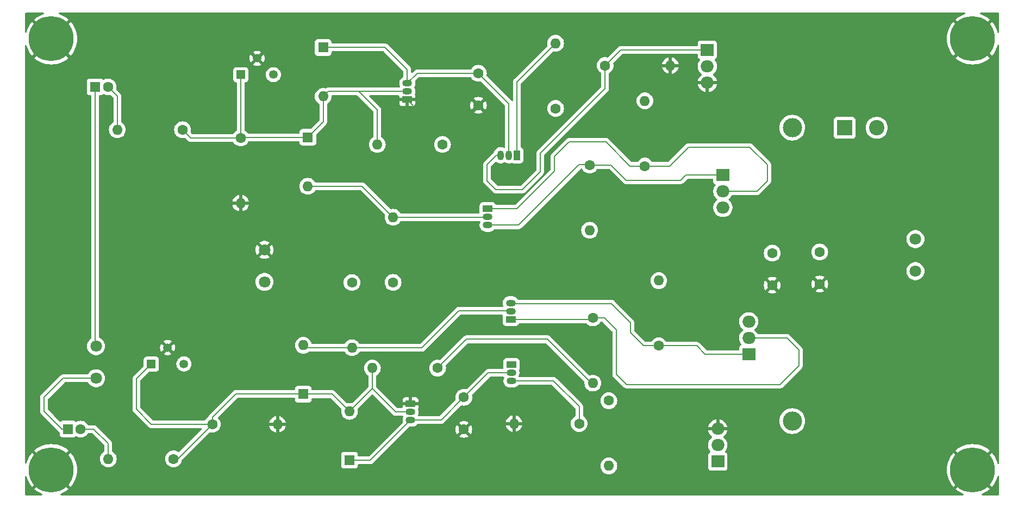
<source format=gbr>
%TF.GenerationSoftware,KiCad,Pcbnew,8.0.4*%
%TF.CreationDate,2024-09-16T18:55:14-07:00*%
%TF.ProjectId,Dorr_Amp_REV-,446f7272-5f41-46d7-905f-5245562d2e6b,-*%
%TF.SameCoordinates,Original*%
%TF.FileFunction,Copper,L1,Top*%
%TF.FilePolarity,Positive*%
%FSLAX46Y46*%
G04 Gerber Fmt 4.6, Leading zero omitted, Abs format (unit mm)*
G04 Created by KiCad (PCBNEW 8.0.4) date 2024-09-16 18:55:14*
%MOMM*%
%LPD*%
G01*
G04 APERTURE LIST*
%TA.AperFunction,ComponentPad*%
%ADD10C,1.600000*%
%TD*%
%TA.AperFunction,ComponentPad*%
%ADD11O,1.600000X1.600000*%
%TD*%
%TA.AperFunction,ComponentPad*%
%ADD12C,3.000000*%
%TD*%
%TA.AperFunction,ComponentPad*%
%ADD13C,7.000000*%
%TD*%
%TA.AperFunction,ComponentPad*%
%ADD14C,1.803400*%
%TD*%
%TA.AperFunction,ComponentPad*%
%ADD15R,1.600000X1.600000*%
%TD*%
%TA.AperFunction,ComponentPad*%
%ADD16R,2.000000X1.905000*%
%TD*%
%TA.AperFunction,ComponentPad*%
%ADD17O,2.000000X1.905000*%
%TD*%
%TA.AperFunction,ComponentPad*%
%ADD18R,1.346200X1.346200*%
%TD*%
%TA.AperFunction,ComponentPad*%
%ADD19C,1.346200*%
%TD*%
%TA.AperFunction,ComponentPad*%
%ADD20R,1.500000X1.050000*%
%TD*%
%TA.AperFunction,ComponentPad*%
%ADD21O,1.500000X1.050000*%
%TD*%
%TA.AperFunction,ComponentPad*%
%ADD22R,1.050000X1.500000*%
%TD*%
%TA.AperFunction,ComponentPad*%
%ADD23O,1.050000X1.500000*%
%TD*%
%TA.AperFunction,ComponentPad*%
%ADD24R,2.400000X2.400000*%
%TD*%
%TA.AperFunction,ComponentPad*%
%ADD25C,2.400000*%
%TD*%
%TA.AperFunction,Conductor*%
%ADD26C,0.200000*%
%TD*%
G04 APERTURE END LIST*
D10*
%TO.P,R8,1*%
%TO.N,Net-(D1-K)*%
X68120000Y-127265000D03*
D11*
%TO.P,R8,2*%
%TO.N,GND*%
X78280000Y-127265000D03*
%TD*%
D10*
%TO.P,R14,1*%
%TO.N,Net-(C8-Pad1)*%
X103980000Y-83665000D03*
D11*
%TO.P,R14,2*%
%TO.N,Net-(D3-K)*%
X93820000Y-83665000D03*
%TD*%
D12*
%TO.P,TP1,1,1*%
%TO.N,Net-(J1-Pin_2)*%
X158465800Y-126764800D03*
%TD*%
D10*
%TO.P,R12,1*%
%TO.N,Net-(D3-K)*%
X72542400Y-82651600D03*
D11*
%TO.P,R12,2*%
%TO.N,GND*%
X72542400Y-92811600D03*
%TD*%
D10*
%TO.P,C1,1*%
%TO.N,/18V*%
X155346400Y-100598001D03*
%TO.P,C1,2*%
%TO.N,GND*%
X155346400Y-105598001D03*
%TD*%
D13*
%TO.P,H1,1,1*%
%TO.N,GND*%
X43053000Y-67183000D03*
%TD*%
%TO.P,H3,1,1*%
%TO.N,GND*%
X43053000Y-134366000D03*
%TD*%
D10*
%TO.P,R15,1*%
%TO.N,Net-(Q2-B)*%
X126900000Y-86865000D03*
D11*
%TO.P,R15,2*%
%TO.N,/18V*%
X126900000Y-97025000D03*
%TD*%
D14*
%TO.P,J3,1,Pin_1*%
%TO.N,/18V*%
X76250800Y-105079800D03*
%TO.P,J3,2,Pin_2*%
%TO.N,GND*%
X76250800Y-100079800D03*
%TD*%
D13*
%TO.P,H4,1,1*%
%TO.N,GND*%
X186563000Y-134366000D03*
%TD*%
%TO.P,H2,1,1*%
%TO.N,GND*%
X186563000Y-67183000D03*
%TD*%
D10*
%TO.P,R3,1*%
%TO.N,Net-(Q1-E)*%
X127400000Y-110685000D03*
D11*
%TO.P,R3,2*%
%TO.N,Net-(J1-Pin_2)*%
X127400000Y-120845000D03*
%TD*%
D15*
%TO.P,C3,1*%
%TO.N,Net-(J2-Pin_1)*%
X45625000Y-128016000D03*
D10*
%TO.P,C3,2*%
%TO.N,Net-(C3-Pad2)*%
X47625000Y-128016000D03*
%TD*%
D16*
%TO.P,Q9,1,B*%
%TO.N,Net-(Q1-C)*%
X151700000Y-116345000D03*
D17*
%TO.P,Q9,2,C*%
%TO.N,Net-(Q1-E)*%
X151700000Y-113805000D03*
%TO.P,Q9,3,E*%
%TO.N,/18V*%
X151700000Y-111265000D03*
%TD*%
D18*
%TO.P,R11,1*%
%TO.N,Net-(D3-K)*%
X72560000Y-72782400D03*
D19*
%TO.P,R11,2*%
%TO.N,GND*%
X75100000Y-70242400D03*
%TO.P,R11,3*%
%TO.N,N/C*%
X77640000Y-72782400D03*
%TD*%
D10*
%TO.P,R2,1*%
%TO.N,Net-(Q1-C)*%
X137668000Y-115036600D03*
D11*
%TO.P,R2,2*%
%TO.N,/18V*%
X137668000Y-104876600D03*
%TD*%
D15*
%TO.P,C5,1*%
%TO.N,Net-(J2-Pin_2)*%
X49880800Y-74694800D03*
D10*
%TO.P,C5,2*%
%TO.N,Net-(C5-Pad2)*%
X51880800Y-74694800D03*
%TD*%
D20*
%TO.P,Q6,1,E*%
%TO.N,GND*%
X98500000Y-76665000D03*
D21*
%TO.P,Q6,2,B*%
%TO.N,Net-(D3-K)*%
X98500000Y-75395000D03*
%TO.P,Q6,3,C*%
%TO.N,Net-(D4-K)*%
X98500000Y-74125000D03*
%TD*%
D15*
%TO.P,D3,1,K*%
%TO.N,Net-(D3-K)*%
X83000000Y-82555000D03*
D11*
%TO.P,D3,2,A*%
%TO.N,Net-(D3-A)*%
X83000000Y-90175000D03*
%TD*%
D10*
%TO.P,C6,1*%
%TO.N,Net-(D4-K)*%
X109570800Y-72559800D03*
%TO.P,C6,2*%
%TO.N,GND*%
X109570800Y-77559800D03*
%TD*%
%TO.P,R10,1*%
%TO.N,Net-(D3-K)*%
X63480000Y-81365000D03*
D11*
%TO.P,R10,2*%
%TO.N,Net-(C5-Pad2)*%
X53320000Y-81365000D03*
%TD*%
D16*
%TO.P,Q5,1,B*%
%TO.N,Net-(Q4-C)*%
X146862800Y-133045200D03*
D17*
%TO.P,Q5,2,C*%
%TO.N,Net-(Q4-E)*%
X146862800Y-130505200D03*
%TO.P,Q5,3,E*%
%TO.N,GND*%
X146862800Y-127965200D03*
%TD*%
D10*
%TO.P,C4,1*%
%TO.N,Net-(D2-K)*%
X107300000Y-123065000D03*
%TO.P,C4,2*%
%TO.N,GND*%
X107300000Y-128065000D03*
%TD*%
%TO.P,R6,1*%
%TO.N,Net-(D1-K)*%
X62080000Y-132665000D03*
D11*
%TO.P,R6,2*%
%TO.N,Net-(C3-Pad2)*%
X51920000Y-132665000D03*
%TD*%
D16*
%TO.P,Q10,1,B*%
%TO.N,Net-(Q10-B)*%
X145237200Y-68935600D03*
D17*
%TO.P,Q10,2,C*%
%TO.N,Net-(Q10-C)*%
X145237200Y-71475600D03*
%TO.P,Q10,3,E*%
%TO.N,GND*%
X145237200Y-74015600D03*
%TD*%
D10*
%TO.P,C7,1*%
%TO.N,/18V*%
X162745600Y-100418201D03*
%TO.P,C7,2*%
%TO.N,GND*%
X162745600Y-105418201D03*
%TD*%
D11*
%TO.P,R16,2*%
%TO.N,GND*%
X139480000Y-71365000D03*
D10*
%TO.P,R16,1*%
%TO.N,Net-(Q10-B)*%
X129320000Y-71365000D03*
%TD*%
D15*
%TO.P,D1,1,K*%
%TO.N,Net-(D1-K)*%
X82300000Y-122575000D03*
D11*
%TO.P,D1,2,A*%
%TO.N,Net-(D1-A)*%
X82300000Y-114955000D03*
%TD*%
D10*
%TO.P,R9,1*%
%TO.N,Net-(Q4-C)*%
X125280000Y-127165000D03*
D11*
%TO.P,R9,2*%
%TO.N,GND*%
X115120000Y-127165000D03*
%TD*%
D14*
%TO.P,J1,2,Pin_2*%
%TO.N,Net-(J1-Pin_2)*%
X177647599Y-103401500D03*
%TO.P,J1,1,Pin_1*%
%TO.N,Net-(J1-Pin_1)*%
X177647599Y-98401500D03*
%TD*%
D22*
%TO.P,Q8,1,E*%
%TO.N,Net-(Q10-C)*%
X115570000Y-85344000D03*
D23*
%TO.P,Q8,2,B*%
%TO.N,Net-(D4-K)*%
X114300000Y-85344000D03*
%TO.P,Q8,3,C*%
%TO.N,Net-(Q10-B)*%
X113030000Y-85344000D03*
%TD*%
D11*
%TO.P,R18,2*%
%TO.N,Net-(Q10-C)*%
X121600000Y-67885000D03*
D10*
%TO.P,R18,1*%
%TO.N,Net-(C8-Pad1)*%
X121600000Y-78045000D03*
%TD*%
D18*
%TO.P,R7,1*%
%TO.N,Net-(D1-K)*%
X58620000Y-117865000D03*
D19*
%TO.P,R7,2*%
%TO.N,GND*%
X61160000Y-115325000D03*
%TO.P,R7,3*%
%TO.N,N/C*%
X63700000Y-117865000D03*
%TD*%
D20*
%TO.P,Q1,1,E*%
%TO.N,Net-(Q1-E)*%
X114609200Y-110896400D03*
D21*
%TO.P,Q1,2,B*%
%TO.N,Net-(D1-A)*%
X114609200Y-109626400D03*
%TO.P,Q1,3,C*%
%TO.N,Net-(Q1-C)*%
X114609200Y-108356400D03*
%TD*%
D10*
%TO.P,R17,1*%
%TO.N,Net-(Q2-C)*%
X135509000Y-87020400D03*
D11*
%TO.P,R17,2*%
%TO.N,Net-(C8-Pad1)*%
X135509000Y-76860400D03*
%TD*%
D12*
%TO.P,TP2,1,1*%
%TO.N,Net-(C8-Pad1)*%
X158465800Y-81044800D03*
%TD*%
D10*
%TO.P,R1,1*%
%TO.N,/18V*%
X89885800Y-105174800D03*
D11*
%TO.P,R1,2*%
%TO.N,Net-(D1-A)*%
X89885800Y-115334800D03*
%TD*%
D20*
%TO.P,Q7,1,E*%
%TO.N,Net-(Q2-C)*%
X111019000Y-93700600D03*
D21*
%TO.P,Q7,2,B*%
%TO.N,Net-(D3-A)*%
X111019000Y-94970600D03*
%TO.P,Q7,3,C*%
%TO.N,Net-(Q2-B)*%
X111019000Y-96240600D03*
%TD*%
D14*
%TO.P,J2,1,Pin_1*%
%TO.N,Net-(J2-Pin_1)*%
X50007800Y-120096400D03*
%TO.P,J2,2,Pin_2*%
%TO.N,Net-(J2-Pin_2)*%
X50007800Y-115096400D03*
%TD*%
D15*
%TO.P,D4,1,K*%
%TO.N,Net-(D4-K)*%
X85400000Y-68555000D03*
D11*
%TO.P,D4,2,A*%
%TO.N,Net-(D3-K)*%
X85400000Y-76175000D03*
%TD*%
D20*
%TO.P,Q3,1,E*%
%TO.N,GND*%
X99000000Y-124065000D03*
D21*
%TO.P,Q3,2,B*%
%TO.N,Net-(D1-K)*%
X99000000Y-125335000D03*
%TO.P,Q3,3,C*%
%TO.N,Net-(D2-K)*%
X99000000Y-126605000D03*
%TD*%
D24*
%TO.P,C8,1*%
%TO.N,Net-(C8-Pad1)*%
X166626041Y-81065000D03*
D25*
%TO.P,C8,2*%
%TO.N,Net-(J1-Pin_1)*%
X171626041Y-81065000D03*
%TD*%
D20*
%TO.P,Q4,1,E*%
%TO.N,Net-(Q4-E)*%
X114727400Y-117983000D03*
D21*
%TO.P,Q4,2,B*%
%TO.N,Net-(D2-K)*%
X114727400Y-119253000D03*
%TO.P,Q4,3,C*%
%TO.N,Net-(Q4-C)*%
X114727400Y-120523000D03*
%TD*%
D11*
%TO.P,R13,2*%
%TO.N,Net-(D3-A)*%
X96291400Y-94996000D03*
D10*
%TO.P,R13,1*%
%TO.N,/18V*%
X96291400Y-105156000D03*
%TD*%
%TO.P,R5,1*%
%TO.N,Net-(J1-Pin_2)*%
X129890800Y-123589800D03*
D11*
%TO.P,R5,2*%
%TO.N,Net-(Q4-E)*%
X129890800Y-133749800D03*
%TD*%
D10*
%TO.P,R4,1*%
%TO.N,Net-(J1-Pin_2)*%
X103220800Y-118509800D03*
D11*
%TO.P,R4,2*%
%TO.N,Net-(D1-K)*%
X93060800Y-118509800D03*
%TD*%
D15*
%TO.P,D2,1,K*%
%TO.N,Net-(D2-K)*%
X89500000Y-132875000D03*
D11*
%TO.P,D2,2,A*%
%TO.N,Net-(D1-K)*%
X89500000Y-125255000D03*
%TD*%
D16*
%TO.P,Q2,1,B*%
%TO.N,Net-(Q2-B)*%
X147655000Y-88425000D03*
D17*
%TO.P,Q2,2,C*%
%TO.N,Net-(Q2-C)*%
X147655000Y-90965000D03*
%TO.P,Q2,3,E*%
%TO.N,/18V*%
X147655000Y-93505000D03*
%TD*%
D26*
%TO.N,Net-(J2-Pin_1)*%
X41910000Y-125230112D02*
X44695888Y-128016000D01*
X41910000Y-123063000D02*
X41910000Y-125230112D01*
X44695888Y-128016000D02*
X45625000Y-128016000D01*
X44876600Y-120096400D02*
X41910000Y-123063000D01*
X50007800Y-120096400D02*
X44876600Y-120096400D01*
%TO.N,Net-(C3-Pad2)*%
X51920000Y-130279000D02*
X51920000Y-132665000D01*
X49657000Y-128016000D02*
X51920000Y-130279000D01*
X47625000Y-128016000D02*
X49657000Y-128016000D01*
%TO.N,Net-(D1-K)*%
X56286400Y-124942600D02*
X56286400Y-120198600D01*
X56286400Y-120198600D02*
X58620000Y-117865000D01*
X58608800Y-127265000D02*
X56286400Y-124942600D01*
X68120000Y-127265000D02*
X58608800Y-127265000D01*
%TO.N,Net-(Q1-C)*%
X144881600Y-116332000D02*
X151687000Y-116332000D01*
X143586200Y-115036600D02*
X144881600Y-116332000D01*
X151687000Y-116332000D02*
X151700000Y-116345000D01*
X137668000Y-115036600D02*
X143586200Y-115036600D01*
X135305800Y-115036600D02*
X137668000Y-115036600D01*
X133248400Y-111404400D02*
X133248400Y-112979200D01*
X133248400Y-112979200D02*
X135305800Y-115036600D01*
X114736200Y-108483400D02*
X130327400Y-108483400D01*
X114609200Y-108356400D02*
X114736200Y-108483400D01*
X130327400Y-108483400D02*
X133248400Y-111404400D01*
%TO.N,Net-(Q1-E)*%
X151712400Y-113817400D02*
X151700000Y-113805000D01*
X157632400Y-113817400D02*
X151712400Y-113817400D01*
X159486600Y-115671600D02*
X157632400Y-113817400D01*
X159486600Y-118160800D02*
X159486600Y-115671600D01*
X156591000Y-121056400D02*
X159486600Y-118160800D01*
X132638800Y-121056400D02*
X156591000Y-121056400D01*
X131064000Y-119481600D02*
X132638800Y-121056400D01*
X131064000Y-112547400D02*
X131064000Y-119481600D01*
X129201600Y-110685000D02*
X131064000Y-112547400D01*
X127400000Y-110685000D02*
X129201600Y-110685000D01*
X127188600Y-110896400D02*
X127400000Y-110685000D01*
X114609200Y-110896400D02*
X127188600Y-110896400D01*
%TO.N,Net-(D1-A)*%
X114533000Y-109550200D02*
X114609200Y-109626400D01*
X106553000Y-109550200D02*
X114533000Y-109550200D01*
X100768400Y-115334800D02*
X106553000Y-109550200D01*
X89885800Y-115334800D02*
X100768400Y-115334800D01*
%TO.N,Net-(Q2-B)*%
X125247400Y-86817200D02*
X126852200Y-86817200D01*
X115824000Y-96240600D02*
X125247400Y-86817200D01*
X126852200Y-86817200D02*
X126900000Y-86865000D01*
X111019000Y-96240600D02*
X115824000Y-96240600D01*
%TO.N,Net-(Q2-C)*%
X133223000Y-87020400D02*
X135509000Y-87020400D01*
X129438400Y-83235800D02*
X133223000Y-87020400D01*
X123723400Y-83235800D02*
X129438400Y-83235800D01*
X121437400Y-85521800D02*
X123723400Y-83235800D01*
X115570000Y-93700600D02*
X121437400Y-87833200D01*
X111019000Y-93700600D02*
X115570000Y-93700600D01*
X121437400Y-87833200D02*
X121437400Y-85521800D01*
X152976600Y-90965000D02*
X147655000Y-90965000D01*
X154584400Y-89357200D02*
X152976600Y-90965000D01*
X154584400Y-86842600D02*
X154584400Y-89357200D01*
X151815800Y-84074000D02*
X154584400Y-86842600D01*
X139369800Y-87020400D02*
X142316200Y-84074000D01*
X142316200Y-84074000D02*
X151815800Y-84074000D01*
X135509000Y-87020400D02*
X139369800Y-87020400D01*
%TO.N,Net-(Q2-B)*%
X147647400Y-88417400D02*
X147655000Y-88425000D01*
X132613400Y-89230200D02*
X141046200Y-89230200D01*
X130248200Y-86865000D02*
X132613400Y-89230200D01*
X141909800Y-88417400D02*
X147647400Y-88417400D01*
X126900000Y-86865000D02*
X130248200Y-86865000D01*
X141097000Y-89230200D02*
X141909800Y-88417400D01*
%TO.N,Net-(D3-A)*%
X110993600Y-94996000D02*
X111019000Y-94970600D01*
X96291400Y-94996000D02*
X110993600Y-94996000D01*
X96291400Y-94996000D02*
X91470400Y-90175000D01*
X91470400Y-90175000D02*
X83000000Y-90175000D01*
%TO.N,Net-(J1-Pin_2)*%
X127169600Y-120845000D02*
X127400000Y-120845000D01*
X107710000Y-114020600D02*
X120345200Y-114020600D01*
X103220800Y-118509800D02*
X107710000Y-114020600D01*
X120345200Y-114020600D02*
X127169600Y-120845000D01*
%TO.N,Net-(Q4-C)*%
X121285000Y-120523000D02*
X114727400Y-120523000D01*
X125280000Y-124518000D02*
X121285000Y-120523000D01*
X125280000Y-127165000D02*
X125280000Y-124518000D01*
%TO.N,Net-(D2-K)*%
X111112000Y-119253000D02*
X114727400Y-119253000D01*
X107300000Y-123065000D02*
X111112000Y-119253000D01*
%TO.N,Net-(D1-K)*%
X96701600Y-125335000D02*
X93060800Y-121694200D01*
X99000000Y-125335000D02*
X96701600Y-125335000D01*
%TO.N,Net-(D2-K)*%
X103760000Y-126605000D02*
X107300000Y-123065000D01*
X99000000Y-126605000D02*
X103760000Y-126605000D01*
X92730000Y-132875000D02*
X99000000Y-126605000D01*
X89500000Y-132875000D02*
X92730000Y-132875000D01*
%TO.N,Net-(D1-A)*%
X82679800Y-115334800D02*
X89885800Y-115334800D01*
X82300000Y-114955000D02*
X82679800Y-115334800D01*
%TO.N,Net-(D1-K)*%
X93060800Y-121694200D02*
X93060800Y-118509800D01*
X89500000Y-125255000D02*
X93060800Y-121694200D01*
X86820000Y-122575000D02*
X89500000Y-125255000D01*
X82300000Y-122575000D02*
X86820000Y-122575000D01*
X68120000Y-126215400D02*
X71831200Y-122504200D01*
X71831200Y-122504200D02*
X82229200Y-122504200D01*
X82229200Y-122504200D02*
X82300000Y-122575000D01*
X68120000Y-127265000D02*
X68120000Y-126215400D01*
X62720000Y-132665000D02*
X68120000Y-127265000D01*
X62080000Y-132665000D02*
X62720000Y-132665000D01*
%TO.N,Net-(J2-Pin_2)*%
X49880800Y-114969400D02*
X50007800Y-115096400D01*
X49880800Y-74694800D02*
X49880800Y-114969400D01*
%TO.N,Net-(C5-Pad2)*%
X53320000Y-76134000D02*
X51880800Y-74694800D01*
X53320000Y-81365000D02*
X53320000Y-76134000D01*
%TO.N,Net-(D3-K)*%
X72542400Y-72800000D02*
X72560000Y-72782400D01*
X72542400Y-82651600D02*
X72542400Y-72800000D01*
X64766600Y-82651600D02*
X63480000Y-81365000D01*
X72542400Y-82651600D02*
X64766600Y-82651600D01*
%TO.N,Net-(Q10-B)*%
X112395000Y-85344000D02*
X113030000Y-85344000D01*
X116433600Y-90678000D02*
X112268000Y-90678000D01*
X112268000Y-90678000D02*
X110896400Y-89306400D01*
X119176800Y-87934800D02*
X116433600Y-90678000D01*
X119176800Y-85064600D02*
X119176800Y-87934800D01*
X110896400Y-86842600D02*
X112395000Y-85344000D01*
X129320000Y-74921400D02*
X119176800Y-85064600D01*
X129320000Y-71365000D02*
X129320000Y-74921400D01*
X110896400Y-89306400D02*
X110896400Y-86842600D01*
%TO.N,Net-(D3-K)*%
X72639000Y-82555000D02*
X72542400Y-82651600D01*
X83000000Y-82555000D02*
X72639000Y-82555000D01*
X85400000Y-80155000D02*
X83000000Y-82555000D01*
X85400000Y-76175000D02*
X85400000Y-80155000D01*
X93820000Y-83665000D02*
X93820000Y-78283000D01*
X93820000Y-78283000D02*
X90932000Y-75395000D01*
X90932000Y-75395000D02*
X86180000Y-75395000D01*
X98500000Y-75395000D02*
X90932000Y-75395000D01*
X86180000Y-75395000D02*
X85400000Y-76175000D01*
%TO.N,GND*%
X98500000Y-76665000D02*
X99394800Y-77559800D01*
%TO.N,Net-(D4-K)*%
X95021400Y-68529200D02*
X85425800Y-68529200D01*
X85425800Y-68529200D02*
X85400000Y-68555000D01*
X98500000Y-72007800D02*
X95021400Y-68529200D01*
X98500000Y-74125000D02*
X98500000Y-72007800D01*
X100065200Y-72559800D02*
X98500000Y-74125000D01*
X109570800Y-72559800D02*
X100065200Y-72559800D01*
%TO.N,Net-(Q10-C)*%
X115570000Y-85344000D02*
X115570000Y-73915000D01*
X115570000Y-73915000D02*
X121600000Y-67885000D01*
%TO.N,Net-(D4-K)*%
X114300000Y-77289000D02*
X109570800Y-72559800D01*
X114300000Y-85344000D02*
X114300000Y-77289000D01*
X114669600Y-84836000D02*
X114650800Y-84854800D01*
%TO.N,Net-(Q10-B)*%
X131749400Y-68935600D02*
X129320000Y-71365000D01*
X145237200Y-68935600D02*
X131749400Y-68935600D01*
%TD*%
%TA.AperFunction,Conductor*%
%TO.N,GND*%
G36*
X39156503Y-135364996D02*
G01*
X39194277Y-135423774D01*
X39195584Y-135428580D01*
X39220623Y-135528545D01*
X39220624Y-135528548D01*
X39353016Y-135898559D01*
X39353023Y-135898575D01*
X39521062Y-136253864D01*
X39723109Y-136590958D01*
X39957228Y-136906632D01*
X40053068Y-137012376D01*
X40053069Y-137012376D01*
X41651381Y-135414064D01*
X41734457Y-135522331D01*
X41896669Y-135684543D01*
X42004934Y-135767617D01*
X40406622Y-137365929D01*
X40406622Y-137365930D01*
X40512367Y-137461771D01*
X40828041Y-137695890D01*
X41165135Y-137897937D01*
X41520423Y-138065976D01*
X41583508Y-138088548D01*
X41639997Y-138129667D01*
X41665289Y-138194799D01*
X41651352Y-138263264D01*
X41602613Y-138313327D01*
X41541734Y-138329300D01*
X39075300Y-138329300D01*
X39008261Y-138309615D01*
X38962506Y-138256811D01*
X38951300Y-138205300D01*
X38951300Y-135458709D01*
X38970985Y-135391670D01*
X39023789Y-135345915D01*
X39092947Y-135335971D01*
X39156503Y-135364996D01*
G37*
%TD.AperFunction*%
%TA.AperFunction,Conductor*%
G36*
X185368629Y-63149985D02*
G01*
X185414384Y-63202789D01*
X185424328Y-63271947D01*
X185395303Y-63335503D01*
X185343364Y-63371051D01*
X185030440Y-63483016D01*
X185030424Y-63483023D01*
X184675135Y-63651062D01*
X184338041Y-63853109D01*
X184022368Y-64087228D01*
X183916622Y-64183069D01*
X185514934Y-65781381D01*
X185406669Y-65864457D01*
X185244457Y-66026669D01*
X185161381Y-66134934D01*
X183563069Y-64536622D01*
X183467228Y-64642368D01*
X183233109Y-64958041D01*
X183031062Y-65295135D01*
X182863023Y-65650424D01*
X182863016Y-65650440D01*
X182730625Y-66020450D01*
X182635129Y-66401691D01*
X182577461Y-66790449D01*
X182558176Y-67183000D01*
X182577461Y-67575550D01*
X182635129Y-67964308D01*
X182730625Y-68345549D01*
X182863016Y-68715559D01*
X182863023Y-68715575D01*
X183031062Y-69070864D01*
X183233109Y-69407958D01*
X183467228Y-69723632D01*
X183563068Y-69829376D01*
X183563069Y-69829376D01*
X185161380Y-68231064D01*
X185244457Y-68339331D01*
X185406669Y-68501543D01*
X185514934Y-68584617D01*
X183916622Y-70182929D01*
X183916622Y-70182930D01*
X184022367Y-70278771D01*
X184338041Y-70512890D01*
X184675135Y-70714937D01*
X185030424Y-70882976D01*
X185030440Y-70882983D01*
X185400450Y-71015374D01*
X185781691Y-71110870D01*
X186170449Y-71168538D01*
X186563000Y-71187823D01*
X186955550Y-71168538D01*
X187344308Y-71110870D01*
X187725549Y-71015374D01*
X188095559Y-70882983D01*
X188095575Y-70882976D01*
X188450864Y-70714937D01*
X188787958Y-70512890D01*
X189103632Y-70278770D01*
X189209376Y-70182929D01*
X187611065Y-68584618D01*
X187719331Y-68501543D01*
X187881543Y-68339331D01*
X187964618Y-68231065D01*
X189562929Y-69829376D01*
X189658770Y-69723632D01*
X189892890Y-69407958D01*
X190094937Y-69070864D01*
X190262976Y-68715575D01*
X190262983Y-68715559D01*
X190395375Y-68345548D01*
X190395376Y-68345545D01*
X190436016Y-68183301D01*
X190471400Y-68123053D01*
X190533739Y-68091500D01*
X190603241Y-68098658D01*
X190657839Y-68142256D01*
X190680200Y-68208451D01*
X190680300Y-68213430D01*
X190680300Y-133335569D01*
X190660615Y-133402608D01*
X190607811Y-133448363D01*
X190538653Y-133458307D01*
X190475097Y-133429282D01*
X190437323Y-133370504D01*
X190436016Y-133365699D01*
X190395374Y-133203450D01*
X190262983Y-132833440D01*
X190262976Y-132833424D01*
X190094937Y-132478135D01*
X189892890Y-132141041D01*
X189658771Y-131825367D01*
X189562930Y-131719622D01*
X189562929Y-131719622D01*
X187964617Y-133317934D01*
X187881543Y-133209669D01*
X187719331Y-133047457D01*
X187611065Y-132964381D01*
X189209376Y-131366069D01*
X189209376Y-131366068D01*
X189103632Y-131270228D01*
X188787958Y-131036109D01*
X188450864Y-130834062D01*
X188095575Y-130666023D01*
X188095559Y-130666016D01*
X187725549Y-130533625D01*
X187344308Y-130438129D01*
X186955550Y-130380461D01*
X186563000Y-130361176D01*
X186170449Y-130380461D01*
X185781691Y-130438129D01*
X185400450Y-130533625D01*
X185030440Y-130666016D01*
X185030424Y-130666023D01*
X184675135Y-130834062D01*
X184338041Y-131036109D01*
X184022368Y-131270228D01*
X183916622Y-131366069D01*
X185514934Y-132964381D01*
X185406669Y-133047457D01*
X185244457Y-133209669D01*
X185161381Y-133317934D01*
X183563069Y-131719622D01*
X183467228Y-131825368D01*
X183233109Y-132141041D01*
X183031062Y-132478135D01*
X182863023Y-132833424D01*
X182863016Y-132833440D01*
X182730625Y-133203450D01*
X182635129Y-133584691D01*
X182577461Y-133973449D01*
X182558176Y-134366000D01*
X182577461Y-134758550D01*
X182635129Y-135147308D01*
X182730625Y-135528549D01*
X182863016Y-135898559D01*
X182863023Y-135898575D01*
X183031062Y-136253864D01*
X183233109Y-136590958D01*
X183467228Y-136906632D01*
X183563068Y-137012376D01*
X183563069Y-137012376D01*
X185161380Y-135414064D01*
X185244457Y-135522331D01*
X185406669Y-135684543D01*
X185514934Y-135767617D01*
X183916622Y-137365929D01*
X183916622Y-137365930D01*
X184022367Y-137461771D01*
X184338041Y-137695890D01*
X184675135Y-137897937D01*
X185030423Y-138065976D01*
X185093508Y-138088548D01*
X185149997Y-138129667D01*
X185175289Y-138194799D01*
X185161352Y-138263264D01*
X185112613Y-138313327D01*
X185051734Y-138329300D01*
X44564266Y-138329300D01*
X44497227Y-138309615D01*
X44451472Y-138256811D01*
X44441528Y-138187653D01*
X44470553Y-138124097D01*
X44522492Y-138088548D01*
X44585576Y-138065976D01*
X44940864Y-137897937D01*
X45277958Y-137695890D01*
X45593632Y-137461770D01*
X45699376Y-137365929D01*
X44101065Y-135767618D01*
X44209331Y-135684543D01*
X44371543Y-135522331D01*
X44454618Y-135414065D01*
X46052929Y-137012376D01*
X46148770Y-136906632D01*
X46382890Y-136590958D01*
X46584937Y-136253864D01*
X46752976Y-135898575D01*
X46752983Y-135898559D01*
X46885374Y-135528549D01*
X46980870Y-135147308D01*
X47038538Y-134758550D01*
X47057823Y-134366000D01*
X47038538Y-133973449D01*
X46980870Y-133584691D01*
X46885374Y-133203450D01*
X46752983Y-132833440D01*
X46752976Y-132833424D01*
X46584937Y-132478135D01*
X46382890Y-132141041D01*
X46148771Y-131825367D01*
X46052930Y-131719622D01*
X46052929Y-131719622D01*
X44454617Y-133317934D01*
X44371543Y-133209669D01*
X44209331Y-133047457D01*
X44101065Y-132964381D01*
X45699376Y-131366069D01*
X45699376Y-131366068D01*
X45593632Y-131270228D01*
X45277958Y-131036109D01*
X44940864Y-130834062D01*
X44585575Y-130666023D01*
X44585559Y-130666016D01*
X44215549Y-130533625D01*
X43834308Y-130438129D01*
X43445550Y-130380461D01*
X43053000Y-130361176D01*
X42660449Y-130380461D01*
X42271691Y-130438129D01*
X41890450Y-130533625D01*
X41520440Y-130666016D01*
X41520424Y-130666023D01*
X41165135Y-130834062D01*
X40828041Y-131036109D01*
X40512368Y-131270228D01*
X40406622Y-131366069D01*
X42004934Y-132964381D01*
X41896669Y-133047457D01*
X41734457Y-133209669D01*
X41651381Y-133317934D01*
X40053069Y-131719622D01*
X39957228Y-131825368D01*
X39723109Y-132141041D01*
X39521062Y-132478135D01*
X39353023Y-132833424D01*
X39353016Y-132833440D01*
X39220625Y-133203450D01*
X39195584Y-133303420D01*
X39160200Y-133363667D01*
X39097861Y-133395220D01*
X39028359Y-133388062D01*
X38973760Y-133344464D01*
X38951400Y-133278269D01*
X38951300Y-133273290D01*
X38951300Y-125309166D01*
X41309498Y-125309166D01*
X41350423Y-125461897D01*
X41373678Y-125502176D01*
X41373680Y-125502178D01*
X41429479Y-125598826D01*
X41429481Y-125598829D01*
X41548349Y-125717697D01*
X41548355Y-125717702D01*
X44288181Y-128457529D01*
X44321666Y-128518852D01*
X44324500Y-128545210D01*
X44324500Y-128863869D01*
X44324501Y-128863876D01*
X44330908Y-128923483D01*
X44381202Y-129058328D01*
X44381206Y-129058335D01*
X44467452Y-129173544D01*
X44467455Y-129173547D01*
X44582664Y-129259793D01*
X44582671Y-129259797D01*
X44717517Y-129310091D01*
X44717516Y-129310091D01*
X44724444Y-129310835D01*
X44777127Y-129316500D01*
X46472872Y-129316499D01*
X46532483Y-129310091D01*
X46667331Y-129259796D01*
X46782546Y-129173546D01*
X46789051Y-129164856D01*
X46844982Y-129122984D01*
X46914673Y-129117997D01*
X46959442Y-129137589D01*
X46972264Y-129146567D01*
X46972266Y-129146568D01*
X47178504Y-129242739D01*
X47398308Y-129301635D01*
X47560230Y-129315801D01*
X47624998Y-129321468D01*
X47625000Y-129321468D01*
X47625002Y-129321468D01*
X47681807Y-129316498D01*
X47851692Y-129301635D01*
X48071496Y-129242739D01*
X48277734Y-129146568D01*
X48464139Y-129016047D01*
X48625047Y-128855139D01*
X48755118Y-128669375D01*
X48809693Y-128625752D01*
X48856692Y-128616500D01*
X49356903Y-128616500D01*
X49423942Y-128636185D01*
X49444584Y-128652819D01*
X51283181Y-130491416D01*
X51316666Y-130552739D01*
X51319500Y-130579097D01*
X51319500Y-131433306D01*
X51299815Y-131500345D01*
X51266623Y-131534881D01*
X51080859Y-131664953D01*
X50919954Y-131825858D01*
X50789432Y-132012265D01*
X50789431Y-132012267D01*
X50693261Y-132218502D01*
X50693258Y-132218511D01*
X50634366Y-132438302D01*
X50634364Y-132438313D01*
X50614532Y-132664998D01*
X50614532Y-132665001D01*
X50634364Y-132891686D01*
X50634366Y-132891697D01*
X50693258Y-133111488D01*
X50693261Y-133111497D01*
X50789431Y-133317732D01*
X50789432Y-133317734D01*
X50919954Y-133504141D01*
X51080858Y-133665045D01*
X51080861Y-133665047D01*
X51267266Y-133795568D01*
X51473504Y-133891739D01*
X51693308Y-133950635D01*
X51855230Y-133964801D01*
X51919998Y-133970468D01*
X51920000Y-133970468D01*
X51920002Y-133970468D01*
X51976673Y-133965509D01*
X52146692Y-133950635D01*
X52366496Y-133891739D01*
X52572734Y-133795568D01*
X52759139Y-133665047D01*
X52920047Y-133504139D01*
X53050568Y-133317734D01*
X53146739Y-133111496D01*
X53205635Y-132891692D01*
X53225468Y-132665000D01*
X53205635Y-132438308D01*
X53146739Y-132218504D01*
X53050568Y-132012266D01*
X52924814Y-131832669D01*
X52920045Y-131825858D01*
X52759140Y-131664953D01*
X52573377Y-131534881D01*
X52529752Y-131480304D01*
X52520500Y-131433306D01*
X52520500Y-130199946D01*
X52520500Y-130199943D01*
X52520189Y-130198780D01*
X52479577Y-130047215D01*
X52450639Y-129997095D01*
X52400520Y-129910284D01*
X52288716Y-129798480D01*
X52288715Y-129798479D01*
X52284385Y-129794149D01*
X52284374Y-129794139D01*
X50144590Y-127654355D01*
X50144588Y-127654352D01*
X50025717Y-127535481D01*
X50025716Y-127535480D01*
X49930487Y-127480500D01*
X49888785Y-127456423D01*
X49736057Y-127415499D01*
X49577943Y-127415499D01*
X49570347Y-127415499D01*
X49570331Y-127415500D01*
X48856692Y-127415500D01*
X48789653Y-127395815D01*
X48755119Y-127362625D01*
X48625047Y-127176861D01*
X48625045Y-127176858D01*
X48464141Y-127015954D01*
X48277734Y-126885432D01*
X48277732Y-126885431D01*
X48071497Y-126789261D01*
X48071488Y-126789258D01*
X47851697Y-126730366D01*
X47851693Y-126730365D01*
X47851692Y-126730365D01*
X47851691Y-126730364D01*
X47851686Y-126730364D01*
X47625002Y-126710532D01*
X47624998Y-126710532D01*
X47398313Y-126730364D01*
X47398302Y-126730366D01*
X47178511Y-126789258D01*
X47178502Y-126789261D01*
X46972267Y-126885431D01*
X46972262Y-126885434D01*
X46959435Y-126894415D01*
X46893227Y-126916738D01*
X46825461Y-126899722D01*
X46789052Y-126867145D01*
X46782545Y-126858453D01*
X46782544Y-126858452D01*
X46667335Y-126772206D01*
X46667328Y-126772202D01*
X46532482Y-126721908D01*
X46532483Y-126721908D01*
X46472883Y-126715501D01*
X46472881Y-126715500D01*
X46472873Y-126715500D01*
X46472864Y-126715500D01*
X44777129Y-126715500D01*
X44777123Y-126715501D01*
X44717516Y-126721908D01*
X44582671Y-126772202D01*
X44582664Y-126772206D01*
X44507787Y-126828259D01*
X44442323Y-126852676D01*
X44374050Y-126837824D01*
X44345796Y-126816673D01*
X43467857Y-125938734D01*
X42550778Y-125021654D01*
X55685898Y-125021654D01*
X55726824Y-125174387D01*
X55727723Y-125175943D01*
X55727737Y-125175968D01*
X55805877Y-125311312D01*
X55805881Y-125311317D01*
X55924749Y-125430185D01*
X55924754Y-125430189D01*
X58240084Y-127745520D01*
X58240086Y-127745521D01*
X58240090Y-127745524D01*
X58364727Y-127817482D01*
X58377016Y-127824577D01*
X58529743Y-127865501D01*
X58529745Y-127865501D01*
X58695454Y-127865501D01*
X58695470Y-127865500D01*
X66370903Y-127865500D01*
X66437942Y-127885185D01*
X66483697Y-127937989D01*
X66493641Y-128007147D01*
X66464616Y-128070703D01*
X66458584Y-128077181D01*
X62964286Y-131571477D01*
X62902963Y-131604962D01*
X62833271Y-131599978D01*
X62805485Y-131585373D01*
X62732734Y-131534432D01*
X62691590Y-131515246D01*
X62526497Y-131438261D01*
X62526488Y-131438258D01*
X62306697Y-131379366D01*
X62306693Y-131379365D01*
X62306692Y-131379365D01*
X62306691Y-131379364D01*
X62306686Y-131379364D01*
X62080002Y-131359532D01*
X62079998Y-131359532D01*
X61853313Y-131379364D01*
X61853302Y-131379366D01*
X61633511Y-131438258D01*
X61633502Y-131438261D01*
X61427267Y-131534431D01*
X61427265Y-131534432D01*
X61240858Y-131664954D01*
X61079954Y-131825858D01*
X60949432Y-132012265D01*
X60949431Y-132012267D01*
X60853261Y-132218502D01*
X60853258Y-132218511D01*
X60794366Y-132438302D01*
X60794364Y-132438313D01*
X60774532Y-132664998D01*
X60774532Y-132665001D01*
X60794364Y-132891686D01*
X60794366Y-132891697D01*
X60853258Y-133111488D01*
X60853261Y-133111497D01*
X60949431Y-133317732D01*
X60949432Y-133317734D01*
X61079954Y-133504141D01*
X61240858Y-133665045D01*
X61240861Y-133665047D01*
X61427266Y-133795568D01*
X61633504Y-133891739D01*
X61853308Y-133950635D01*
X62015230Y-133964801D01*
X62079998Y-133970468D01*
X62080000Y-133970468D01*
X62080002Y-133970468D01*
X62136673Y-133965509D01*
X62306692Y-133950635D01*
X62526496Y-133891739D01*
X62732734Y-133795568D01*
X62919139Y-133665047D01*
X63080047Y-133504139D01*
X63210568Y-133317734D01*
X63306739Y-133111496D01*
X63365489Y-132892236D01*
X63397579Y-132836654D01*
X67677294Y-128556939D01*
X67738615Y-128523456D01*
X67797066Y-128524847D01*
X67816604Y-128530082D01*
X67893308Y-128550635D01*
X68055230Y-128564801D01*
X68119998Y-128570468D01*
X68120000Y-128570468D01*
X68120002Y-128570468D01*
X68176673Y-128565509D01*
X68346692Y-128550635D01*
X68566496Y-128491739D01*
X68772734Y-128395568D01*
X68959139Y-128265047D01*
X69120047Y-128104139D01*
X69250568Y-127917734D01*
X69346739Y-127711496D01*
X69405635Y-127491692D01*
X69425468Y-127265000D01*
X69424918Y-127258718D01*
X69416682Y-127164576D01*
X69405635Y-127038308D01*
X69399389Y-127014999D01*
X77001127Y-127014999D01*
X77001128Y-127015000D01*
X77964314Y-127015000D01*
X77959920Y-127019394D01*
X77907259Y-127110606D01*
X77880000Y-127212339D01*
X77880000Y-127317661D01*
X77907259Y-127419394D01*
X77959920Y-127510606D01*
X77964314Y-127515000D01*
X77001128Y-127515000D01*
X77053730Y-127711317D01*
X77053734Y-127711326D01*
X77149865Y-127917482D01*
X77280342Y-128103820D01*
X77441179Y-128264657D01*
X77627517Y-128395134D01*
X77833673Y-128491265D01*
X77833682Y-128491269D01*
X78029999Y-128543872D01*
X78030000Y-128543871D01*
X78030000Y-127580686D01*
X78034394Y-127585080D01*
X78125606Y-127637741D01*
X78227339Y-127665000D01*
X78332661Y-127665000D01*
X78434394Y-127637741D01*
X78525606Y-127585080D01*
X78530000Y-127580686D01*
X78530000Y-128543872D01*
X78726317Y-128491269D01*
X78726326Y-128491265D01*
X78932482Y-128395134D01*
X79118820Y-128264657D01*
X79279657Y-128103820D01*
X79410134Y-127917482D01*
X79506265Y-127711326D01*
X79506269Y-127711317D01*
X79558872Y-127515000D01*
X78595686Y-127515000D01*
X78600080Y-127510606D01*
X78652741Y-127419394D01*
X78680000Y-127317661D01*
X78680000Y-127212339D01*
X78652741Y-127110606D01*
X78600080Y-127019394D01*
X78595686Y-127015000D01*
X79558872Y-127015000D01*
X79558872Y-127014999D01*
X79506269Y-126818682D01*
X79506265Y-126818673D01*
X79410134Y-126612517D01*
X79279657Y-126426179D01*
X79118820Y-126265342D01*
X78932482Y-126134865D01*
X78726328Y-126038734D01*
X78530000Y-125986127D01*
X78530000Y-126949314D01*
X78525606Y-126944920D01*
X78434394Y-126892259D01*
X78332661Y-126865000D01*
X78227339Y-126865000D01*
X78125606Y-126892259D01*
X78034394Y-126944920D01*
X78030000Y-126949314D01*
X78030000Y-125986127D01*
X77833671Y-126038734D01*
X77627517Y-126134865D01*
X77441179Y-126265342D01*
X77280342Y-126426179D01*
X77149865Y-126612517D01*
X77053734Y-126818673D01*
X77053730Y-126818682D01*
X77001127Y-127014999D01*
X69399389Y-127014999D01*
X69357443Y-126858452D01*
X69346741Y-126818511D01*
X69346738Y-126818502D01*
X69325148Y-126772202D01*
X69250568Y-126612266D01*
X69120047Y-126425861D01*
X69120045Y-126425858D01*
X69027091Y-126332904D01*
X68993606Y-126271581D01*
X68998590Y-126201889D01*
X69027089Y-126157544D01*
X72043616Y-123141019D01*
X72104939Y-123107534D01*
X72131297Y-123104700D01*
X80875501Y-123104700D01*
X80942540Y-123124385D01*
X80988295Y-123177189D01*
X80999501Y-123228700D01*
X80999501Y-123422876D01*
X81005908Y-123482483D01*
X81056202Y-123617328D01*
X81056206Y-123617335D01*
X81142452Y-123732544D01*
X81142455Y-123732547D01*
X81257664Y-123818793D01*
X81257671Y-123818797D01*
X81392517Y-123869091D01*
X81392516Y-123869091D01*
X81399444Y-123869835D01*
X81452127Y-123875500D01*
X83147872Y-123875499D01*
X83207483Y-123869091D01*
X83342331Y-123818796D01*
X83457546Y-123732546D01*
X83543796Y-123617331D01*
X83594091Y-123482483D01*
X83600500Y-123422873D01*
X83600500Y-123299500D01*
X83620185Y-123232461D01*
X83672989Y-123186706D01*
X83724500Y-123175500D01*
X86519903Y-123175500D01*
X86586942Y-123195185D01*
X86607584Y-123211819D01*
X88208058Y-124812293D01*
X88241543Y-124873616D01*
X88240152Y-124932067D01*
X88214366Y-125028302D01*
X88214364Y-125028313D01*
X88194532Y-125254998D01*
X88194532Y-125255001D01*
X88214364Y-125481686D01*
X88214366Y-125481697D01*
X88273258Y-125701488D01*
X88273261Y-125701497D01*
X88359356Y-125886127D01*
X88369432Y-125907734D01*
X88411757Y-125968181D01*
X88499954Y-126094141D01*
X88660858Y-126255045D01*
X88660861Y-126255047D01*
X88847266Y-126385568D01*
X89053504Y-126481739D01*
X89273308Y-126540635D01*
X89435230Y-126554801D01*
X89499998Y-126560468D01*
X89500000Y-126560468D01*
X89500002Y-126560468D01*
X89556673Y-126555509D01*
X89726692Y-126540635D01*
X89946496Y-126481739D01*
X90152734Y-126385568D01*
X90339139Y-126255047D01*
X90500047Y-126094139D01*
X90630568Y-125907734D01*
X90726739Y-125701496D01*
X90785635Y-125481692D01*
X90805468Y-125255000D01*
X90804948Y-125249061D01*
X90796374Y-125151051D01*
X90785635Y-125028308D01*
X90759847Y-124932066D01*
X90761510Y-124862217D01*
X90791939Y-124812294D01*
X92973122Y-122631112D01*
X93034441Y-122597630D01*
X93104133Y-122602614D01*
X93148479Y-122631114D01*
X96332884Y-125815520D01*
X96332886Y-125815521D01*
X96332890Y-125815524D01*
X96455180Y-125886127D01*
X96469816Y-125894577D01*
X96622543Y-125935501D01*
X96622545Y-125935501D01*
X96788254Y-125935501D01*
X96788270Y-125935500D01*
X97757546Y-125935500D01*
X97824585Y-125955185D01*
X97870340Y-126007989D01*
X97880284Y-126077147D01*
X97868350Y-126113535D01*
X97868545Y-126113616D01*
X97867486Y-126116171D01*
X97866900Y-126117960D01*
X97866214Y-126119242D01*
X97788909Y-126305872D01*
X97788907Y-126305880D01*
X97749500Y-126503992D01*
X97749500Y-126706007D01*
X97786385Y-126891442D01*
X97780158Y-126961034D01*
X97752449Y-127003314D01*
X92517584Y-132238181D01*
X92456261Y-132271666D01*
X92429903Y-132274500D01*
X90924499Y-132274500D01*
X90857460Y-132254815D01*
X90811705Y-132202011D01*
X90800499Y-132150500D01*
X90800499Y-132027129D01*
X90800498Y-132027123D01*
X90800497Y-132027116D01*
X90794091Y-131967517D01*
X90750398Y-131850371D01*
X90743797Y-131832671D01*
X90743793Y-131832664D01*
X90657547Y-131717455D01*
X90657544Y-131717452D01*
X90542335Y-131631206D01*
X90542328Y-131631202D01*
X90407482Y-131580908D01*
X90407483Y-131580908D01*
X90347883Y-131574501D01*
X90347881Y-131574500D01*
X90347873Y-131574500D01*
X90347864Y-131574500D01*
X88652129Y-131574500D01*
X88652123Y-131574501D01*
X88592516Y-131580908D01*
X88457671Y-131631202D01*
X88457664Y-131631206D01*
X88342455Y-131717452D01*
X88342452Y-131717455D01*
X88256206Y-131832664D01*
X88256202Y-131832671D01*
X88205908Y-131967517D01*
X88199501Y-132027116D01*
X88199501Y-132027123D01*
X88199500Y-132027135D01*
X88199500Y-133722870D01*
X88199501Y-133722876D01*
X88205908Y-133782483D01*
X88256202Y-133917328D01*
X88256206Y-133917335D01*
X88342452Y-134032544D01*
X88342455Y-134032547D01*
X88457664Y-134118793D01*
X88457671Y-134118797D01*
X88592517Y-134169091D01*
X88592516Y-134169091D01*
X88599444Y-134169835D01*
X88652127Y-134175500D01*
X90347872Y-134175499D01*
X90407483Y-134169091D01*
X90542331Y-134118796D01*
X90657546Y-134032546D01*
X90743796Y-133917331D01*
X90794091Y-133782483D01*
X90797605Y-133749798D01*
X128585332Y-133749798D01*
X128585332Y-133749801D01*
X128605164Y-133976486D01*
X128605166Y-133976497D01*
X128664058Y-134196288D01*
X128664061Y-134196297D01*
X128760231Y-134402532D01*
X128760232Y-134402534D01*
X128890754Y-134588941D01*
X129051658Y-134749845D01*
X129051661Y-134749847D01*
X129238066Y-134880368D01*
X129444304Y-134976539D01*
X129664108Y-135035435D01*
X129826030Y-135049601D01*
X129890798Y-135055268D01*
X129890800Y-135055268D01*
X129890802Y-135055268D01*
X129947473Y-135050309D01*
X130117492Y-135035435D01*
X130337296Y-134976539D01*
X130543534Y-134880368D01*
X130729939Y-134749847D01*
X130890847Y-134588939D01*
X131021368Y-134402534D01*
X131117539Y-134196296D01*
X131176435Y-133976492D01*
X131196268Y-133749800D01*
X131193912Y-133722876D01*
X131183118Y-133599500D01*
X131176435Y-133523108D01*
X131126184Y-133335569D01*
X131117541Y-133303311D01*
X131117538Y-133303302D01*
X131028097Y-133111497D01*
X131021368Y-133097066D01*
X130890847Y-132910661D01*
X130890845Y-132910658D01*
X130729941Y-132749754D01*
X130543534Y-132619232D01*
X130543532Y-132619231D01*
X130337297Y-132523061D01*
X130337288Y-132523058D01*
X130117497Y-132464166D01*
X130117493Y-132464165D01*
X130117492Y-132464165D01*
X130117491Y-132464164D01*
X130117486Y-132464164D01*
X129890802Y-132444332D01*
X129890798Y-132444332D01*
X129664113Y-132464164D01*
X129664102Y-132464166D01*
X129444311Y-132523058D01*
X129444302Y-132523061D01*
X129238067Y-132619231D01*
X129238065Y-132619232D01*
X129051658Y-132749754D01*
X128890754Y-132910658D01*
X128760232Y-133097065D01*
X128760231Y-133097067D01*
X128664061Y-133303302D01*
X128664058Y-133303311D01*
X128605166Y-133523102D01*
X128605164Y-133523113D01*
X128585332Y-133749798D01*
X90797605Y-133749798D01*
X90800500Y-133722873D01*
X90800500Y-133599500D01*
X90820185Y-133532461D01*
X90872989Y-133486706D01*
X90924500Y-133475500D01*
X92643331Y-133475500D01*
X92643347Y-133475501D01*
X92650943Y-133475501D01*
X92809054Y-133475501D01*
X92809057Y-133475501D01*
X92961785Y-133434577D01*
X93011904Y-133405639D01*
X93098716Y-133355520D01*
X93210520Y-133243716D01*
X93210520Y-133243714D01*
X93220728Y-133233507D01*
X93220729Y-133233504D01*
X96063388Y-130390846D01*
X145362300Y-130390846D01*
X145362300Y-130619553D01*
X145398078Y-130845446D01*
X145398078Y-130845449D01*
X145468750Y-131062955D01*
X145468752Y-131062958D01*
X145572583Y-131266738D01*
X145705325Y-131449442D01*
X145728805Y-131515246D01*
X145712980Y-131583300D01*
X145662874Y-131631995D01*
X145648341Y-131638508D01*
X145620470Y-131648903D01*
X145620464Y-131648906D01*
X145505255Y-131735152D01*
X145505252Y-131735155D01*
X145419006Y-131850364D01*
X145419002Y-131850371D01*
X145368708Y-131985217D01*
X145364202Y-132027135D01*
X145362301Y-132044823D01*
X145362300Y-132044835D01*
X145362300Y-134045570D01*
X145362301Y-134045576D01*
X145368708Y-134105183D01*
X145419002Y-134240028D01*
X145419006Y-134240035D01*
X145505252Y-134355244D01*
X145505255Y-134355247D01*
X145620464Y-134441493D01*
X145620471Y-134441497D01*
X145755317Y-134491791D01*
X145755316Y-134491791D01*
X145762244Y-134492535D01*
X145814927Y-134498200D01*
X147910672Y-134498199D01*
X147970283Y-134491791D01*
X148105131Y-134441496D01*
X148220346Y-134355246D01*
X148306596Y-134240031D01*
X148356891Y-134105183D01*
X148363300Y-134045573D01*
X148363299Y-132044828D01*
X148356891Y-131985217D01*
X148350289Y-131967517D01*
X148306597Y-131850371D01*
X148306593Y-131850364D01*
X148220347Y-131735155D01*
X148220344Y-131735152D01*
X148105135Y-131648906D01*
X148105128Y-131648902D01*
X148077259Y-131638508D01*
X148021325Y-131596637D01*
X147996908Y-131531173D01*
X148011760Y-131462900D01*
X148020260Y-131449460D01*
X148153017Y-131266738D01*
X148256848Y-131062958D01*
X148327522Y-130845445D01*
X148363300Y-130619554D01*
X148363300Y-130390846D01*
X148327522Y-130164955D01*
X148327521Y-130164951D01*
X148327521Y-130164950D01*
X148256849Y-129947444D01*
X148256848Y-129947442D01*
X148153017Y-129743662D01*
X148018586Y-129558634D01*
X147856866Y-129396914D01*
X147771934Y-129335207D01*
X147729270Y-129279878D01*
X147723291Y-129210264D01*
X147755897Y-129148469D01*
X147771937Y-129134571D01*
X147856539Y-129073105D01*
X148018202Y-128911442D01*
X148152588Y-128726476D01*
X148256382Y-128522770D01*
X148327034Y-128305328D01*
X148341309Y-128215200D01*
X147353548Y-128215200D01*
X147375318Y-128177492D01*
X147412800Y-128037609D01*
X147412800Y-127892791D01*
X147375318Y-127752908D01*
X147353548Y-127715200D01*
X148341309Y-127715200D01*
X148327034Y-127625071D01*
X148256382Y-127407629D01*
X148152588Y-127203923D01*
X148018202Y-127018957D01*
X147856542Y-126857297D01*
X147729228Y-126764798D01*
X156460190Y-126764798D01*
X156460190Y-126764801D01*
X156480604Y-127050233D01*
X156541428Y-127329837D01*
X156541430Y-127329843D01*
X156541431Y-127329846D01*
X156618129Y-127535480D01*
X156641435Y-127597966D01*
X156778570Y-127849109D01*
X156778575Y-127849117D01*
X156950054Y-128078187D01*
X156950070Y-128078205D01*
X157152394Y-128280529D01*
X157152412Y-128280545D01*
X157381482Y-128452024D01*
X157381490Y-128452029D01*
X157632633Y-128589164D01*
X157632632Y-128589164D01*
X157632636Y-128589165D01*
X157632639Y-128589167D01*
X157900754Y-128689169D01*
X157900760Y-128689170D01*
X157900762Y-128689171D01*
X158180366Y-128749995D01*
X158180368Y-128749995D01*
X158180372Y-128749996D01*
X158434020Y-128768137D01*
X158465799Y-128770410D01*
X158465800Y-128770410D01*
X158465801Y-128770410D01*
X158494395Y-128768364D01*
X158751228Y-128749996D01*
X158900712Y-128717478D01*
X159030837Y-128689171D01*
X159030837Y-128689170D01*
X159030846Y-128689169D01*
X159298961Y-128589167D01*
X159550115Y-128452026D01*
X159779195Y-128280539D01*
X159981539Y-128078195D01*
X160153026Y-127849115D01*
X160290167Y-127597961D01*
X160390169Y-127329846D01*
X160450996Y-127050228D01*
X160470880Y-126772206D01*
X160471410Y-126764801D01*
X160471410Y-126764798D01*
X160463575Y-126655248D01*
X160450996Y-126479372D01*
X160439355Y-126425861D01*
X160390171Y-126199762D01*
X160390170Y-126199760D01*
X160390169Y-126199754D01*
X160290167Y-125931639D01*
X160277114Y-125907735D01*
X160153029Y-125680490D01*
X160153024Y-125680482D01*
X159981545Y-125451412D01*
X159981529Y-125451394D01*
X159779205Y-125249070D01*
X159779187Y-125249054D01*
X159550117Y-125077575D01*
X159550109Y-125077570D01*
X159298966Y-124940435D01*
X159298967Y-124940435D01*
X159124695Y-124875435D01*
X159030846Y-124840431D01*
X159030843Y-124840430D01*
X159030837Y-124840428D01*
X158751233Y-124779604D01*
X158465801Y-124759190D01*
X158465799Y-124759190D01*
X158180366Y-124779604D01*
X157900762Y-124840428D01*
X157632633Y-124940435D01*
X157381490Y-125077570D01*
X157381482Y-125077575D01*
X157152412Y-125249054D01*
X157152394Y-125249070D01*
X156950070Y-125451394D01*
X156950054Y-125451412D01*
X156778575Y-125680482D01*
X156778570Y-125680490D01*
X156641435Y-125931633D01*
X156541428Y-126199762D01*
X156480604Y-126479366D01*
X156460190Y-126764798D01*
X147729228Y-126764798D01*
X147671576Y-126722911D01*
X147467868Y-126619117D01*
X147250425Y-126548465D01*
X147250426Y-126548465D01*
X147112800Y-126526667D01*
X147112800Y-127474452D01*
X147075092Y-127452682D01*
X146935209Y-127415200D01*
X146790391Y-127415200D01*
X146650508Y-127452682D01*
X146612800Y-127474452D01*
X146612800Y-126526667D01*
X146475174Y-126548465D01*
X146257731Y-126619117D01*
X146054023Y-126722911D01*
X145869057Y-126857297D01*
X145707397Y-127018957D01*
X145573011Y-127203923D01*
X145469217Y-127407629D01*
X145398565Y-127625071D01*
X145384291Y-127715200D01*
X146372052Y-127715200D01*
X146350282Y-127752908D01*
X146312800Y-127892791D01*
X146312800Y-128037609D01*
X146350282Y-128177492D01*
X146372052Y-128215200D01*
X145384291Y-128215200D01*
X145398565Y-128305328D01*
X145469217Y-128522770D01*
X145573011Y-128726476D01*
X145707397Y-128911442D01*
X145869057Y-129073102D01*
X145869063Y-129073107D01*
X145953663Y-129134572D01*
X145996329Y-129189901D01*
X146002308Y-129259515D01*
X145969703Y-129321310D01*
X145953664Y-129335207D01*
X145868740Y-129396909D01*
X145868731Y-129396916D01*
X145707016Y-129558631D01*
X145707016Y-129558632D01*
X145707014Y-129558634D01*
X145649280Y-129638096D01*
X145572583Y-129743661D01*
X145468750Y-129947444D01*
X145398078Y-130164950D01*
X145398078Y-130164953D01*
X145362300Y-130390846D01*
X96063388Y-130390846D01*
X98389238Y-128064997D01*
X105995034Y-128064997D01*
X105995034Y-128065002D01*
X106014858Y-128291599D01*
X106014860Y-128291610D01*
X106073730Y-128511317D01*
X106073735Y-128511331D01*
X106169863Y-128717478D01*
X106220974Y-128790472D01*
X106900000Y-128111446D01*
X106900000Y-128117661D01*
X106927259Y-128219394D01*
X106979920Y-128310606D01*
X107054394Y-128385080D01*
X107145606Y-128437741D01*
X107247339Y-128465000D01*
X107253553Y-128465000D01*
X106574526Y-129144025D01*
X106647513Y-129195132D01*
X106647521Y-129195136D01*
X106853668Y-129291264D01*
X106853682Y-129291269D01*
X107073389Y-129350139D01*
X107073400Y-129350141D01*
X107299998Y-129369966D01*
X107300002Y-129369966D01*
X107526599Y-129350141D01*
X107526610Y-129350139D01*
X107746317Y-129291269D01*
X107746331Y-129291264D01*
X107952478Y-129195136D01*
X108025471Y-129144024D01*
X107346447Y-128465000D01*
X107352661Y-128465000D01*
X107454394Y-128437741D01*
X107545606Y-128385080D01*
X107620080Y-128310606D01*
X107672741Y-128219394D01*
X107700000Y-128117661D01*
X107700000Y-128111447D01*
X108379024Y-128790471D01*
X108430136Y-128717478D01*
X108526264Y-128511331D01*
X108526269Y-128511317D01*
X108585139Y-128291610D01*
X108585141Y-128291599D01*
X108604966Y-128065002D01*
X108604966Y-128064997D01*
X108585141Y-127838400D01*
X108585139Y-127838389D01*
X108526269Y-127618682D01*
X108526264Y-127618668D01*
X108430136Y-127412521D01*
X108430132Y-127412513D01*
X108379025Y-127339526D01*
X107700000Y-128018551D01*
X107700000Y-128012339D01*
X107672741Y-127910606D01*
X107620080Y-127819394D01*
X107545606Y-127744920D01*
X107454394Y-127692259D01*
X107352661Y-127665000D01*
X107346448Y-127665000D01*
X108025472Y-126985974D01*
X107952478Y-126934863D01*
X107909880Y-126914999D01*
X113841127Y-126914999D01*
X113841128Y-126915000D01*
X114804314Y-126915000D01*
X114799920Y-126919394D01*
X114747259Y-127010606D01*
X114720000Y-127112339D01*
X114720000Y-127217661D01*
X114747259Y-127319394D01*
X114799920Y-127410606D01*
X114804314Y-127415000D01*
X113841128Y-127415000D01*
X113893730Y-127611317D01*
X113893734Y-127611326D01*
X113989865Y-127817482D01*
X114120342Y-128003820D01*
X114281179Y-128164657D01*
X114467517Y-128295134D01*
X114673673Y-128391265D01*
X114673682Y-128391269D01*
X114869999Y-128443872D01*
X114870000Y-128443871D01*
X114870000Y-127480686D01*
X114874394Y-127485080D01*
X114965606Y-127537741D01*
X115067339Y-127565000D01*
X115172661Y-127565000D01*
X115274394Y-127537741D01*
X115365606Y-127485080D01*
X115370000Y-127480686D01*
X115370000Y-128443872D01*
X115566317Y-128391269D01*
X115566326Y-128391265D01*
X115772482Y-128295134D01*
X115958820Y-128164657D01*
X116119657Y-128003820D01*
X116250134Y-127817482D01*
X116346265Y-127611326D01*
X116346269Y-127611317D01*
X116398872Y-127415000D01*
X115435686Y-127415000D01*
X115440080Y-127410606D01*
X115492741Y-127319394D01*
X115520000Y-127217661D01*
X115520000Y-127112339D01*
X115492741Y-127010606D01*
X115440080Y-126919394D01*
X115435686Y-126915000D01*
X116398872Y-126915000D01*
X116398872Y-126914999D01*
X116346269Y-126718682D01*
X116346265Y-126718673D01*
X116250134Y-126512517D01*
X116119657Y-126326179D01*
X115958820Y-126165342D01*
X115772482Y-126034865D01*
X115566328Y-125938734D01*
X115370000Y-125886127D01*
X115370000Y-126849314D01*
X115365606Y-126844920D01*
X115274394Y-126792259D01*
X115172661Y-126765000D01*
X115067339Y-126765000D01*
X114965606Y-126792259D01*
X114874394Y-126844920D01*
X114870000Y-126849314D01*
X114870000Y-125886127D01*
X114673671Y-125938734D01*
X114467517Y-126034865D01*
X114281179Y-126165342D01*
X114120342Y-126326179D01*
X113989865Y-126512517D01*
X113893734Y-126718673D01*
X113893730Y-126718682D01*
X113841127Y-126914999D01*
X107909880Y-126914999D01*
X107746331Y-126838735D01*
X107746317Y-126838730D01*
X107526610Y-126779860D01*
X107526599Y-126779858D01*
X107300002Y-126760034D01*
X107299998Y-126760034D01*
X107073400Y-126779858D01*
X107073389Y-126779860D01*
X106853682Y-126838730D01*
X106853673Y-126838734D01*
X106647516Y-126934866D01*
X106647512Y-126934868D01*
X106574526Y-126985973D01*
X106574526Y-126985974D01*
X107253553Y-127665000D01*
X107247339Y-127665000D01*
X107145606Y-127692259D01*
X107054394Y-127744920D01*
X106979920Y-127819394D01*
X106927259Y-127910606D01*
X106900000Y-128012339D01*
X106900000Y-128018552D01*
X106220974Y-127339526D01*
X106220973Y-127339526D01*
X106169868Y-127412512D01*
X106169866Y-127412516D01*
X106073734Y-127618673D01*
X106073730Y-127618682D01*
X106014860Y-127838389D01*
X106014858Y-127838400D01*
X105995034Y-128064997D01*
X98389238Y-128064997D01*
X98787416Y-127666819D01*
X98848739Y-127633334D01*
X98875097Y-127630500D01*
X99326004Y-127630500D01*
X99326005Y-127630499D01*
X99524127Y-127591091D01*
X99710756Y-127513786D01*
X99878718Y-127401558D01*
X100021558Y-127258718D01*
X100021560Y-127258714D01*
X100025422Y-127254010D01*
X100026818Y-127255156D01*
X100073912Y-127215802D01*
X100123397Y-127205500D01*
X103673331Y-127205500D01*
X103673347Y-127205501D01*
X103680943Y-127205501D01*
X103839054Y-127205501D01*
X103839057Y-127205501D01*
X103991785Y-127164577D01*
X104041904Y-127135639D01*
X104128716Y-127085520D01*
X104240520Y-126973716D01*
X104240520Y-126973714D01*
X104250728Y-126963507D01*
X104250730Y-126963504D01*
X106857294Y-124356939D01*
X106918615Y-124323456D01*
X106977066Y-124324847D01*
X106996604Y-124330082D01*
X107073308Y-124350635D01*
X107235230Y-124364801D01*
X107299998Y-124370468D01*
X107300000Y-124370468D01*
X107300002Y-124370468D01*
X107361642Y-124365075D01*
X107526692Y-124350635D01*
X107746496Y-124291739D01*
X107952734Y-124195568D01*
X108139139Y-124065047D01*
X108300047Y-123904139D01*
X108430568Y-123717734D01*
X108526739Y-123511496D01*
X108585635Y-123291692D01*
X108605468Y-123065000D01*
X108585635Y-122838308D01*
X108559847Y-122742066D01*
X108561510Y-122672217D01*
X108591939Y-122622294D01*
X111324416Y-119889819D01*
X111385739Y-119856334D01*
X111412097Y-119853500D01*
X113484946Y-119853500D01*
X113551985Y-119873185D01*
X113597740Y-119925989D01*
X113607684Y-119995147D01*
X113595750Y-120031535D01*
X113595945Y-120031616D01*
X113594886Y-120034171D01*
X113594300Y-120035960D01*
X113593614Y-120037242D01*
X113516309Y-120223872D01*
X113516307Y-120223880D01*
X113476900Y-120421992D01*
X113476900Y-120624007D01*
X113516307Y-120822119D01*
X113516309Y-120822127D01*
X113593612Y-121008752D01*
X113593617Y-121008762D01*
X113705841Y-121176718D01*
X113848681Y-121319558D01*
X114016637Y-121431782D01*
X114016641Y-121431784D01*
X114016644Y-121431786D01*
X114203273Y-121509091D01*
X114401392Y-121548499D01*
X114401396Y-121548500D01*
X114401397Y-121548500D01*
X115053404Y-121548500D01*
X115053405Y-121548499D01*
X115251527Y-121509091D01*
X115438156Y-121431786D01*
X115606118Y-121319558D01*
X115748958Y-121176718D01*
X115748960Y-121176714D01*
X115752822Y-121172010D01*
X115754218Y-121173156D01*
X115801312Y-121133802D01*
X115850797Y-121123500D01*
X120984903Y-121123500D01*
X121051942Y-121143185D01*
X121072584Y-121159819D01*
X124643181Y-124730416D01*
X124676666Y-124791739D01*
X124679500Y-124818097D01*
X124679500Y-125933306D01*
X124659815Y-126000345D01*
X124626623Y-126034881D01*
X124440859Y-126164953D01*
X124279954Y-126325858D01*
X124149432Y-126512265D01*
X124149431Y-126512267D01*
X124053261Y-126718502D01*
X124053258Y-126718511D01*
X123994366Y-126938302D01*
X123994364Y-126938313D01*
X123974532Y-127164998D01*
X123974532Y-127165001D01*
X123994364Y-127391686D01*
X123994366Y-127391697D01*
X124053258Y-127611488D01*
X124053261Y-127611497D01*
X124149431Y-127817732D01*
X124149432Y-127817734D01*
X124279954Y-128004141D01*
X124440858Y-128165045D01*
X124440861Y-128165047D01*
X124627266Y-128295568D01*
X124833504Y-128391739D01*
X125053308Y-128450635D01*
X125215230Y-128464801D01*
X125279998Y-128470468D01*
X125280000Y-128470468D01*
X125280002Y-128470468D01*
X125342499Y-128465000D01*
X125506692Y-128450635D01*
X125726496Y-128391739D01*
X125932734Y-128295568D01*
X126119139Y-128165047D01*
X126280047Y-128004139D01*
X126410568Y-127817734D01*
X126506739Y-127611496D01*
X126565635Y-127391692D01*
X126585468Y-127165000D01*
X126565635Y-126938308D01*
X126506739Y-126718504D01*
X126410568Y-126512266D01*
X126280047Y-126325861D01*
X126280045Y-126325858D01*
X126119140Y-126164953D01*
X125933377Y-126034881D01*
X125889752Y-125980304D01*
X125880500Y-125933306D01*
X125880500Y-124438945D01*
X125880500Y-124438943D01*
X125841999Y-124295255D01*
X125839577Y-124286215D01*
X125839577Y-124286214D01*
X125810639Y-124236095D01*
X125810637Y-124236092D01*
X125787241Y-124195568D01*
X125760520Y-124149284D01*
X125648716Y-124037480D01*
X125648715Y-124037479D01*
X125644385Y-124033149D01*
X125644374Y-124033139D01*
X125201033Y-123589798D01*
X128585332Y-123589798D01*
X128585332Y-123589801D01*
X128605164Y-123816486D01*
X128605166Y-123816497D01*
X128664058Y-124036288D01*
X128664061Y-124036297D01*
X128760231Y-124242532D01*
X128760232Y-124242534D01*
X128890754Y-124428941D01*
X129051658Y-124589845D01*
X129051661Y-124589847D01*
X129238066Y-124720368D01*
X129444304Y-124816539D01*
X129444309Y-124816540D01*
X129444311Y-124816541D01*
X129497215Y-124830716D01*
X129664108Y-124875435D01*
X129826030Y-124889601D01*
X129890798Y-124895268D01*
X129890800Y-124895268D01*
X129890802Y-124895268D01*
X129947473Y-124890309D01*
X130117492Y-124875435D01*
X130337296Y-124816539D01*
X130543534Y-124720368D01*
X130729939Y-124589847D01*
X130890847Y-124428939D01*
X131021368Y-124242534D01*
X131117539Y-124036296D01*
X131176435Y-123816492D01*
X131196268Y-123589800D01*
X131176435Y-123363108D01*
X131119885Y-123152059D01*
X131117541Y-123143311D01*
X131117538Y-123143302D01*
X131116959Y-123142060D01*
X131021368Y-122937066D01*
X130890847Y-122750661D01*
X130890846Y-122750660D01*
X130890845Y-122750658D01*
X130729941Y-122589754D01*
X130543534Y-122459232D01*
X130543532Y-122459231D01*
X130337297Y-122363061D01*
X130337288Y-122363058D01*
X130117497Y-122304166D01*
X130117493Y-122304165D01*
X130117492Y-122304165D01*
X130117491Y-122304164D01*
X130117486Y-122304164D01*
X129890802Y-122284332D01*
X129890798Y-122284332D01*
X129664113Y-122304164D01*
X129664102Y-122304166D01*
X129444311Y-122363058D01*
X129444302Y-122363061D01*
X129238067Y-122459231D01*
X129238065Y-122459232D01*
X129051658Y-122589754D01*
X128890754Y-122750658D01*
X128760232Y-122937065D01*
X128760231Y-122937067D01*
X128664061Y-123143302D01*
X128664058Y-123143311D01*
X128605166Y-123363102D01*
X128605164Y-123363113D01*
X128585332Y-123589798D01*
X125201033Y-123589798D01*
X121772590Y-120161355D01*
X121772588Y-120161352D01*
X121653717Y-120042481D01*
X121653716Y-120042480D01*
X121543949Y-119979106D01*
X121543947Y-119979105D01*
X121516785Y-119963423D01*
X121516784Y-119963422D01*
X121516783Y-119963422D01*
X121460881Y-119948443D01*
X121364057Y-119922499D01*
X121205943Y-119922499D01*
X121198347Y-119922499D01*
X121198331Y-119922500D01*
X115969854Y-119922500D01*
X115902815Y-119902815D01*
X115857060Y-119850011D01*
X115847116Y-119780853D01*
X115859049Y-119744464D01*
X115858855Y-119744384D01*
X115859913Y-119741828D01*
X115860500Y-119740040D01*
X115861185Y-119738757D01*
X115861186Y-119738756D01*
X115938491Y-119552127D01*
X115977900Y-119354003D01*
X115977900Y-119151997D01*
X115977900Y-119151996D01*
X115977899Y-119151989D01*
X115954069Y-119032191D01*
X115938491Y-118953873D01*
X115905073Y-118873198D01*
X115897605Y-118803730D01*
X115917364Y-118758340D01*
X115916947Y-118758112D01*
X115919495Y-118753444D01*
X115920372Y-118751431D01*
X115921196Y-118750331D01*
X115971491Y-118615483D01*
X115977900Y-118555873D01*
X115977899Y-117410128D01*
X115971491Y-117350517D01*
X115969576Y-117345383D01*
X115921197Y-117215671D01*
X115921193Y-117215664D01*
X115834947Y-117100455D01*
X115834944Y-117100452D01*
X115719735Y-117014206D01*
X115719728Y-117014202D01*
X115584882Y-116963908D01*
X115584883Y-116963908D01*
X115525283Y-116957501D01*
X115525281Y-116957500D01*
X115525273Y-116957500D01*
X115525264Y-116957500D01*
X113929529Y-116957500D01*
X113929523Y-116957501D01*
X113869916Y-116963908D01*
X113735071Y-117014202D01*
X113735064Y-117014206D01*
X113619855Y-117100452D01*
X113619852Y-117100455D01*
X113533606Y-117215664D01*
X113533602Y-117215671D01*
X113483308Y-117350517D01*
X113477453Y-117404982D01*
X113476901Y-117410123D01*
X113476900Y-117410135D01*
X113476901Y-118528500D01*
X113457216Y-118595539D01*
X113404413Y-118641294D01*
X113352901Y-118652500D01*
X111032943Y-118652500D01*
X110880213Y-118693423D01*
X110833530Y-118720377D01*
X110833529Y-118720377D01*
X110743287Y-118772477D01*
X110743282Y-118772481D01*
X110631478Y-118884286D01*
X107742705Y-121773058D01*
X107681382Y-121806543D01*
X107622931Y-121805152D01*
X107526697Y-121779366D01*
X107526693Y-121779365D01*
X107526692Y-121779365D01*
X107526691Y-121779364D01*
X107526686Y-121779364D01*
X107300002Y-121759532D01*
X107299998Y-121759532D01*
X107073313Y-121779364D01*
X107073302Y-121779366D01*
X106853511Y-121838258D01*
X106853502Y-121838261D01*
X106647267Y-121934431D01*
X106647265Y-121934432D01*
X106460858Y-122064954D01*
X106299954Y-122225858D01*
X106169432Y-122412265D01*
X106169431Y-122412267D01*
X106073261Y-122618502D01*
X106073258Y-122618511D01*
X106014366Y-122838302D01*
X106014364Y-122838313D01*
X105994532Y-123064998D01*
X105994532Y-123065001D01*
X106014364Y-123291686D01*
X106014366Y-123291697D01*
X106040152Y-123387931D01*
X106038489Y-123457781D01*
X106008058Y-123507705D01*
X103547584Y-125968181D01*
X103486261Y-126001666D01*
X103459903Y-126004500D01*
X100242454Y-126004500D01*
X100175415Y-125984815D01*
X100129660Y-125932011D01*
X100119716Y-125862853D01*
X100131649Y-125826464D01*
X100131455Y-125826384D01*
X100132513Y-125823828D01*
X100133100Y-125822040D01*
X100133785Y-125820757D01*
X100133786Y-125820756D01*
X100211091Y-125634127D01*
X100250500Y-125436003D01*
X100250500Y-125233997D01*
X100211091Y-125035873D01*
X100177451Y-124954661D01*
X100169983Y-124885194D01*
X100189592Y-124840144D01*
X100189101Y-124839876D01*
X100192102Y-124834379D01*
X100192748Y-124832896D01*
X100193352Y-124832089D01*
X100243597Y-124697376D01*
X100243598Y-124697372D01*
X100249999Y-124637844D01*
X100250000Y-124637827D01*
X100250000Y-124315000D01*
X99365866Y-124315000D01*
X99341674Y-124312617D01*
X99326004Y-124309500D01*
X99326003Y-124309500D01*
X99285830Y-124309500D01*
X99300075Y-124295255D01*
X99349444Y-124209745D01*
X99375000Y-124114370D01*
X99375000Y-124015630D01*
X99349444Y-123920255D01*
X99300075Y-123834745D01*
X99280330Y-123815000D01*
X100250000Y-123815000D01*
X100250000Y-123492172D01*
X100249999Y-123492155D01*
X100243598Y-123432627D01*
X100243596Y-123432620D01*
X100193354Y-123297913D01*
X100193350Y-123297906D01*
X100107190Y-123182812D01*
X100107187Y-123182809D01*
X99992093Y-123096649D01*
X99992086Y-123096645D01*
X99857379Y-123046403D01*
X99857372Y-123046401D01*
X99797844Y-123040000D01*
X99250000Y-123040000D01*
X99250000Y-123784670D01*
X99230255Y-123764925D01*
X99144745Y-123715556D01*
X99049370Y-123690000D01*
X98950630Y-123690000D01*
X98855255Y-123715556D01*
X98769745Y-123764925D01*
X98750000Y-123784670D01*
X98750000Y-123040000D01*
X98202155Y-123040000D01*
X98142627Y-123046401D01*
X98142620Y-123046403D01*
X98007913Y-123096645D01*
X98007906Y-123096649D01*
X97892812Y-123182809D01*
X97892809Y-123182812D01*
X97806649Y-123297906D01*
X97806645Y-123297913D01*
X97756403Y-123432620D01*
X97756401Y-123432627D01*
X97750000Y-123492155D01*
X97750000Y-123815000D01*
X98719670Y-123815000D01*
X98699925Y-123834745D01*
X98650556Y-123920255D01*
X98625000Y-124015630D01*
X98625000Y-124114370D01*
X98650556Y-124209745D01*
X98699925Y-124295255D01*
X98714170Y-124309500D01*
X98673997Y-124309500D01*
X98673996Y-124309500D01*
X98658326Y-124312617D01*
X98634134Y-124315000D01*
X97750000Y-124315000D01*
X97750000Y-124610500D01*
X97730315Y-124677539D01*
X97677511Y-124723294D01*
X97626000Y-124734500D01*
X97001698Y-124734500D01*
X96934659Y-124714815D01*
X96914017Y-124698181D01*
X93697619Y-121481783D01*
X93664134Y-121420460D01*
X93661300Y-121394102D01*
X93661300Y-119741492D01*
X93680985Y-119674453D01*
X93714174Y-119639919D01*
X93899939Y-119509847D01*
X94060847Y-119348939D01*
X94191368Y-119162534D01*
X94287539Y-118956296D01*
X94346435Y-118736492D01*
X94366268Y-118509800D01*
X94366268Y-118509798D01*
X101915332Y-118509798D01*
X101915332Y-118509801D01*
X101935164Y-118736486D01*
X101935166Y-118736497D01*
X101994058Y-118956288D01*
X101994061Y-118956297D01*
X102090231Y-119162532D01*
X102090232Y-119162534D01*
X102220754Y-119348941D01*
X102381658Y-119509845D01*
X102381661Y-119509847D01*
X102568066Y-119640368D01*
X102774304Y-119736539D01*
X102774309Y-119736540D01*
X102774311Y-119736541D01*
X102827215Y-119750716D01*
X102994108Y-119795435D01*
X103156030Y-119809601D01*
X103220798Y-119815268D01*
X103220800Y-119815268D01*
X103220802Y-119815268D01*
X103277473Y-119810309D01*
X103447492Y-119795435D01*
X103667296Y-119736539D01*
X103873534Y-119640368D01*
X104059939Y-119509847D01*
X104220847Y-119348939D01*
X104351368Y-119162534D01*
X104447539Y-118956296D01*
X104506435Y-118736492D01*
X104526268Y-118509800D01*
X104506435Y-118283108D01*
X104480647Y-118186866D01*
X104482310Y-118117017D01*
X104512739Y-118067094D01*
X107922417Y-114657419D01*
X107983740Y-114623934D01*
X108010098Y-114621100D01*
X120045103Y-114621100D01*
X120112142Y-114640785D01*
X120132784Y-114657419D01*
X126071813Y-120596448D01*
X126105298Y-120657771D01*
X126107660Y-120694936D01*
X126094532Y-120844997D01*
X126094532Y-120845001D01*
X126114364Y-121071686D01*
X126114366Y-121071697D01*
X126173258Y-121291488D01*
X126173261Y-121291497D01*
X126269431Y-121497732D01*
X126269432Y-121497734D01*
X126399954Y-121684141D01*
X126560858Y-121845045D01*
X126560861Y-121845047D01*
X126747266Y-121975568D01*
X126953504Y-122071739D01*
X127173308Y-122130635D01*
X127335230Y-122144801D01*
X127399998Y-122150468D01*
X127400000Y-122150468D01*
X127400002Y-122150468D01*
X127456673Y-122145509D01*
X127626692Y-122130635D01*
X127846496Y-122071739D01*
X128052734Y-121975568D01*
X128239139Y-121845047D01*
X128400047Y-121684139D01*
X128530568Y-121497734D01*
X128626739Y-121291496D01*
X128685635Y-121071692D01*
X128705468Y-120845000D01*
X128685635Y-120618308D01*
X128626739Y-120398504D01*
X128530568Y-120192266D01*
X128400047Y-120005861D01*
X128400045Y-120005858D01*
X128239141Y-119844954D01*
X128052734Y-119714432D01*
X128052732Y-119714431D01*
X127846497Y-119618261D01*
X127846488Y-119618258D01*
X127626697Y-119559366D01*
X127626693Y-119559365D01*
X127626692Y-119559365D01*
X127626691Y-119559364D01*
X127626686Y-119559364D01*
X127400002Y-119539532D01*
X127399998Y-119539532D01*
X127173313Y-119559364D01*
X127173302Y-119559366D01*
X126953511Y-119618258D01*
X126953497Y-119618263D01*
X126922116Y-119632897D01*
X126853039Y-119643389D01*
X126789255Y-119614869D01*
X126782031Y-119608196D01*
X120832790Y-113658955D01*
X120832788Y-113658952D01*
X120713917Y-113540081D01*
X120713916Y-113540080D01*
X120627104Y-113489960D01*
X120627104Y-113489959D01*
X120627100Y-113489958D01*
X120576985Y-113461023D01*
X120424257Y-113420099D01*
X120266143Y-113420099D01*
X120258547Y-113420099D01*
X120258531Y-113420100D01*
X107796670Y-113420100D01*
X107796654Y-113420099D01*
X107789058Y-113420099D01*
X107630943Y-113420099D01*
X107554579Y-113440561D01*
X107478214Y-113461023D01*
X107478209Y-113461026D01*
X107341290Y-113540075D01*
X107341282Y-113540081D01*
X103663505Y-117217858D01*
X103602182Y-117251343D01*
X103543731Y-117249952D01*
X103447497Y-117224166D01*
X103447493Y-117224165D01*
X103447492Y-117224165D01*
X103447491Y-117224164D01*
X103447486Y-117224164D01*
X103220802Y-117204332D01*
X103220798Y-117204332D01*
X102994113Y-117224164D01*
X102994102Y-117224166D01*
X102774311Y-117283058D01*
X102774302Y-117283061D01*
X102568067Y-117379231D01*
X102568065Y-117379232D01*
X102381658Y-117509754D01*
X102220754Y-117670658D01*
X102090232Y-117857065D01*
X102090231Y-117857067D01*
X101994061Y-118063302D01*
X101994058Y-118063311D01*
X101935166Y-118283102D01*
X101935164Y-118283113D01*
X101915332Y-118509798D01*
X94366268Y-118509798D01*
X94346435Y-118283108D01*
X94301716Y-118116215D01*
X94287541Y-118063311D01*
X94287538Y-118063302D01*
X94233950Y-117948383D01*
X94191368Y-117857066D01*
X94060847Y-117670661D01*
X94060845Y-117670658D01*
X93899941Y-117509754D01*
X93713534Y-117379232D01*
X93713532Y-117379231D01*
X93507297Y-117283061D01*
X93507288Y-117283058D01*
X93287497Y-117224166D01*
X93287493Y-117224165D01*
X93287492Y-117224165D01*
X93287491Y-117224164D01*
X93287486Y-117224164D01*
X93060802Y-117204332D01*
X93060798Y-117204332D01*
X92834113Y-117224164D01*
X92834102Y-117224166D01*
X92614311Y-117283058D01*
X92614302Y-117283061D01*
X92408067Y-117379231D01*
X92408065Y-117379232D01*
X92221658Y-117509754D01*
X92060754Y-117670658D01*
X91930232Y-117857065D01*
X91930231Y-117857067D01*
X91834061Y-118063302D01*
X91834058Y-118063311D01*
X91775166Y-118283102D01*
X91775164Y-118283113D01*
X91755332Y-118509798D01*
X91755332Y-118509801D01*
X91775164Y-118736486D01*
X91775166Y-118736497D01*
X91834058Y-118956288D01*
X91834061Y-118956297D01*
X91930231Y-119162532D01*
X91930232Y-119162534D01*
X92060754Y-119348941D01*
X92221658Y-119509845D01*
X92221661Y-119509847D01*
X92407424Y-119639918D01*
X92451048Y-119694493D01*
X92460300Y-119741492D01*
X92460300Y-121394102D01*
X92440615Y-121461141D01*
X92423981Y-121481783D01*
X89942705Y-123963058D01*
X89881382Y-123996543D01*
X89822931Y-123995152D01*
X89726697Y-123969366D01*
X89726693Y-123969365D01*
X89726692Y-123969365D01*
X89726691Y-123969364D01*
X89726686Y-123969364D01*
X89500002Y-123949532D01*
X89499998Y-123949532D01*
X89273313Y-123969364D01*
X89273302Y-123969366D01*
X89177067Y-123995152D01*
X89107217Y-123993489D01*
X89057293Y-123963058D01*
X87307590Y-122213355D01*
X87307588Y-122213352D01*
X87188717Y-122094481D01*
X87188716Y-122094480D01*
X87101904Y-122044360D01*
X87101904Y-122044359D01*
X87101900Y-122044358D01*
X87051785Y-122015423D01*
X86899057Y-121974499D01*
X86740943Y-121974499D01*
X86733347Y-121974499D01*
X86733331Y-121974500D01*
X83724499Y-121974500D01*
X83657460Y-121954815D01*
X83611705Y-121902011D01*
X83600499Y-121850500D01*
X83600499Y-121727129D01*
X83600498Y-121727123D01*
X83600497Y-121727116D01*
X83594091Y-121667517D01*
X83590131Y-121656901D01*
X83543797Y-121532671D01*
X83543793Y-121532664D01*
X83457547Y-121417455D01*
X83457544Y-121417452D01*
X83342335Y-121331206D01*
X83342328Y-121331202D01*
X83207482Y-121280908D01*
X83207483Y-121280908D01*
X83147883Y-121274501D01*
X83147881Y-121274500D01*
X83147873Y-121274500D01*
X83147864Y-121274500D01*
X81452129Y-121274500D01*
X81452123Y-121274501D01*
X81392516Y-121280908D01*
X81257671Y-121331202D01*
X81257664Y-121331206D01*
X81142455Y-121417452D01*
X81142452Y-121417455D01*
X81056206Y-121532664D01*
X81056202Y-121532671D01*
X81005908Y-121667517D01*
X80999501Y-121727116D01*
X80999501Y-121727123D01*
X80999500Y-121727135D01*
X80999500Y-121779700D01*
X80979815Y-121846739D01*
X80927011Y-121892494D01*
X80875500Y-121903700D01*
X71752140Y-121903700D01*
X71711219Y-121914664D01*
X71711219Y-121914665D01*
X71673951Y-121924651D01*
X71599414Y-121944623D01*
X71599409Y-121944626D01*
X71462490Y-122023675D01*
X71462482Y-122023681D01*
X67639481Y-125846682D01*
X67639480Y-125846684D01*
X67604233Y-125907734D01*
X67590435Y-125931633D01*
X67560422Y-125983615D01*
X67542506Y-126050475D01*
X67506140Y-126110134D01*
X67475148Y-126130755D01*
X67467270Y-126134429D01*
X67467264Y-126134432D01*
X67280858Y-126264954D01*
X67119954Y-126425858D01*
X67043450Y-126535118D01*
X66989881Y-126611624D01*
X66935307Y-126655248D01*
X66888308Y-126664500D01*
X58908898Y-126664500D01*
X58841859Y-126644815D01*
X58821217Y-126628181D01*
X56923219Y-124730183D01*
X56889734Y-124668860D01*
X56886900Y-124642502D01*
X56886900Y-120498696D01*
X56906585Y-120431657D01*
X56923214Y-120411020D01*
X58259316Y-119074917D01*
X58320639Y-119041433D01*
X58346997Y-119038599D01*
X59340971Y-119038599D01*
X59340972Y-119038599D01*
X59400583Y-119032191D01*
X59535431Y-118981896D01*
X59650646Y-118895646D01*
X59736896Y-118780431D01*
X59787191Y-118645583D01*
X59793600Y-118585973D01*
X59793599Y-117864999D01*
X62521372Y-117864999D01*
X62521372Y-117865000D01*
X62541439Y-118081571D01*
X62541440Y-118081574D01*
X62600959Y-118290765D01*
X62600962Y-118290770D01*
X62697910Y-118485468D01*
X62828983Y-118659037D01*
X62989718Y-118805565D01*
X63174640Y-118920065D01*
X63377453Y-118998635D01*
X63591250Y-119038600D01*
X63591253Y-119038600D01*
X63808747Y-119038600D01*
X63808750Y-119038600D01*
X64022547Y-118998635D01*
X64225360Y-118920065D01*
X64410282Y-118805565D01*
X64571017Y-118659037D01*
X64702090Y-118485468D01*
X64799038Y-118290770D01*
X64799038Y-118290767D01*
X64799040Y-118290765D01*
X64833121Y-118170980D01*
X64858560Y-118081572D01*
X64878628Y-117865000D01*
X64872419Y-117797998D01*
X64858560Y-117648428D01*
X64858559Y-117648425D01*
X64799040Y-117439234D01*
X64799037Y-117439228D01*
X64781985Y-117404983D01*
X64702090Y-117244532D01*
X64571017Y-117070963D01*
X64410282Y-116924435D01*
X64225360Y-116809935D01*
X64225359Y-116809934D01*
X64022550Y-116731366D01*
X64022549Y-116731365D01*
X64022547Y-116731365D01*
X63808750Y-116691400D01*
X63591250Y-116691400D01*
X63377453Y-116731365D01*
X63377451Y-116731365D01*
X63377449Y-116731366D01*
X63174640Y-116809934D01*
X63174639Y-116809935D01*
X62989722Y-116924432D01*
X62989720Y-116924433D01*
X62989718Y-116924435D01*
X62891243Y-117014206D01*
X62828982Y-117070964D01*
X62697910Y-117244531D01*
X62600962Y-117439228D01*
X62600959Y-117439234D01*
X62541440Y-117648425D01*
X62541439Y-117648428D01*
X62521372Y-117864999D01*
X59793599Y-117864999D01*
X59793599Y-117144028D01*
X59787191Y-117084417D01*
X59782173Y-117070964D01*
X59736897Y-116949571D01*
X59736893Y-116949564D01*
X59650647Y-116834355D01*
X59650644Y-116834352D01*
X59535435Y-116748106D01*
X59535428Y-116748102D01*
X59400582Y-116697808D01*
X59400583Y-116697808D01*
X59340983Y-116691401D01*
X59340981Y-116691400D01*
X59340973Y-116691400D01*
X59340964Y-116691400D01*
X57899029Y-116691400D01*
X57899023Y-116691401D01*
X57839416Y-116697808D01*
X57704571Y-116748102D01*
X57704564Y-116748106D01*
X57589355Y-116834352D01*
X57589352Y-116834355D01*
X57503106Y-116949564D01*
X57503102Y-116949571D01*
X57452808Y-117084417D01*
X57446401Y-117144016D01*
X57446401Y-117144023D01*
X57446400Y-117144035D01*
X57446400Y-118138001D01*
X57426715Y-118205040D01*
X57410081Y-118225682D01*
X55917686Y-119718078D01*
X55805881Y-119829882D01*
X55805879Y-119829884D01*
X55790609Y-119856334D01*
X55783134Y-119869282D01*
X55726823Y-119966815D01*
X55685899Y-120119543D01*
X55685899Y-120119545D01*
X55685899Y-120287646D01*
X55685900Y-120287659D01*
X55685900Y-124855930D01*
X55685899Y-124855948D01*
X55685899Y-125021654D01*
X55685898Y-125021654D01*
X42550778Y-125021654D01*
X42546819Y-125017695D01*
X42513334Y-124956372D01*
X42510500Y-124930014D01*
X42510500Y-123363097D01*
X42530185Y-123296058D01*
X42546819Y-123275416D01*
X45089016Y-120733219D01*
X45150339Y-120699734D01*
X45176697Y-120696900D01*
X48659059Y-120696900D01*
X48726098Y-120716585D01*
X48768115Y-120761885D01*
X48770376Y-120766064D01*
X48821949Y-120845001D01*
X48897475Y-120960601D01*
X49054861Y-121131568D01*
X49054864Y-121131570D01*
X49054867Y-121131573D01*
X49238232Y-121274292D01*
X49238238Y-121274296D01*
X49238241Y-121274298D01*
X49442612Y-121384899D01*
X49662400Y-121460352D01*
X49891610Y-121498600D01*
X50123990Y-121498600D01*
X50353200Y-121460352D01*
X50572988Y-121384899D01*
X50777359Y-121274298D01*
X50960739Y-121131568D01*
X51118125Y-120960601D01*
X51245225Y-120766061D01*
X51338571Y-120553254D01*
X51395616Y-120327986D01*
X51409424Y-120161352D01*
X51414806Y-120096405D01*
X51414806Y-120096394D01*
X51397537Y-119888000D01*
X51395616Y-119864814D01*
X51338571Y-119639546D01*
X51245225Y-119426739D01*
X51245222Y-119426735D01*
X51118126Y-119232201D01*
X51118125Y-119232199D01*
X50960739Y-119061232D01*
X50960734Y-119061228D01*
X50960732Y-119061226D01*
X50777367Y-118918507D01*
X50777361Y-118918503D01*
X50572988Y-118807901D01*
X50572980Y-118807898D01*
X50353202Y-118732448D01*
X50123990Y-118694200D01*
X49891610Y-118694200D01*
X49662397Y-118732448D01*
X49442619Y-118807898D01*
X49442611Y-118807901D01*
X49238238Y-118918503D01*
X49238232Y-118918507D01*
X49054867Y-119061226D01*
X49054864Y-119061229D01*
X48897476Y-119232197D01*
X48897473Y-119232201D01*
X48770376Y-119426735D01*
X48768115Y-119430915D01*
X48718897Y-119480507D01*
X48659059Y-119495900D01*
X44963269Y-119495900D01*
X44963253Y-119495899D01*
X44955657Y-119495899D01*
X44797543Y-119495899D01*
X44721179Y-119516361D01*
X44644812Y-119536823D01*
X44644811Y-119536824D01*
X44618307Y-119552127D01*
X44507887Y-119615877D01*
X44507882Y-119615881D01*
X41429481Y-122694282D01*
X41429480Y-122694284D01*
X41396931Y-122750661D01*
X41350423Y-122831215D01*
X41309499Y-122983943D01*
X41309499Y-122983945D01*
X41309499Y-123152046D01*
X41309500Y-123152059D01*
X41309500Y-125143442D01*
X41309499Y-125143460D01*
X41309499Y-125309166D01*
X41309498Y-125309166D01*
X38951300Y-125309166D01*
X38951300Y-73846935D01*
X48580300Y-73846935D01*
X48580300Y-75542670D01*
X48580301Y-75542676D01*
X48586708Y-75602283D01*
X48637002Y-75737128D01*
X48637006Y-75737135D01*
X48723252Y-75852344D01*
X48723255Y-75852347D01*
X48838464Y-75938593D01*
X48838471Y-75938597D01*
X48881504Y-75954647D01*
X48973317Y-75988891D01*
X49032927Y-75995300D01*
X49156300Y-75995299D01*
X49223339Y-76014983D01*
X49269094Y-76067787D01*
X49280300Y-76119299D01*
X49280300Y-113825146D01*
X49260615Y-113892185D01*
X49232462Y-113922999D01*
X49054867Y-114061226D01*
X49054864Y-114061229D01*
X48897476Y-114232197D01*
X48897473Y-114232201D01*
X48770375Y-114426737D01*
X48677029Y-114639545D01*
X48619983Y-114864817D01*
X48600794Y-115096394D01*
X48600794Y-115096405D01*
X48619983Y-115327982D01*
X48677029Y-115553254D01*
X48770375Y-115766062D01*
X48881009Y-115935398D01*
X48897475Y-115960601D01*
X49054861Y-116131568D01*
X49054864Y-116131570D01*
X49054867Y-116131573D01*
X49238232Y-116274292D01*
X49238238Y-116274296D01*
X49238241Y-116274298D01*
X49442612Y-116384899D01*
X49662400Y-116460352D01*
X49891610Y-116498600D01*
X50123990Y-116498600D01*
X50353200Y-116460352D01*
X50572988Y-116384899D01*
X50777359Y-116274298D01*
X50791441Y-116263338D01*
X50838938Y-116226369D01*
X50960739Y-116131568D01*
X51118125Y-115960601D01*
X51245225Y-115766061D01*
X51338571Y-115553254D01*
X51395616Y-115327986D01*
X51395864Y-115324999D01*
X59981874Y-115324999D01*
X59981874Y-115325000D01*
X60001933Y-115541475D01*
X60061431Y-115750591D01*
X60158338Y-115945205D01*
X60170343Y-115961101D01*
X60743091Y-115388355D01*
X60769461Y-115486766D01*
X60824637Y-115582333D01*
X60902667Y-115660363D01*
X60998234Y-115715539D01*
X61096644Y-115741908D01*
X60526211Y-116312339D01*
X60634863Y-116379614D01*
X60634864Y-116379615D01*
X60837588Y-116458150D01*
X61051298Y-116498100D01*
X61268702Y-116498100D01*
X61482416Y-116458149D01*
X61685135Y-116379615D01*
X61685139Y-116379613D01*
X61793786Y-116312340D01*
X61793786Y-116312339D01*
X61223356Y-115741908D01*
X61321766Y-115715539D01*
X61417333Y-115660363D01*
X61495363Y-115582333D01*
X61550539Y-115486766D01*
X61576908Y-115388356D01*
X62149653Y-115961101D01*
X62149655Y-115961101D01*
X62161662Y-115945203D01*
X62258568Y-115750591D01*
X62318066Y-115541475D01*
X62338126Y-115325000D01*
X62338126Y-115324999D01*
X62318066Y-115108524D01*
X62274385Y-114954998D01*
X80994532Y-114954998D01*
X80994532Y-114955001D01*
X81014364Y-115181686D01*
X81014366Y-115181697D01*
X81073258Y-115401488D01*
X81073261Y-115401497D01*
X81169431Y-115607732D01*
X81169432Y-115607734D01*
X81299954Y-115794141D01*
X81460858Y-115955045D01*
X81468789Y-115960598D01*
X81647266Y-116085568D01*
X81853504Y-116181739D01*
X82073308Y-116240635D01*
X82235230Y-116254801D01*
X82299998Y-116260468D01*
X82300000Y-116260468D01*
X82300002Y-116260468D01*
X82356673Y-116255509D01*
X82526692Y-116240635D01*
X82746496Y-116181739D01*
X82952734Y-116085568D01*
X83092742Y-115987534D01*
X83135315Y-115957725D01*
X83201522Y-115935398D01*
X83206438Y-115935300D01*
X88654108Y-115935300D01*
X88721147Y-115954985D01*
X88755680Y-115988174D01*
X88789620Y-116036645D01*
X88885754Y-116173941D01*
X89046658Y-116334845D01*
X89046661Y-116334847D01*
X89233066Y-116465368D01*
X89439304Y-116561539D01*
X89659108Y-116620435D01*
X89821030Y-116634601D01*
X89885798Y-116640268D01*
X89885800Y-116640268D01*
X89885802Y-116640268D01*
X89942473Y-116635309D01*
X90112492Y-116620435D01*
X90332296Y-116561539D01*
X90538534Y-116465368D01*
X90724939Y-116334847D01*
X90885847Y-116173939D01*
X91015918Y-115988175D01*
X91070493Y-115944552D01*
X91117492Y-115935300D01*
X100681731Y-115935300D01*
X100681747Y-115935301D01*
X100689343Y-115935301D01*
X100847454Y-115935301D01*
X100847457Y-115935301D01*
X101000185Y-115894377D01*
X101050304Y-115865439D01*
X101137116Y-115815320D01*
X101248920Y-115703516D01*
X101248920Y-115703514D01*
X101259128Y-115693307D01*
X101259129Y-115693304D01*
X106765417Y-110187019D01*
X106826740Y-110153534D01*
X106853098Y-110150700D01*
X113239235Y-110150700D01*
X113306274Y-110170385D01*
X113352029Y-110223189D01*
X113362524Y-110287952D01*
X113358700Y-110323527D01*
X113358700Y-110323531D01*
X113358700Y-110323532D01*
X113358700Y-111469270D01*
X113358701Y-111469276D01*
X113365108Y-111528883D01*
X113415402Y-111663728D01*
X113415406Y-111663735D01*
X113501652Y-111778944D01*
X113501655Y-111778947D01*
X113616864Y-111865193D01*
X113616871Y-111865197D01*
X113751717Y-111915491D01*
X113751716Y-111915491D01*
X113758644Y-111916235D01*
X113811327Y-111921900D01*
X115407072Y-111921899D01*
X115466683Y-111915491D01*
X115601531Y-111865196D01*
X115716746Y-111778946D01*
X115802996Y-111663731D01*
X115820494Y-111616816D01*
X115835134Y-111577566D01*
X115877006Y-111521633D01*
X115942470Y-111497216D01*
X115951316Y-111496900D01*
X126321352Y-111496900D01*
X126388391Y-111516585D01*
X126409028Y-111533214D01*
X126492630Y-111616816D01*
X126560862Y-111685048D01*
X126654063Y-111750307D01*
X126747266Y-111815568D01*
X126953504Y-111911739D01*
X126953509Y-111911740D01*
X126953511Y-111911741D01*
X127006415Y-111925916D01*
X127173308Y-111970635D01*
X127335230Y-111984801D01*
X127399998Y-111990468D01*
X127400000Y-111990468D01*
X127400002Y-111990468D01*
X127456673Y-111985509D01*
X127626692Y-111970635D01*
X127846496Y-111911739D01*
X128052734Y-111815568D01*
X128239139Y-111685047D01*
X128400047Y-111524139D01*
X128530118Y-111338375D01*
X128584693Y-111294752D01*
X128631692Y-111285500D01*
X128901503Y-111285500D01*
X128968542Y-111305185D01*
X128989184Y-111321819D01*
X130427181Y-112759816D01*
X130460666Y-112821139D01*
X130463500Y-112847497D01*
X130463500Y-119394930D01*
X130463499Y-119394948D01*
X130463499Y-119560654D01*
X130463498Y-119560654D01*
X130504423Y-119713385D01*
X130504424Y-119713388D01*
X130507134Y-119718081D01*
X130507137Y-119718086D01*
X130583477Y-119850312D01*
X130583481Y-119850317D01*
X130702349Y-119969185D01*
X130702354Y-119969189D01*
X132270084Y-121536920D01*
X132270086Y-121536921D01*
X132270090Y-121536924D01*
X132407009Y-121615973D01*
X132407016Y-121615977D01*
X132559743Y-121656901D01*
X132559745Y-121656901D01*
X132725454Y-121656901D01*
X132725470Y-121656900D01*
X156504331Y-121656900D01*
X156504347Y-121656901D01*
X156511943Y-121656901D01*
X156670054Y-121656901D01*
X156670057Y-121656901D01*
X156822785Y-121615977D01*
X156872904Y-121587039D01*
X156959716Y-121536920D01*
X157071520Y-121425116D01*
X157071520Y-121425114D01*
X157081728Y-121414907D01*
X157081729Y-121414904D01*
X159967120Y-118529516D01*
X160046177Y-118392585D01*
X160087101Y-118239857D01*
X160087101Y-118081742D01*
X160087101Y-118074147D01*
X160087100Y-118074129D01*
X160087100Y-115760660D01*
X160087101Y-115760647D01*
X160087101Y-115592545D01*
X160087101Y-115592543D01*
X160046177Y-115439815D01*
X159967120Y-115302884D01*
X158119989Y-113455754D01*
X158119988Y-113455752D01*
X158001117Y-113336881D01*
X158001116Y-113336880D01*
X157914304Y-113286760D01*
X157914304Y-113286759D01*
X157914300Y-113286758D01*
X157864185Y-113257823D01*
X157711457Y-113216899D01*
X157553343Y-113216899D01*
X157545747Y-113216899D01*
X157545731Y-113216900D01*
X153154576Y-113216900D01*
X153087537Y-113197215D01*
X153044091Y-113149195D01*
X152990216Y-113043461D01*
X152855786Y-112858434D01*
X152694066Y-112696714D01*
X152609559Y-112635316D01*
X152566896Y-112579988D01*
X152560917Y-112510375D01*
X152593523Y-112448580D01*
X152609556Y-112434685D01*
X152694066Y-112373286D01*
X152855786Y-112211566D01*
X152990217Y-112026538D01*
X153094048Y-111822758D01*
X153096384Y-111815568D01*
X153164721Y-111605249D01*
X153164721Y-111605248D01*
X153164722Y-111605245D01*
X153200500Y-111379354D01*
X153200500Y-111150646D01*
X153164722Y-110924755D01*
X153164721Y-110924751D01*
X153164721Y-110924750D01*
X153094049Y-110707244D01*
X152990216Y-110503461D01*
X152855786Y-110318434D01*
X152694066Y-110156714D01*
X152509038Y-110022283D01*
X152305255Y-109918450D01*
X152087748Y-109847778D01*
X151918326Y-109820944D01*
X151861854Y-109812000D01*
X151538146Y-109812000D01*
X151462849Y-109823926D01*
X151312253Y-109847778D01*
X151312250Y-109847778D01*
X151094744Y-109918450D01*
X150890961Y-110022283D01*
X150805329Y-110084499D01*
X150705934Y-110156714D01*
X150705932Y-110156716D01*
X150705931Y-110156716D01*
X150544216Y-110318431D01*
X150544216Y-110318432D01*
X150544214Y-110318434D01*
X150486480Y-110397896D01*
X150409783Y-110503461D01*
X150305950Y-110707244D01*
X150235278Y-110924750D01*
X150235278Y-110924753D01*
X150199500Y-111150646D01*
X150199500Y-111379353D01*
X150235278Y-111605246D01*
X150235278Y-111605249D01*
X150305950Y-111822755D01*
X150351290Y-111911739D01*
X150409783Y-112026538D01*
X150544214Y-112211566D01*
X150705934Y-112373286D01*
X150775423Y-112423773D01*
X150790438Y-112434682D01*
X150833103Y-112490013D01*
X150839082Y-112559626D01*
X150806476Y-112621421D01*
X150790438Y-112635318D01*
X150705932Y-112696715D01*
X150544216Y-112858431D01*
X150544216Y-112858432D01*
X150544214Y-112858434D01*
X150513911Y-112900143D01*
X150409783Y-113043461D01*
X150305950Y-113247244D01*
X150235278Y-113464750D01*
X150235278Y-113464753D01*
X150199500Y-113690646D01*
X150199500Y-113919353D01*
X150235278Y-114145246D01*
X150235278Y-114145249D01*
X150305950Y-114362755D01*
X150373668Y-114495658D01*
X150409783Y-114566538D01*
X150542525Y-114749242D01*
X150566005Y-114815046D01*
X150550180Y-114883100D01*
X150500074Y-114931795D01*
X150485541Y-114938308D01*
X150457670Y-114948703D01*
X150457664Y-114948706D01*
X150342455Y-115034952D01*
X150342452Y-115034955D01*
X150256206Y-115150164D01*
X150256202Y-115150171D01*
X150205908Y-115285017D01*
X150201289Y-115327986D01*
X150199501Y-115344623D01*
X150199500Y-115344635D01*
X150199500Y-115607500D01*
X150179815Y-115674539D01*
X150127011Y-115720294D01*
X150075500Y-115731500D01*
X145181697Y-115731500D01*
X145114658Y-115711815D01*
X145094016Y-115695181D01*
X144073790Y-114674955D01*
X144073788Y-114674952D01*
X143954917Y-114556081D01*
X143954909Y-114556075D01*
X143859723Y-114501120D01*
X143859721Y-114501119D01*
X143817990Y-114477025D01*
X143817989Y-114477024D01*
X143805463Y-114473667D01*
X143665257Y-114436099D01*
X143507143Y-114436099D01*
X143499547Y-114436099D01*
X143499531Y-114436100D01*
X138899692Y-114436100D01*
X138832653Y-114416415D01*
X138798119Y-114383225D01*
X138668047Y-114197461D01*
X138668045Y-114197458D01*
X138507141Y-114036554D01*
X138320734Y-113906032D01*
X138320732Y-113906031D01*
X138114497Y-113809861D01*
X138114488Y-113809858D01*
X137894697Y-113750966D01*
X137894693Y-113750965D01*
X137894692Y-113750965D01*
X137894691Y-113750964D01*
X137894686Y-113750964D01*
X137668002Y-113731132D01*
X137667998Y-113731132D01*
X137441313Y-113750964D01*
X137441302Y-113750966D01*
X137221511Y-113809858D01*
X137221502Y-113809861D01*
X137015267Y-113906031D01*
X137015265Y-113906032D01*
X136828858Y-114036554D01*
X136667954Y-114197458D01*
X136594569Y-114302265D01*
X136537881Y-114383224D01*
X136483307Y-114426848D01*
X136436308Y-114436100D01*
X135605897Y-114436100D01*
X135538858Y-114416415D01*
X135518216Y-114399781D01*
X133885219Y-112766784D01*
X133851734Y-112705461D01*
X133848900Y-112679103D01*
X133848900Y-111493459D01*
X133848901Y-111493446D01*
X133848901Y-111325345D01*
X133848901Y-111325343D01*
X133807977Y-111172615D01*
X133807976Y-111172614D01*
X133807976Y-111172612D01*
X133807974Y-111172609D01*
X133772720Y-111111548D01*
X133772719Y-111111547D01*
X133728920Y-111035684D01*
X133617116Y-110923880D01*
X133617115Y-110923879D01*
X133612785Y-110919549D01*
X133612774Y-110919539D01*
X130814990Y-108121755D01*
X130814988Y-108121752D01*
X130696117Y-108002881D01*
X130696116Y-108002880D01*
X130609304Y-107952760D01*
X130609304Y-107952759D01*
X130609300Y-107952758D01*
X130559185Y-107923823D01*
X130406457Y-107882899D01*
X130248343Y-107882899D01*
X130240747Y-107882899D01*
X130240731Y-107882900D01*
X115817455Y-107882900D01*
X115750416Y-107863215D01*
X115714353Y-107827790D01*
X115630761Y-107702686D01*
X115630755Y-107702678D01*
X115487918Y-107559841D01*
X115319962Y-107447617D01*
X115319952Y-107447612D01*
X115133327Y-107370309D01*
X115133319Y-107370307D01*
X114935207Y-107330900D01*
X114935203Y-107330900D01*
X114283197Y-107330900D01*
X114283192Y-107330900D01*
X114085080Y-107370307D01*
X114085072Y-107370309D01*
X113898447Y-107447612D01*
X113898437Y-107447617D01*
X113730481Y-107559841D01*
X113587641Y-107702681D01*
X113475417Y-107870637D01*
X113475412Y-107870647D01*
X113398109Y-108057272D01*
X113398107Y-108057280D01*
X113358700Y-108255392D01*
X113358700Y-108457407D01*
X113398107Y-108655519D01*
X113398109Y-108655527D01*
X113448942Y-108778247D01*
X113456411Y-108847716D01*
X113425136Y-108910196D01*
X113365047Y-108945848D01*
X113334381Y-108949700D01*
X106639670Y-108949700D01*
X106639654Y-108949699D01*
X106632058Y-108949699D01*
X106473943Y-108949699D01*
X106397579Y-108970161D01*
X106321214Y-108990623D01*
X106321209Y-108990626D01*
X106184290Y-109069675D01*
X106184282Y-109069681D01*
X100555984Y-114697981D01*
X100494661Y-114731466D01*
X100468303Y-114734300D01*
X91117492Y-114734300D01*
X91050453Y-114714615D01*
X91015919Y-114681425D01*
X90885847Y-114495661D01*
X90885845Y-114495658D01*
X90724941Y-114334754D01*
X90538534Y-114204232D01*
X90538532Y-114204231D01*
X90332297Y-114108061D01*
X90332288Y-114108058D01*
X90112497Y-114049166D01*
X90112493Y-114049165D01*
X90112492Y-114049165D01*
X90112491Y-114049164D01*
X90112486Y-114049164D01*
X89885802Y-114029332D01*
X89885798Y-114029332D01*
X89659113Y-114049164D01*
X89659102Y-114049166D01*
X89439311Y-114108058D01*
X89439302Y-114108061D01*
X89233067Y-114204231D01*
X89233065Y-114204232D01*
X89046658Y-114334754D01*
X88885754Y-114495658D01*
X88809250Y-114604918D01*
X88755681Y-114681424D01*
X88701107Y-114725048D01*
X88654108Y-114734300D01*
X83682389Y-114734300D01*
X83615350Y-114714615D01*
X83569595Y-114661811D01*
X83562614Y-114642393D01*
X83526741Y-114508511D01*
X83526738Y-114508502D01*
X83512060Y-114477025D01*
X83430568Y-114302266D01*
X83300047Y-114115861D01*
X83300045Y-114115858D01*
X83139141Y-113954954D01*
X82952734Y-113824432D01*
X82952732Y-113824431D01*
X82746497Y-113728261D01*
X82746488Y-113728258D01*
X82526697Y-113669366D01*
X82526693Y-113669365D01*
X82526692Y-113669365D01*
X82526691Y-113669364D01*
X82526686Y-113669364D01*
X82300002Y-113649532D01*
X82299998Y-113649532D01*
X82073313Y-113669364D01*
X82073302Y-113669366D01*
X81853511Y-113728258D01*
X81853502Y-113728261D01*
X81647267Y-113824431D01*
X81647265Y-113824432D01*
X81460858Y-113954954D01*
X81299954Y-114115858D01*
X81169432Y-114302265D01*
X81169431Y-114302267D01*
X81073261Y-114508502D01*
X81073258Y-114508511D01*
X81014366Y-114728302D01*
X81014364Y-114728313D01*
X80994532Y-114954998D01*
X62274385Y-114954998D01*
X62258568Y-114899408D01*
X62161662Y-114704796D01*
X62161659Y-114704792D01*
X62149654Y-114688896D01*
X61576908Y-115261643D01*
X61550539Y-115163234D01*
X61495363Y-115067667D01*
X61417333Y-114989637D01*
X61321766Y-114934461D01*
X61223355Y-114908091D01*
X61793787Y-114337659D01*
X61685137Y-114270385D01*
X61685135Y-114270384D01*
X61482411Y-114191849D01*
X61268702Y-114151900D01*
X61051298Y-114151900D01*
X60837588Y-114191849D01*
X60634866Y-114270383D01*
X60634860Y-114270386D01*
X60526212Y-114337658D01*
X60526211Y-114337659D01*
X61096644Y-114908091D01*
X60998234Y-114934461D01*
X60902667Y-114989637D01*
X60824637Y-115067667D01*
X60769461Y-115163234D01*
X60743091Y-115261643D01*
X60170344Y-114688896D01*
X60158341Y-114704790D01*
X60158333Y-114704803D01*
X60061431Y-114899408D01*
X60001933Y-115108524D01*
X59981874Y-115324999D01*
X51395864Y-115324999D01*
X51407738Y-115181697D01*
X51414806Y-115096405D01*
X51414806Y-115096394D01*
X51401166Y-114931795D01*
X51395616Y-114864814D01*
X51338571Y-114639546D01*
X51245225Y-114426739D01*
X51227612Y-114399781D01*
X51143073Y-114270385D01*
X51118125Y-114232199D01*
X50960739Y-114061232D01*
X50960734Y-114061228D01*
X50960732Y-114061226D01*
X50777367Y-113918507D01*
X50777361Y-113918503D01*
X50572988Y-113807901D01*
X50572980Y-113807898D01*
X50565037Y-113805171D01*
X50508021Y-113764785D01*
X50481891Y-113699986D01*
X50481300Y-113687890D01*
X50481300Y-105079794D01*
X74843794Y-105079794D01*
X74843794Y-105079805D01*
X74862983Y-105311382D01*
X74920029Y-105536654D01*
X75013375Y-105749462D01*
X75140473Y-105943998D01*
X75140475Y-105944001D01*
X75297861Y-106114968D01*
X75297864Y-106114970D01*
X75297867Y-106114973D01*
X75481232Y-106257692D01*
X75481238Y-106257696D01*
X75481241Y-106257698D01*
X75685612Y-106368299D01*
X75890221Y-106438541D01*
X75899227Y-106441633D01*
X75905400Y-106443752D01*
X76134610Y-106482000D01*
X76366990Y-106482000D01*
X76596200Y-106443752D01*
X76815988Y-106368299D01*
X77020359Y-106257698D01*
X77203739Y-106114968D01*
X77361125Y-105944001D01*
X77488225Y-105749461D01*
X77581571Y-105536654D01*
X77638616Y-105311386D01*
X77649934Y-105174798D01*
X88580332Y-105174798D01*
X88580332Y-105174801D01*
X88600164Y-105401486D01*
X88600166Y-105401497D01*
X88659058Y-105621288D01*
X88659061Y-105621297D01*
X88755231Y-105827532D01*
X88755232Y-105827534D01*
X88885754Y-106013941D01*
X89046658Y-106174845D01*
X89046661Y-106174847D01*
X89233066Y-106305368D01*
X89439304Y-106401539D01*
X89659108Y-106460435D01*
X89821030Y-106474601D01*
X89885798Y-106480268D01*
X89885800Y-106480268D01*
X89885802Y-106480268D01*
X89942473Y-106475309D01*
X90112492Y-106460435D01*
X90332296Y-106401539D01*
X90538534Y-106305368D01*
X90724939Y-106174847D01*
X90885847Y-106013939D01*
X91016368Y-105827534D01*
X91112539Y-105621296D01*
X91171435Y-105401492D01*
X91191268Y-105174800D01*
X91189623Y-105155998D01*
X94985932Y-105155998D01*
X94985932Y-105156001D01*
X95005764Y-105382686D01*
X95005766Y-105382697D01*
X95064658Y-105602488D01*
X95064661Y-105602497D01*
X95160831Y-105808732D01*
X95160832Y-105808734D01*
X95291354Y-105995141D01*
X95452258Y-106156045D01*
X95461098Y-106162235D01*
X95638666Y-106286568D01*
X95844904Y-106382739D01*
X96064708Y-106441635D01*
X96226630Y-106455801D01*
X96291398Y-106461468D01*
X96291400Y-106461468D01*
X96291402Y-106461468D01*
X96348073Y-106456509D01*
X96518092Y-106441635D01*
X96737896Y-106382739D01*
X96944134Y-106286568D01*
X97130539Y-106156047D01*
X97291447Y-105995139D01*
X97421968Y-105808734D01*
X97518139Y-105602496D01*
X97577035Y-105382692D01*
X97596868Y-105156000D01*
X97577035Y-104929308D01*
X97562911Y-104876598D01*
X136362532Y-104876598D01*
X136362532Y-104876601D01*
X136382364Y-105103286D01*
X136382366Y-105103297D01*
X136441258Y-105323088D01*
X136441261Y-105323097D01*
X136537431Y-105529332D01*
X136537432Y-105529334D01*
X136667954Y-105715741D01*
X136828858Y-105876645D01*
X136828861Y-105876647D01*
X137015266Y-106007168D01*
X137221504Y-106103339D01*
X137441308Y-106162235D01*
X137585441Y-106174845D01*
X137667998Y-106182068D01*
X137668000Y-106182068D01*
X137668002Y-106182068D01*
X137724673Y-106177109D01*
X137894692Y-106162235D01*
X138114496Y-106103339D01*
X138320734Y-106007168D01*
X138507139Y-105876647D01*
X138668047Y-105715739D01*
X138750489Y-105597998D01*
X154041434Y-105597998D01*
X154041434Y-105598003D01*
X154061258Y-105824600D01*
X154061260Y-105824611D01*
X154120130Y-106044318D01*
X154120135Y-106044332D01*
X154216263Y-106250479D01*
X154267374Y-106323473D01*
X154946400Y-105644447D01*
X154946400Y-105650662D01*
X154973659Y-105752395D01*
X155026320Y-105843607D01*
X155100794Y-105918081D01*
X155192006Y-105970742D01*
X155293739Y-105998001D01*
X155299953Y-105998001D01*
X154620926Y-106677026D01*
X154693913Y-106728133D01*
X154693921Y-106728137D01*
X154900068Y-106824265D01*
X154900082Y-106824270D01*
X155119789Y-106883140D01*
X155119800Y-106883142D01*
X155346398Y-106902967D01*
X155346402Y-106902967D01*
X155572999Y-106883142D01*
X155573010Y-106883140D01*
X155792717Y-106824270D01*
X155792731Y-106824265D01*
X155998878Y-106728137D01*
X156071871Y-106677025D01*
X155392847Y-105998001D01*
X155399061Y-105998001D01*
X155500794Y-105970742D01*
X155592006Y-105918081D01*
X155666480Y-105843607D01*
X155719141Y-105752395D01*
X155746400Y-105650662D01*
X155746400Y-105644448D01*
X156425424Y-106323472D01*
X156476536Y-106250479D01*
X156572664Y-106044332D01*
X156572669Y-106044318D01*
X156631539Y-105824611D01*
X156631541Y-105824600D01*
X156651366Y-105598003D01*
X156651366Y-105597998D01*
X156635635Y-105418198D01*
X161440634Y-105418198D01*
X161440634Y-105418203D01*
X161460458Y-105644800D01*
X161460460Y-105644811D01*
X161519330Y-105864518D01*
X161519335Y-105864532D01*
X161615463Y-106070679D01*
X161666574Y-106143673D01*
X162345600Y-105464647D01*
X162345600Y-105470862D01*
X162372859Y-105572595D01*
X162425520Y-105663807D01*
X162499994Y-105738281D01*
X162591206Y-105790942D01*
X162692939Y-105818201D01*
X162699153Y-105818201D01*
X162020126Y-106497226D01*
X162093113Y-106548333D01*
X162093121Y-106548337D01*
X162299268Y-106644465D01*
X162299282Y-106644470D01*
X162518989Y-106703340D01*
X162519000Y-106703342D01*
X162745598Y-106723167D01*
X162745602Y-106723167D01*
X162972199Y-106703342D01*
X162972210Y-106703340D01*
X163191917Y-106644470D01*
X163191931Y-106644465D01*
X163398078Y-106548337D01*
X163471071Y-106497225D01*
X162792047Y-105818201D01*
X162798261Y-105818201D01*
X162899994Y-105790942D01*
X162991206Y-105738281D01*
X163065680Y-105663807D01*
X163118341Y-105572595D01*
X163145600Y-105470862D01*
X163145600Y-105464648D01*
X163824624Y-106143672D01*
X163875736Y-106070679D01*
X163971864Y-105864532D01*
X163971869Y-105864518D01*
X164030739Y-105644811D01*
X164030741Y-105644800D01*
X164050566Y-105418203D01*
X164050566Y-105418198D01*
X164030741Y-105191601D01*
X164030739Y-105191590D01*
X163971869Y-104971883D01*
X163971864Y-104971869D01*
X163875736Y-104765722D01*
X163875732Y-104765714D01*
X163824625Y-104692727D01*
X163145600Y-105371752D01*
X163145600Y-105365540D01*
X163118341Y-105263807D01*
X163065680Y-105172595D01*
X162991206Y-105098121D01*
X162899994Y-105045460D01*
X162798261Y-105018201D01*
X162792048Y-105018201D01*
X163471072Y-104339175D01*
X163398078Y-104288064D01*
X163191931Y-104191936D01*
X163191917Y-104191931D01*
X162972210Y-104133061D01*
X162972199Y-104133059D01*
X162745602Y-104113235D01*
X162745598Y-104113235D01*
X162519000Y-104133059D01*
X162518989Y-104133061D01*
X162299282Y-104191931D01*
X162299273Y-104191935D01*
X162093116Y-104288067D01*
X162093112Y-104288069D01*
X162020126Y-104339174D01*
X162020126Y-104339175D01*
X162699153Y-105018201D01*
X162692939Y-105018201D01*
X162591206Y-105045460D01*
X162499994Y-105098121D01*
X162425520Y-105172595D01*
X162372859Y-105263807D01*
X162345600Y-105365540D01*
X162345600Y-105371753D01*
X161666574Y-104692727D01*
X161666573Y-104692727D01*
X161615468Y-104765713D01*
X161615466Y-104765717D01*
X161519334Y-104971874D01*
X161519330Y-104971883D01*
X161460460Y-105191590D01*
X161460458Y-105191601D01*
X161440634Y-105418198D01*
X156635635Y-105418198D01*
X156631541Y-105371401D01*
X156631539Y-105371390D01*
X156572669Y-105151683D01*
X156572664Y-105151669D01*
X156476536Y-104945522D01*
X156476532Y-104945514D01*
X156425425Y-104872527D01*
X155746400Y-105551552D01*
X155746400Y-105545340D01*
X155719141Y-105443607D01*
X155666480Y-105352395D01*
X155592006Y-105277921D01*
X155500794Y-105225260D01*
X155399061Y-105198001D01*
X155392848Y-105198001D01*
X156071872Y-104518975D01*
X155998878Y-104467864D01*
X155792731Y-104371736D01*
X155792717Y-104371731D01*
X155573010Y-104312861D01*
X155572999Y-104312859D01*
X155346402Y-104293035D01*
X155346398Y-104293035D01*
X155119800Y-104312859D01*
X155119789Y-104312861D01*
X154900082Y-104371731D01*
X154900073Y-104371735D01*
X154693916Y-104467867D01*
X154693912Y-104467869D01*
X154620926Y-104518974D01*
X154620926Y-104518975D01*
X155299953Y-105198001D01*
X155293739Y-105198001D01*
X155192006Y-105225260D01*
X155100794Y-105277921D01*
X155026320Y-105352395D01*
X154973659Y-105443607D01*
X154946400Y-105545340D01*
X154946400Y-105551553D01*
X154267374Y-104872527D01*
X154267373Y-104872527D01*
X154216268Y-104945513D01*
X154216266Y-104945517D01*
X154120134Y-105151674D01*
X154120130Y-105151683D01*
X154061260Y-105371390D01*
X154061258Y-105371401D01*
X154041434Y-105597998D01*
X138750489Y-105597998D01*
X138798568Y-105529334D01*
X138894739Y-105323096D01*
X138953635Y-105103292D01*
X138973468Y-104876600D01*
X138953635Y-104649908D01*
X138894739Y-104430104D01*
X138798568Y-104223866D01*
X138700839Y-104084293D01*
X138668045Y-104037458D01*
X138507141Y-103876554D01*
X138320734Y-103746032D01*
X138320732Y-103746031D01*
X138114497Y-103649861D01*
X138114488Y-103649858D01*
X137894697Y-103590966D01*
X137894693Y-103590965D01*
X137894692Y-103590965D01*
X137894691Y-103590964D01*
X137894686Y-103590964D01*
X137668002Y-103571132D01*
X137667998Y-103571132D01*
X137441313Y-103590964D01*
X137441302Y-103590966D01*
X137221511Y-103649858D01*
X137221502Y-103649861D01*
X137015267Y-103746031D01*
X137015265Y-103746032D01*
X136828858Y-103876554D01*
X136667954Y-104037458D01*
X136537432Y-104223865D01*
X136537431Y-104223867D01*
X136441261Y-104430102D01*
X136441258Y-104430111D01*
X136382366Y-104649902D01*
X136382364Y-104649913D01*
X136362532Y-104876598D01*
X97562911Y-104876598D01*
X97518139Y-104709504D01*
X97421968Y-104503266D01*
X97291447Y-104316861D01*
X97291445Y-104316858D01*
X97130541Y-104155954D01*
X96944134Y-104025432D01*
X96944132Y-104025431D01*
X96737897Y-103929261D01*
X96737888Y-103929258D01*
X96518097Y-103870366D01*
X96518093Y-103870365D01*
X96518092Y-103870365D01*
X96518091Y-103870364D01*
X96518086Y-103870364D01*
X96291402Y-103850532D01*
X96291398Y-103850532D01*
X96064713Y-103870364D01*
X96064702Y-103870366D01*
X95844911Y-103929258D01*
X95844902Y-103929261D01*
X95638667Y-104025431D01*
X95638665Y-104025432D01*
X95452258Y-104155954D01*
X95291354Y-104316858D01*
X95160832Y-104503265D01*
X95160831Y-104503267D01*
X95064661Y-104709502D01*
X95064658Y-104709511D01*
X95005766Y-104929302D01*
X95005764Y-104929313D01*
X94985932Y-105155998D01*
X91189623Y-105155998D01*
X91171435Y-104948108D01*
X91112539Y-104728304D01*
X91016368Y-104522066D01*
X90885847Y-104335661D01*
X90885845Y-104335658D01*
X90724941Y-104174754D01*
X90538534Y-104044232D01*
X90538532Y-104044231D01*
X90332297Y-103948061D01*
X90332288Y-103948058D01*
X90112497Y-103889166D01*
X90112493Y-103889165D01*
X90112492Y-103889165D01*
X90112491Y-103889164D01*
X90112486Y-103889164D01*
X89885802Y-103869332D01*
X89885798Y-103869332D01*
X89659113Y-103889164D01*
X89659102Y-103889166D01*
X89439311Y-103948058D01*
X89439302Y-103948061D01*
X89233067Y-104044231D01*
X89233065Y-104044232D01*
X89046658Y-104174754D01*
X88885754Y-104335658D01*
X88755232Y-104522065D01*
X88755231Y-104522067D01*
X88659061Y-104728302D01*
X88659058Y-104728311D01*
X88600166Y-104948102D01*
X88600164Y-104948113D01*
X88580332Y-105174798D01*
X77649934Y-105174798D01*
X77655859Y-105103297D01*
X77657806Y-105079805D01*
X77657806Y-105079794D01*
X77640968Y-104876598D01*
X77638616Y-104848214D01*
X77581571Y-104622946D01*
X77488225Y-104410139D01*
X77361125Y-104215599D01*
X77203739Y-104044632D01*
X77203734Y-104044628D01*
X77203732Y-104044626D01*
X77020367Y-103901907D01*
X77020361Y-103901903D01*
X76815988Y-103791301D01*
X76815980Y-103791298D01*
X76596202Y-103715848D01*
X76366990Y-103677600D01*
X76134610Y-103677600D01*
X75905397Y-103715848D01*
X75685619Y-103791298D01*
X75685611Y-103791301D01*
X75481238Y-103901903D01*
X75481232Y-103901907D01*
X75297867Y-104044626D01*
X75297864Y-104044629D01*
X75297861Y-104044631D01*
X75297861Y-104044632D01*
X75263117Y-104082373D01*
X75140476Y-104215597D01*
X75140473Y-104215601D01*
X75013375Y-104410137D01*
X74920029Y-104622945D01*
X74862983Y-104848217D01*
X74843794Y-105079794D01*
X50481300Y-105079794D01*
X50481300Y-103401494D01*
X176240593Y-103401494D01*
X176240593Y-103401505D01*
X176259782Y-103633082D01*
X176316828Y-103858354D01*
X176410174Y-104071162D01*
X176504542Y-104215601D01*
X176537274Y-104265701D01*
X176694660Y-104436668D01*
X176694663Y-104436670D01*
X176694666Y-104436673D01*
X176878031Y-104579392D01*
X176878037Y-104579396D01*
X176878040Y-104579398D01*
X177082411Y-104689999D01*
X177302199Y-104765452D01*
X177531409Y-104803700D01*
X177763789Y-104803700D01*
X177992999Y-104765452D01*
X178212787Y-104689999D01*
X178417158Y-104579398D01*
X178600538Y-104436668D01*
X178757924Y-104265701D01*
X178885024Y-104071161D01*
X178978370Y-103858354D01*
X179035415Y-103633086D01*
X179054605Y-103401500D01*
X179035415Y-103169914D01*
X178978370Y-102944646D01*
X178885024Y-102731839D01*
X178757924Y-102537299D01*
X178600538Y-102366332D01*
X178600533Y-102366328D01*
X178600531Y-102366326D01*
X178417166Y-102223607D01*
X178417160Y-102223603D01*
X178212787Y-102113001D01*
X178212779Y-102112998D01*
X177993001Y-102037548D01*
X177763789Y-101999300D01*
X177531409Y-101999300D01*
X177302196Y-102037548D01*
X177082418Y-102112998D01*
X177082410Y-102113001D01*
X176878037Y-102223603D01*
X176878031Y-102223607D01*
X176694666Y-102366326D01*
X176694663Y-102366329D01*
X176537275Y-102537297D01*
X176537272Y-102537301D01*
X176410174Y-102731837D01*
X176316828Y-102944645D01*
X176259782Y-103169917D01*
X176240593Y-103401494D01*
X50481300Y-103401494D01*
X50481300Y-100079794D01*
X74844296Y-100079794D01*
X74844296Y-100079805D01*
X74863478Y-100311299D01*
X74920504Y-100536491D01*
X75013815Y-100749218D01*
X75098384Y-100878661D01*
X75651518Y-100325527D01*
X75676816Y-100386601D01*
X75747699Y-100492685D01*
X75837915Y-100582901D01*
X75943999Y-100653784D01*
X76005071Y-100679081D01*
X75450789Y-101233362D01*
X75450790Y-101233363D01*
X75481512Y-101257275D01*
X75481518Y-101257280D01*
X75685807Y-101367835D01*
X75685817Y-101367840D01*
X75905521Y-101443264D01*
X76134653Y-101481500D01*
X76366947Y-101481500D01*
X76596078Y-101443264D01*
X76815782Y-101367840D01*
X76815787Y-101367838D01*
X77020088Y-101257275D01*
X77050808Y-101233363D01*
X77050808Y-101233362D01*
X76496528Y-100679081D01*
X76557601Y-100653784D01*
X76663685Y-100582901D01*
X76753901Y-100492685D01*
X76824784Y-100386601D01*
X76850081Y-100325528D01*
X77403214Y-100878661D01*
X77487780Y-100749225D01*
X77487785Y-100749217D01*
X77554115Y-100597999D01*
X154040932Y-100597999D01*
X154040932Y-100598002D01*
X154060764Y-100824687D01*
X154060766Y-100824698D01*
X154119658Y-101044489D01*
X154119661Y-101044498D01*
X154215831Y-101250733D01*
X154215832Y-101250735D01*
X154346354Y-101437142D01*
X154507258Y-101598046D01*
X154507261Y-101598048D01*
X154693666Y-101728569D01*
X154899904Y-101824740D01*
X155119708Y-101883636D01*
X155281630Y-101897802D01*
X155346398Y-101903469D01*
X155346400Y-101903469D01*
X155346402Y-101903469D01*
X155403073Y-101898510D01*
X155573092Y-101883636D01*
X155792896Y-101824740D01*
X155999134Y-101728569D01*
X156185539Y-101598048D01*
X156346447Y-101437140D01*
X156476968Y-101250735D01*
X156573139Y-101044497D01*
X156632035Y-100824693D01*
X156651868Y-100598001D01*
X156636137Y-100418199D01*
X161440132Y-100418199D01*
X161440132Y-100418202D01*
X161459964Y-100644887D01*
X161459966Y-100644898D01*
X161518858Y-100864689D01*
X161518861Y-100864698D01*
X161615031Y-101070933D01*
X161615032Y-101070935D01*
X161745554Y-101257342D01*
X161906458Y-101418246D01*
X161906461Y-101418248D01*
X162092866Y-101548769D01*
X162299104Y-101644940D01*
X162518908Y-101703836D01*
X162680830Y-101718002D01*
X162745598Y-101723669D01*
X162745600Y-101723669D01*
X162745602Y-101723669D01*
X162802273Y-101718710D01*
X162972292Y-101703836D01*
X163192096Y-101644940D01*
X163398334Y-101548769D01*
X163584739Y-101418248D01*
X163745647Y-101257340D01*
X163876168Y-101070935D01*
X163972339Y-100864697D01*
X164031235Y-100644893D01*
X164051068Y-100418201D01*
X164046965Y-100371309D01*
X164041715Y-100311299D01*
X164031235Y-100191509D01*
X163972339Y-99971705D01*
X163876168Y-99765467D01*
X163745647Y-99579062D01*
X163745645Y-99579059D01*
X163584741Y-99418155D01*
X163398334Y-99287633D01*
X163398332Y-99287632D01*
X163192097Y-99191462D01*
X163192088Y-99191459D01*
X162972297Y-99132567D01*
X162972293Y-99132566D01*
X162972292Y-99132566D01*
X162972291Y-99132565D01*
X162972286Y-99132565D01*
X162745602Y-99112733D01*
X162745598Y-99112733D01*
X162518913Y-99132565D01*
X162518902Y-99132567D01*
X162299111Y-99191459D01*
X162299102Y-99191462D01*
X162092867Y-99287632D01*
X162092865Y-99287633D01*
X161906458Y-99418155D01*
X161745554Y-99579059D01*
X161615032Y-99765466D01*
X161615031Y-99765468D01*
X161518861Y-99971703D01*
X161518858Y-99971712D01*
X161459966Y-100191503D01*
X161459964Y-100191514D01*
X161440132Y-100418199D01*
X156636137Y-100418199D01*
X156632035Y-100371309D01*
X156573139Y-100151505D01*
X156476968Y-99945267D01*
X156346447Y-99758862D01*
X156346445Y-99758859D01*
X156185541Y-99597955D01*
X155999134Y-99467433D01*
X155999132Y-99467432D01*
X155792897Y-99371262D01*
X155792888Y-99371259D01*
X155573097Y-99312367D01*
X155573093Y-99312366D01*
X155573092Y-99312366D01*
X155573091Y-99312365D01*
X155573086Y-99312365D01*
X155346402Y-99292533D01*
X155346398Y-99292533D01*
X155119713Y-99312365D01*
X155119702Y-99312367D01*
X154899911Y-99371259D01*
X154899902Y-99371262D01*
X154693667Y-99467432D01*
X154693665Y-99467433D01*
X154507258Y-99597955D01*
X154346354Y-99758859D01*
X154215832Y-99945266D01*
X154215831Y-99945268D01*
X154119661Y-100151503D01*
X154119658Y-100151512D01*
X154060766Y-100371303D01*
X154060764Y-100371314D01*
X154040932Y-100597999D01*
X77554115Y-100597999D01*
X77581095Y-100536491D01*
X77638121Y-100311299D01*
X77657304Y-100079805D01*
X77657304Y-100079794D01*
X77638121Y-99848300D01*
X77581095Y-99623108D01*
X77487782Y-99410376D01*
X77403214Y-99280937D01*
X76850080Y-99834070D01*
X76824784Y-99772999D01*
X76753901Y-99666915D01*
X76663685Y-99576699D01*
X76557601Y-99505816D01*
X76496527Y-99480518D01*
X77050809Y-98926236D01*
X77050809Y-98926235D01*
X77020086Y-98902323D01*
X77020081Y-98902319D01*
X76815792Y-98791764D01*
X76815782Y-98791759D01*
X76596078Y-98716335D01*
X76366947Y-98678100D01*
X76134653Y-98678100D01*
X75905521Y-98716335D01*
X75685817Y-98791759D01*
X75685807Y-98791764D01*
X75481517Y-98902320D01*
X75481506Y-98902327D01*
X75450790Y-98926234D01*
X75450790Y-98926236D01*
X76005072Y-99480518D01*
X75943999Y-99505816D01*
X75837915Y-99576699D01*
X75747699Y-99666915D01*
X75676816Y-99772999D01*
X75651518Y-99834071D01*
X75098384Y-99280937D01*
X75013816Y-99410378D01*
X74920504Y-99623108D01*
X74863478Y-99848300D01*
X74844296Y-100079794D01*
X50481300Y-100079794D01*
X50481300Y-98401494D01*
X176240593Y-98401494D01*
X176240593Y-98401505D01*
X176259782Y-98633082D01*
X176316828Y-98858354D01*
X176410174Y-99071162D01*
X176488769Y-99191459D01*
X176537274Y-99265701D01*
X176694660Y-99436668D01*
X176694663Y-99436670D01*
X176694666Y-99436673D01*
X176878031Y-99579392D01*
X176878037Y-99579396D01*
X176878040Y-99579398D01*
X177082411Y-99689999D01*
X177302199Y-99765452D01*
X177531409Y-99803700D01*
X177763789Y-99803700D01*
X177992999Y-99765452D01*
X178212787Y-99689999D01*
X178417158Y-99579398D01*
X178600538Y-99436668D01*
X178757924Y-99265701D01*
X178885024Y-99071161D01*
X178978370Y-98858354D01*
X179035415Y-98633086D01*
X179054605Y-98401500D01*
X179047075Y-98310633D01*
X179035415Y-98169917D01*
X179035415Y-98169914D01*
X178978370Y-97944646D01*
X178885024Y-97731839D01*
X178757924Y-97537299D01*
X178600538Y-97366332D01*
X178600533Y-97366328D01*
X178600531Y-97366326D01*
X178417166Y-97223607D01*
X178417160Y-97223603D01*
X178212787Y-97113001D01*
X178212779Y-97112998D01*
X177993001Y-97037548D01*
X177763789Y-96999300D01*
X177531409Y-96999300D01*
X177302196Y-97037548D01*
X177082418Y-97112998D01*
X177082410Y-97113001D01*
X176878037Y-97223603D01*
X176878031Y-97223607D01*
X176694666Y-97366326D01*
X176694663Y-97366329D01*
X176537275Y-97537297D01*
X176537272Y-97537301D01*
X176410174Y-97731837D01*
X176316828Y-97944645D01*
X176259782Y-98169917D01*
X176240593Y-98401494D01*
X50481300Y-98401494D01*
X50481300Y-92561599D01*
X71263527Y-92561599D01*
X71263528Y-92561600D01*
X72226714Y-92561600D01*
X72222320Y-92565994D01*
X72169659Y-92657206D01*
X72142400Y-92758939D01*
X72142400Y-92864261D01*
X72169659Y-92965994D01*
X72222320Y-93057206D01*
X72226714Y-93061600D01*
X71263528Y-93061600D01*
X71316130Y-93257917D01*
X71316134Y-93257926D01*
X71412265Y-93464082D01*
X71542742Y-93650420D01*
X71703579Y-93811257D01*
X71889917Y-93941734D01*
X72096073Y-94037865D01*
X72096082Y-94037869D01*
X72292399Y-94090472D01*
X72292400Y-94090471D01*
X72292400Y-93127286D01*
X72296794Y-93131680D01*
X72388006Y-93184341D01*
X72489739Y-93211600D01*
X72595061Y-93211600D01*
X72696794Y-93184341D01*
X72788006Y-93131680D01*
X72792400Y-93127286D01*
X72792400Y-94090472D01*
X72988717Y-94037869D01*
X72988726Y-94037865D01*
X73194882Y-93941734D01*
X73381220Y-93811257D01*
X73542057Y-93650420D01*
X73672534Y-93464082D01*
X73768665Y-93257926D01*
X73768669Y-93257917D01*
X73821272Y-93061600D01*
X72858086Y-93061600D01*
X72862480Y-93057206D01*
X72915141Y-92965994D01*
X72942400Y-92864261D01*
X72942400Y-92758939D01*
X72915141Y-92657206D01*
X72862480Y-92565994D01*
X72858086Y-92561600D01*
X73821272Y-92561600D01*
X73821272Y-92561599D01*
X73768669Y-92365282D01*
X73768665Y-92365273D01*
X73672534Y-92159117D01*
X73542057Y-91972779D01*
X73381220Y-91811942D01*
X73194882Y-91681465D01*
X72988728Y-91585334D01*
X72792400Y-91532727D01*
X72792400Y-92495914D01*
X72788006Y-92491520D01*
X72696794Y-92438859D01*
X72595061Y-92411600D01*
X72489739Y-92411600D01*
X72388006Y-92438859D01*
X72296794Y-92491520D01*
X72292400Y-92495914D01*
X72292400Y-91532727D01*
X72096071Y-91585334D01*
X71889917Y-91681465D01*
X71703579Y-91811942D01*
X71542742Y-91972779D01*
X71412265Y-92159117D01*
X71316134Y-92365273D01*
X71316130Y-92365282D01*
X71263527Y-92561599D01*
X50481300Y-92561599D01*
X50481300Y-90174998D01*
X81694532Y-90174998D01*
X81694532Y-90175001D01*
X81714364Y-90401686D01*
X81714366Y-90401697D01*
X81773258Y-90621488D01*
X81773261Y-90621497D01*
X81869431Y-90827732D01*
X81869432Y-90827734D01*
X81999954Y-91014141D01*
X82160858Y-91175045D01*
X82160861Y-91175047D01*
X82347266Y-91305568D01*
X82553504Y-91401739D01*
X82773308Y-91460635D01*
X82935230Y-91474801D01*
X82999998Y-91480468D01*
X83000000Y-91480468D01*
X83000002Y-91480468D01*
X83056673Y-91475509D01*
X83226692Y-91460635D01*
X83446496Y-91401739D01*
X83652734Y-91305568D01*
X83839139Y-91175047D01*
X84000047Y-91014139D01*
X84130118Y-90828375D01*
X84184693Y-90784752D01*
X84231692Y-90775500D01*
X91170303Y-90775500D01*
X91237342Y-90795185D01*
X91257984Y-90811819D01*
X94999458Y-94553293D01*
X95032943Y-94614616D01*
X95031552Y-94673067D01*
X95005766Y-94769302D01*
X95005764Y-94769313D01*
X94985932Y-94995998D01*
X94985932Y-94996001D01*
X95005764Y-95222686D01*
X95005766Y-95222697D01*
X95064658Y-95442488D01*
X95064661Y-95442497D01*
X95160831Y-95648732D01*
X95160832Y-95648734D01*
X95291354Y-95835141D01*
X95452258Y-95996045D01*
X95452261Y-95996047D01*
X95638666Y-96126568D01*
X95844904Y-96222739D01*
X96064708Y-96281635D01*
X96226630Y-96295801D01*
X96291398Y-96301468D01*
X96291400Y-96301468D01*
X96291402Y-96301468D01*
X96348073Y-96296509D01*
X96518092Y-96281635D01*
X96737896Y-96222739D01*
X96944134Y-96126568D01*
X97130539Y-95996047D01*
X97291447Y-95835139D01*
X97421518Y-95649375D01*
X97476093Y-95605752D01*
X97523092Y-95596500D01*
X109765223Y-95596500D01*
X109832262Y-95616185D01*
X109878017Y-95668989D01*
X109887961Y-95738147D01*
X109879784Y-95767953D01*
X109807909Y-95941472D01*
X109807907Y-95941480D01*
X109768500Y-96139592D01*
X109768500Y-96341607D01*
X109807907Y-96539719D01*
X109807909Y-96539727D01*
X109885212Y-96726352D01*
X109885217Y-96726362D01*
X109997441Y-96894318D01*
X110140281Y-97037158D01*
X110308237Y-97149382D01*
X110308241Y-97149384D01*
X110308244Y-97149386D01*
X110494873Y-97226691D01*
X110620563Y-97251692D01*
X110692992Y-97266099D01*
X110692996Y-97266100D01*
X110692997Y-97266100D01*
X111345004Y-97266100D01*
X111345005Y-97266099D01*
X111543127Y-97226691D01*
X111729756Y-97149386D01*
X111897718Y-97037158D01*
X111909878Y-97024998D01*
X125594532Y-97024998D01*
X125594532Y-97025001D01*
X125614364Y-97251686D01*
X125614366Y-97251697D01*
X125673258Y-97471488D01*
X125673261Y-97471497D01*
X125769431Y-97677732D01*
X125769432Y-97677734D01*
X125899954Y-97864141D01*
X126060858Y-98025045D01*
X126060861Y-98025047D01*
X126247266Y-98155568D01*
X126453504Y-98251739D01*
X126673308Y-98310635D01*
X126835230Y-98324801D01*
X126899998Y-98330468D01*
X126900000Y-98330468D01*
X126900002Y-98330468D01*
X126956673Y-98325509D01*
X127126692Y-98310635D01*
X127346496Y-98251739D01*
X127552734Y-98155568D01*
X127739139Y-98025047D01*
X127900047Y-97864139D01*
X128030568Y-97677734D01*
X128126739Y-97471496D01*
X128185635Y-97251692D01*
X128205468Y-97025000D01*
X128185635Y-96798308D01*
X128126739Y-96578504D01*
X128030568Y-96372266D01*
X127900047Y-96185861D01*
X127900045Y-96185858D01*
X127739141Y-96024954D01*
X127552734Y-95894432D01*
X127552732Y-95894431D01*
X127346497Y-95798261D01*
X127346488Y-95798258D01*
X127126697Y-95739366D01*
X127126693Y-95739365D01*
X127126692Y-95739365D01*
X127126691Y-95739364D01*
X127126686Y-95739364D01*
X126900002Y-95719532D01*
X126899998Y-95719532D01*
X126673313Y-95739364D01*
X126673302Y-95739366D01*
X126453511Y-95798258D01*
X126453502Y-95798261D01*
X126247267Y-95894431D01*
X126247265Y-95894432D01*
X126060858Y-96024954D01*
X125899954Y-96185858D01*
X125769432Y-96372265D01*
X125769431Y-96372267D01*
X125673261Y-96578502D01*
X125673258Y-96578511D01*
X125614366Y-96798302D01*
X125614364Y-96798313D01*
X125594532Y-97024998D01*
X111909878Y-97024998D01*
X112040558Y-96894318D01*
X112040560Y-96894314D01*
X112044422Y-96889610D01*
X112045818Y-96890756D01*
X112092912Y-96851402D01*
X112142397Y-96841100D01*
X115737331Y-96841100D01*
X115737347Y-96841101D01*
X115744943Y-96841101D01*
X115903054Y-96841101D01*
X115903057Y-96841101D01*
X116055785Y-96800177D01*
X116105904Y-96771239D01*
X116192716Y-96721120D01*
X116304520Y-96609316D01*
X116304520Y-96609314D01*
X116314728Y-96599107D01*
X116314729Y-96599104D01*
X125459816Y-87454019D01*
X125521139Y-87420534D01*
X125547497Y-87417700D01*
X125643788Y-87417700D01*
X125710827Y-87437385D01*
X125756170Y-87489294D01*
X125769431Y-87517733D01*
X125899954Y-87704141D01*
X126060858Y-87865045D01*
X126060861Y-87865047D01*
X126247266Y-87995568D01*
X126453504Y-88091739D01*
X126673308Y-88150635D01*
X126835230Y-88164801D01*
X126899998Y-88170468D01*
X126900000Y-88170468D01*
X126900002Y-88170468D01*
X126956673Y-88165509D01*
X127126692Y-88150635D01*
X127346496Y-88091739D01*
X127552734Y-87995568D01*
X127739139Y-87865047D01*
X127900047Y-87704139D01*
X128030118Y-87518375D01*
X128084693Y-87474752D01*
X128131692Y-87465500D01*
X129948103Y-87465500D01*
X130015142Y-87485185D01*
X130035784Y-87501819D01*
X132128539Y-89594574D01*
X132128549Y-89594585D01*
X132132879Y-89598915D01*
X132132880Y-89598916D01*
X132244684Y-89710720D01*
X132286821Y-89735047D01*
X132331495Y-89760839D01*
X132331497Y-89760841D01*
X132369551Y-89782811D01*
X132381615Y-89789777D01*
X132534343Y-89830701D01*
X132534346Y-89830701D01*
X132700053Y-89830701D01*
X132700069Y-89830700D01*
X141010331Y-89830700D01*
X141010347Y-89830701D01*
X141017943Y-89830701D01*
X141176054Y-89830701D01*
X141176057Y-89830701D01*
X141328785Y-89789777D01*
X141465716Y-89710719D01*
X142122217Y-89054219D01*
X142183540Y-89020734D01*
X142209898Y-89017900D01*
X146030501Y-89017900D01*
X146097540Y-89037585D01*
X146143295Y-89090389D01*
X146154501Y-89141900D01*
X146154501Y-89425376D01*
X146160908Y-89484983D01*
X146211202Y-89619828D01*
X146211206Y-89619835D01*
X146297452Y-89735044D01*
X146297455Y-89735047D01*
X146412664Y-89821293D01*
X146412669Y-89821296D01*
X146440539Y-89831690D01*
X146496473Y-89873561D01*
X146520891Y-89939024D01*
X146506040Y-90007298D01*
X146497525Y-90020759D01*
X146364783Y-90203461D01*
X146260950Y-90407244D01*
X146190278Y-90624750D01*
X146190278Y-90624753D01*
X146190278Y-90624755D01*
X146154500Y-90850646D01*
X146154500Y-91079354D01*
X146167039Y-91158520D01*
X146190278Y-91305246D01*
X146190278Y-91305249D01*
X146260950Y-91522755D01*
X146341817Y-91681465D01*
X146364783Y-91726538D01*
X146499214Y-91911566D01*
X146660934Y-92073286D01*
X146730423Y-92123773D01*
X146745438Y-92134682D01*
X146788103Y-92190013D01*
X146794082Y-92259626D01*
X146761476Y-92321421D01*
X146745438Y-92335318D01*
X146660932Y-92396715D01*
X146499216Y-92558431D01*
X146499216Y-92558432D01*
X146499214Y-92558434D01*
X146441480Y-92637896D01*
X146364783Y-92743461D01*
X146260950Y-92947244D01*
X146190278Y-93164750D01*
X146190278Y-93164753D01*
X146190278Y-93164755D01*
X146154500Y-93390646D01*
X146154500Y-93619354D01*
X146165774Y-93690532D01*
X146190278Y-93845246D01*
X146190278Y-93845249D01*
X146260950Y-94062755D01*
X146264293Y-94069316D01*
X146364783Y-94266538D01*
X146499214Y-94451566D01*
X146660934Y-94613286D01*
X146845962Y-94747717D01*
X146888347Y-94769313D01*
X147049744Y-94851549D01*
X147267251Y-94922221D01*
X147267252Y-94922221D01*
X147267255Y-94922222D01*
X147493146Y-94958000D01*
X147493147Y-94958000D01*
X147816853Y-94958000D01*
X147816854Y-94958000D01*
X148042745Y-94922222D01*
X148042748Y-94922221D01*
X148042749Y-94922221D01*
X148260255Y-94851549D01*
X148260255Y-94851548D01*
X148260258Y-94851548D01*
X148464038Y-94747717D01*
X148649066Y-94613286D01*
X148810786Y-94451566D01*
X148945217Y-94266538D01*
X149049048Y-94062758D01*
X149119722Y-93845245D01*
X149155500Y-93619354D01*
X149155500Y-93390646D01*
X149119722Y-93164755D01*
X149119721Y-93164751D01*
X149119721Y-93164750D01*
X149049049Y-92947244D01*
X148983222Y-92818052D01*
X148945217Y-92743462D01*
X148810786Y-92558434D01*
X148649066Y-92396714D01*
X148564559Y-92335316D01*
X148521896Y-92279988D01*
X148515917Y-92210375D01*
X148548523Y-92148580D01*
X148564556Y-92134685D01*
X148649066Y-92073286D01*
X148810786Y-91911566D01*
X148945217Y-91726538D01*
X148992773Y-91633205D01*
X149040748Y-91582409D01*
X149103258Y-91565500D01*
X152889931Y-91565500D01*
X152889947Y-91565501D01*
X152897543Y-91565501D01*
X153055654Y-91565501D01*
X153055657Y-91565501D01*
X153208385Y-91524577D01*
X153258504Y-91495639D01*
X153345316Y-91445520D01*
X153457120Y-91333716D01*
X153457120Y-91333714D01*
X153467328Y-91323507D01*
X153467329Y-91323504D01*
X155064920Y-89725916D01*
X155143977Y-89588984D01*
X155184901Y-89436257D01*
X155184901Y-89278142D01*
X155184901Y-89270547D01*
X155184900Y-89270529D01*
X155184900Y-86931660D01*
X155184901Y-86931647D01*
X155184901Y-86763544D01*
X155143976Y-86610814D01*
X155143973Y-86610809D01*
X155064924Y-86473890D01*
X155064918Y-86473882D01*
X152303390Y-83712355D01*
X152303388Y-83712352D01*
X152184517Y-83593481D01*
X152184516Y-83593480D01*
X152097704Y-83543360D01*
X152097704Y-83543359D01*
X152097700Y-83543358D01*
X152047585Y-83514423D01*
X151894857Y-83473499D01*
X151736743Y-83473499D01*
X151729147Y-83473499D01*
X151729131Y-83473500D01*
X142402869Y-83473500D01*
X142402853Y-83473499D01*
X142395257Y-83473499D01*
X142237143Y-83473499D01*
X142129787Y-83502265D01*
X142084410Y-83514424D01*
X142084409Y-83514425D01*
X142034296Y-83543359D01*
X142034295Y-83543360D01*
X141990889Y-83568420D01*
X141947485Y-83593479D01*
X141947482Y-83593481D01*
X141835678Y-83705286D01*
X139157384Y-86383581D01*
X139096061Y-86417066D01*
X139069703Y-86419900D01*
X136740692Y-86419900D01*
X136673653Y-86400215D01*
X136639119Y-86367025D01*
X136509047Y-86181261D01*
X136509045Y-86181258D01*
X136348141Y-86020354D01*
X136161734Y-85889832D01*
X136161732Y-85889831D01*
X135955497Y-85793661D01*
X135955488Y-85793658D01*
X135735697Y-85734766D01*
X135735693Y-85734765D01*
X135735692Y-85734765D01*
X135735691Y-85734764D01*
X135735686Y-85734764D01*
X135509002Y-85714932D01*
X135508998Y-85714932D01*
X135282313Y-85734764D01*
X135282302Y-85734766D01*
X135062511Y-85793658D01*
X135062502Y-85793661D01*
X134856267Y-85889831D01*
X134856265Y-85889832D01*
X134669858Y-86020354D01*
X134508954Y-86181258D01*
X134435222Y-86286561D01*
X134378881Y-86367024D01*
X134324307Y-86410648D01*
X134277308Y-86419900D01*
X133523098Y-86419900D01*
X133456059Y-86400215D01*
X133435417Y-86383581D01*
X129925990Y-82874155D01*
X129925988Y-82874152D01*
X129807117Y-82755281D01*
X129807116Y-82755280D01*
X129720304Y-82705160D01*
X129720304Y-82705159D01*
X129720300Y-82705158D01*
X129670185Y-82676223D01*
X129517457Y-82635299D01*
X129359343Y-82635299D01*
X129351747Y-82635299D01*
X129351731Y-82635300D01*
X123802457Y-82635300D01*
X123644342Y-82635300D01*
X123491615Y-82676223D01*
X123491614Y-82676223D01*
X123491612Y-82676224D01*
X123491609Y-82676225D01*
X123441496Y-82705159D01*
X123441495Y-82705160D01*
X123402783Y-82727510D01*
X123354685Y-82755279D01*
X123354682Y-82755281D01*
X120956881Y-85153082D01*
X120956879Y-85153085D01*
X120906761Y-85239894D01*
X120906759Y-85239896D01*
X120877825Y-85290009D01*
X120877824Y-85290010D01*
X120877823Y-85290015D01*
X120836899Y-85442743D01*
X120836899Y-85442745D01*
X120836899Y-85610846D01*
X120836900Y-85610859D01*
X120836900Y-87533102D01*
X120817215Y-87600141D01*
X120800581Y-87620783D01*
X115357584Y-93063781D01*
X115296261Y-93097266D01*
X115269903Y-93100100D01*
X112361115Y-93100100D01*
X112294076Y-93080415D01*
X112248321Y-93027611D01*
X112244933Y-93019433D01*
X112212797Y-92933271D01*
X112212793Y-92933264D01*
X112126547Y-92818055D01*
X112126544Y-92818052D01*
X112011335Y-92731806D01*
X112011328Y-92731802D01*
X111876482Y-92681508D01*
X111876483Y-92681508D01*
X111816883Y-92675101D01*
X111816881Y-92675100D01*
X111816873Y-92675100D01*
X111816864Y-92675100D01*
X110221129Y-92675100D01*
X110221123Y-92675101D01*
X110161516Y-92681508D01*
X110026671Y-92731802D01*
X110026664Y-92731806D01*
X109911455Y-92818052D01*
X109911452Y-92818055D01*
X109825206Y-92933264D01*
X109825202Y-92933271D01*
X109774908Y-93068117D01*
X109768501Y-93127716D01*
X109768500Y-93127735D01*
X109768501Y-94271500D01*
X109748816Y-94338539D01*
X109696013Y-94384294D01*
X109644501Y-94395500D01*
X97523092Y-94395500D01*
X97456053Y-94375815D01*
X97421519Y-94342625D01*
X97291447Y-94156861D01*
X97291445Y-94156858D01*
X97130541Y-93995954D01*
X96944134Y-93865432D01*
X96944132Y-93865431D01*
X96737897Y-93769261D01*
X96737888Y-93769258D01*
X96518097Y-93710366D01*
X96518093Y-93710365D01*
X96518092Y-93710365D01*
X96518091Y-93710364D01*
X96518086Y-93710364D01*
X96291402Y-93690532D01*
X96291398Y-93690532D01*
X96064713Y-93710364D01*
X96064702Y-93710366D01*
X95968467Y-93736152D01*
X95898617Y-93734489D01*
X95848693Y-93704058D01*
X91957990Y-89813355D01*
X91957988Y-89813352D01*
X91839117Y-89694481D01*
X91839116Y-89694480D01*
X91752304Y-89644360D01*
X91752304Y-89644359D01*
X91752300Y-89644358D01*
X91702185Y-89615423D01*
X91549457Y-89574499D01*
X91391343Y-89574499D01*
X91383747Y-89574499D01*
X91383731Y-89574500D01*
X84231692Y-89574500D01*
X84164653Y-89554815D01*
X84130119Y-89521625D01*
X84000047Y-89335861D01*
X84000045Y-89335858D01*
X83839141Y-89174954D01*
X83652734Y-89044432D01*
X83652732Y-89044431D01*
X83446497Y-88948261D01*
X83446488Y-88948258D01*
X83226697Y-88889366D01*
X83226693Y-88889365D01*
X83226692Y-88889365D01*
X83226691Y-88889364D01*
X83226686Y-88889364D01*
X83000002Y-88869532D01*
X82999998Y-88869532D01*
X82773313Y-88889364D01*
X82773302Y-88889366D01*
X82553511Y-88948258D01*
X82553502Y-88948261D01*
X82347267Y-89044431D01*
X82347265Y-89044432D01*
X82160858Y-89174954D01*
X81999954Y-89335858D01*
X81869432Y-89522265D01*
X81869431Y-89522267D01*
X81773261Y-89728502D01*
X81773258Y-89728511D01*
X81714366Y-89948302D01*
X81714364Y-89948313D01*
X81694532Y-90174998D01*
X50481300Y-90174998D01*
X50481300Y-76119299D01*
X50500985Y-76052260D01*
X50553789Y-76006505D01*
X50605300Y-75995299D01*
X50728671Y-75995299D01*
X50728672Y-75995299D01*
X50788283Y-75988891D01*
X50923131Y-75938596D01*
X51038346Y-75852346D01*
X51044851Y-75843656D01*
X51100782Y-75801784D01*
X51170473Y-75796797D01*
X51215242Y-75816389D01*
X51228064Y-75825367D01*
X51228066Y-75825368D01*
X51434304Y-75921539D01*
X51654108Y-75980435D01*
X51816030Y-75994601D01*
X51880798Y-76000268D01*
X51880800Y-76000268D01*
X51880802Y-76000268D01*
X51937607Y-75995298D01*
X52107492Y-75980435D01*
X52203732Y-75954647D01*
X52273581Y-75956310D01*
X52323506Y-75986741D01*
X52683181Y-76346416D01*
X52716666Y-76407739D01*
X52719500Y-76434097D01*
X52719500Y-80133306D01*
X52699815Y-80200345D01*
X52666623Y-80234881D01*
X52480859Y-80364953D01*
X52319954Y-80525858D01*
X52189432Y-80712265D01*
X52189431Y-80712267D01*
X52093261Y-80918502D01*
X52093258Y-80918511D01*
X52034366Y-81138302D01*
X52034364Y-81138313D01*
X52014532Y-81364998D01*
X52014532Y-81365001D01*
X52034364Y-81591686D01*
X52034366Y-81591697D01*
X52093258Y-81811488D01*
X52093261Y-81811497D01*
X52189431Y-82017732D01*
X52189432Y-82017734D01*
X52319954Y-82204141D01*
X52480858Y-82365045D01*
X52480861Y-82365047D01*
X52667266Y-82495568D01*
X52873504Y-82591739D01*
X53093308Y-82650635D01*
X53255230Y-82664801D01*
X53319998Y-82670468D01*
X53320000Y-82670468D01*
X53320002Y-82670468D01*
X53383025Y-82664954D01*
X53546692Y-82650635D01*
X53766496Y-82591739D01*
X53972734Y-82495568D01*
X54159139Y-82365047D01*
X54320047Y-82204139D01*
X54450568Y-82017734D01*
X54546739Y-81811496D01*
X54605635Y-81591692D01*
X54625468Y-81365000D01*
X54625468Y-81364998D01*
X62174532Y-81364998D01*
X62174532Y-81365001D01*
X62194364Y-81591686D01*
X62194366Y-81591697D01*
X62253258Y-81811488D01*
X62253261Y-81811497D01*
X62349431Y-82017732D01*
X62349432Y-82017734D01*
X62479954Y-82204141D01*
X62640858Y-82365045D01*
X62640861Y-82365047D01*
X62827266Y-82495568D01*
X63033504Y-82591739D01*
X63253308Y-82650635D01*
X63415230Y-82664801D01*
X63479998Y-82670468D01*
X63480000Y-82670468D01*
X63480002Y-82670468D01*
X63543025Y-82664954D01*
X63706692Y-82650635D01*
X63802932Y-82624847D01*
X63872781Y-82626510D01*
X63922706Y-82656941D01*
X64281739Y-83015974D01*
X64281749Y-83015985D01*
X64286079Y-83020315D01*
X64286080Y-83020316D01*
X64397884Y-83132120D01*
X64471561Y-83174656D01*
X64484695Y-83182239D01*
X64484697Y-83182241D01*
X64522751Y-83204211D01*
X64534815Y-83211177D01*
X64687543Y-83252100D01*
X71310708Y-83252100D01*
X71377747Y-83271785D01*
X71412280Y-83304974D01*
X71480829Y-83402873D01*
X71542354Y-83490741D01*
X71703258Y-83651645D01*
X71703261Y-83651647D01*
X71889666Y-83782168D01*
X72095904Y-83878339D01*
X72315708Y-83937235D01*
X72477630Y-83951401D01*
X72542398Y-83957068D01*
X72542400Y-83957068D01*
X72542402Y-83957068D01*
X72599073Y-83952109D01*
X72769092Y-83937235D01*
X72988896Y-83878339D01*
X73195134Y-83782168D01*
X73381539Y-83651647D01*
X73542447Y-83490739D01*
X73672968Y-83304334D01*
X73688146Y-83271785D01*
X73708986Y-83227095D01*
X73755159Y-83174656D01*
X73821368Y-83155500D01*
X81575501Y-83155500D01*
X81642540Y-83175185D01*
X81688295Y-83227989D01*
X81699501Y-83279500D01*
X81699501Y-83402876D01*
X81705908Y-83462483D01*
X81756202Y-83597328D01*
X81756206Y-83597335D01*
X81842452Y-83712544D01*
X81842455Y-83712547D01*
X81957664Y-83798793D01*
X81957671Y-83798797D01*
X82092517Y-83849091D01*
X82092516Y-83849091D01*
X82099444Y-83849835D01*
X82152127Y-83855500D01*
X83847872Y-83855499D01*
X83907483Y-83849091D01*
X84042331Y-83798796D01*
X84157546Y-83712546D01*
X84243796Y-83597331D01*
X84294091Y-83462483D01*
X84300500Y-83402873D01*
X84300499Y-82155096D01*
X84320184Y-82088058D01*
X84336813Y-82067421D01*
X85880520Y-80523716D01*
X85959577Y-80386784D01*
X86000501Y-80234057D01*
X86000501Y-80075942D01*
X86000501Y-80068347D01*
X86000500Y-80068329D01*
X86000500Y-77406692D01*
X86020185Y-77339653D01*
X86053374Y-77305119D01*
X86239139Y-77175047D01*
X86400047Y-77014139D01*
X86530568Y-76827734D01*
X86626739Y-76621496D01*
X86685635Y-76401692D01*
X86705468Y-76175000D01*
X86702918Y-76145858D01*
X86701558Y-76130307D01*
X86715325Y-76061807D01*
X86763940Y-76011624D01*
X86825086Y-75995500D01*
X90631903Y-75995500D01*
X90698942Y-76015185D01*
X90719584Y-76031819D01*
X93183181Y-78495416D01*
X93216666Y-78556739D01*
X93219500Y-78583097D01*
X93219500Y-82433306D01*
X93199815Y-82500345D01*
X93166623Y-82534881D01*
X92980859Y-82664953D01*
X92819954Y-82825858D01*
X92689432Y-83012265D01*
X92689431Y-83012267D01*
X92593261Y-83218502D01*
X92593258Y-83218511D01*
X92534366Y-83438302D01*
X92534364Y-83438313D01*
X92514532Y-83664998D01*
X92514532Y-83665001D01*
X92534364Y-83891686D01*
X92534366Y-83891697D01*
X92593258Y-84111488D01*
X92593261Y-84111497D01*
X92689431Y-84317732D01*
X92689432Y-84317734D01*
X92819954Y-84504141D01*
X92980858Y-84665045D01*
X92980861Y-84665047D01*
X93167266Y-84795568D01*
X93373504Y-84891739D01*
X93593308Y-84950635D01*
X93755230Y-84964801D01*
X93819998Y-84970468D01*
X93820000Y-84970468D01*
X93820002Y-84970468D01*
X93876673Y-84965509D01*
X94046692Y-84950635D01*
X94266496Y-84891739D01*
X94472734Y-84795568D01*
X94659139Y-84665047D01*
X94820047Y-84504139D01*
X94950568Y-84317734D01*
X95046739Y-84111496D01*
X95105635Y-83891692D01*
X95125468Y-83665000D01*
X95125468Y-83664998D01*
X102674532Y-83664998D01*
X102674532Y-83665001D01*
X102694364Y-83891686D01*
X102694366Y-83891697D01*
X102753258Y-84111488D01*
X102753261Y-84111497D01*
X102849431Y-84317732D01*
X102849432Y-84317734D01*
X102979954Y-84504141D01*
X103140858Y-84665045D01*
X103140861Y-84665047D01*
X103327266Y-84795568D01*
X103533504Y-84891739D01*
X103753308Y-84950635D01*
X103915230Y-84964801D01*
X103979998Y-84970468D01*
X103980000Y-84970468D01*
X103980002Y-84970468D01*
X104036673Y-84965509D01*
X104206692Y-84950635D01*
X104426496Y-84891739D01*
X104632734Y-84795568D01*
X104819139Y-84665047D01*
X104980047Y-84504139D01*
X105110568Y-84317734D01*
X105206739Y-84111496D01*
X105265635Y-83891692D01*
X105285468Y-83665000D01*
X105265635Y-83438308D01*
X105215741Y-83252099D01*
X105206741Y-83218511D01*
X105206738Y-83218502D01*
X105186292Y-83174656D01*
X105110568Y-83012266D01*
X104980047Y-82825861D01*
X104980045Y-82825858D01*
X104819141Y-82664954D01*
X104632734Y-82534432D01*
X104632732Y-82534431D01*
X104426497Y-82438261D01*
X104426488Y-82438258D01*
X104206697Y-82379366D01*
X104206693Y-82379365D01*
X104206692Y-82379365D01*
X104206691Y-82379364D01*
X104206686Y-82379364D01*
X103980002Y-82359532D01*
X103979998Y-82359532D01*
X103753313Y-82379364D01*
X103753302Y-82379366D01*
X103533511Y-82438258D01*
X103533502Y-82438261D01*
X103327267Y-82534431D01*
X103327265Y-82534432D01*
X103140858Y-82664954D01*
X102979954Y-82825858D01*
X102849432Y-83012265D01*
X102849431Y-83012267D01*
X102753261Y-83218502D01*
X102753258Y-83218511D01*
X102694366Y-83438302D01*
X102694364Y-83438313D01*
X102674532Y-83664998D01*
X95125468Y-83664998D01*
X95105635Y-83438308D01*
X95055741Y-83252099D01*
X95046741Y-83218511D01*
X95046738Y-83218502D01*
X95026292Y-83174656D01*
X94950568Y-83012266D01*
X94820047Y-82825861D01*
X94820045Y-82825858D01*
X94659140Y-82664953D01*
X94473377Y-82534881D01*
X94429752Y-82480304D01*
X94420500Y-82433306D01*
X94420500Y-78372060D01*
X94420501Y-78372047D01*
X94420501Y-78203944D01*
X94420501Y-78203943D01*
X94379577Y-78051216D01*
X94375987Y-78044998D01*
X94300524Y-77914290D01*
X94300518Y-77914282D01*
X93473322Y-77087086D01*
X92593415Y-76207180D01*
X92559931Y-76145858D01*
X92564915Y-76076166D01*
X92606787Y-76020233D01*
X92672251Y-75995816D01*
X92681097Y-75995500D01*
X97126000Y-75995500D01*
X97193039Y-76015185D01*
X97238794Y-76067989D01*
X97250000Y-76119500D01*
X97250000Y-76415000D01*
X98134134Y-76415000D01*
X98158326Y-76417383D01*
X98161123Y-76417939D01*
X98173995Y-76420499D01*
X98173996Y-76420500D01*
X98173997Y-76420500D01*
X98214170Y-76420500D01*
X98199925Y-76434745D01*
X98150556Y-76520255D01*
X98125000Y-76615630D01*
X98125000Y-76714370D01*
X98150556Y-76809745D01*
X98199925Y-76895255D01*
X98219670Y-76915000D01*
X97250000Y-76915000D01*
X97250000Y-77237844D01*
X97256401Y-77297372D01*
X97256403Y-77297379D01*
X97306645Y-77432086D01*
X97306649Y-77432093D01*
X97392809Y-77547187D01*
X97392812Y-77547190D01*
X97507906Y-77633350D01*
X97507913Y-77633354D01*
X97642620Y-77683596D01*
X97642627Y-77683598D01*
X97702155Y-77689999D01*
X97702172Y-77690000D01*
X98250000Y-77690000D01*
X98250000Y-76945330D01*
X98269745Y-76965075D01*
X98355255Y-77014444D01*
X98450630Y-77040000D01*
X98549370Y-77040000D01*
X98644745Y-77014444D01*
X98730255Y-76965075D01*
X98750000Y-76945330D01*
X98750000Y-77690000D01*
X99297828Y-77690000D01*
X99297844Y-77689999D01*
X99357372Y-77683598D01*
X99357379Y-77683596D01*
X99492086Y-77633354D01*
X99492093Y-77633350D01*
X99590346Y-77559797D01*
X108265834Y-77559797D01*
X108265834Y-77559802D01*
X108285658Y-77786399D01*
X108285660Y-77786410D01*
X108344530Y-78006117D01*
X108344535Y-78006131D01*
X108440663Y-78212278D01*
X108491774Y-78285272D01*
X109170800Y-77606246D01*
X109170800Y-77612461D01*
X109198059Y-77714194D01*
X109250720Y-77805406D01*
X109325194Y-77879880D01*
X109416406Y-77932541D01*
X109518139Y-77959800D01*
X109524353Y-77959800D01*
X108845326Y-78638825D01*
X108918313Y-78689932D01*
X108918321Y-78689936D01*
X109124468Y-78786064D01*
X109124482Y-78786069D01*
X109344189Y-78844939D01*
X109344200Y-78844941D01*
X109570798Y-78864766D01*
X109570802Y-78864766D01*
X109797399Y-78844941D01*
X109797410Y-78844939D01*
X110017117Y-78786069D01*
X110017131Y-78786064D01*
X110223278Y-78689936D01*
X110296271Y-78638824D01*
X109617247Y-77959800D01*
X109623461Y-77959800D01*
X109725194Y-77932541D01*
X109816406Y-77879880D01*
X109890880Y-77805406D01*
X109943541Y-77714194D01*
X109970800Y-77612461D01*
X109970800Y-77606247D01*
X110649824Y-78285271D01*
X110700936Y-78212278D01*
X110797064Y-78006131D01*
X110797069Y-78006117D01*
X110855939Y-77786410D01*
X110855941Y-77786399D01*
X110875766Y-77559802D01*
X110875766Y-77559797D01*
X110855941Y-77333200D01*
X110855939Y-77333189D01*
X110797069Y-77113482D01*
X110797064Y-77113468D01*
X110700936Y-76907321D01*
X110700932Y-76907313D01*
X110649825Y-76834326D01*
X109970800Y-77513351D01*
X109970800Y-77507139D01*
X109943541Y-77405406D01*
X109890880Y-77314194D01*
X109816406Y-77239720D01*
X109725194Y-77187059D01*
X109623461Y-77159800D01*
X109617248Y-77159800D01*
X110296272Y-76480774D01*
X110223278Y-76429663D01*
X110017131Y-76333535D01*
X110017117Y-76333530D01*
X109797410Y-76274660D01*
X109797399Y-76274658D01*
X109570802Y-76254834D01*
X109570798Y-76254834D01*
X109344200Y-76274658D01*
X109344189Y-76274660D01*
X109124482Y-76333530D01*
X109124473Y-76333534D01*
X108918316Y-76429666D01*
X108918312Y-76429668D01*
X108845326Y-76480773D01*
X108845326Y-76480774D01*
X109524353Y-77159800D01*
X109518139Y-77159800D01*
X109416406Y-77187059D01*
X109325194Y-77239720D01*
X109250720Y-77314194D01*
X109198059Y-77405406D01*
X109170800Y-77507139D01*
X109170800Y-77513352D01*
X108491774Y-76834326D01*
X108491773Y-76834326D01*
X108440668Y-76907312D01*
X108440666Y-76907316D01*
X108344534Y-77113473D01*
X108344530Y-77113482D01*
X108285660Y-77333189D01*
X108285658Y-77333200D01*
X108265834Y-77559797D01*
X99590346Y-77559797D01*
X99607187Y-77547190D01*
X99607190Y-77547187D01*
X99693350Y-77432093D01*
X99693354Y-77432086D01*
X99743596Y-77297379D01*
X99743598Y-77297372D01*
X99749999Y-77237844D01*
X99750000Y-77237827D01*
X99750000Y-76915000D01*
X98780330Y-76915000D01*
X98800075Y-76895255D01*
X98849444Y-76809745D01*
X98875000Y-76714370D01*
X98875000Y-76615630D01*
X98849444Y-76520255D01*
X98800075Y-76434745D01*
X98785830Y-76420500D01*
X98826004Y-76420500D01*
X98826004Y-76420499D01*
X98839473Y-76417820D01*
X98841674Y-76417383D01*
X98865866Y-76415000D01*
X99750000Y-76415000D01*
X99750000Y-76092172D01*
X99749999Y-76092155D01*
X99743598Y-76032627D01*
X99743596Y-76032620D01*
X99693354Y-75897913D01*
X99693353Y-75897911D01*
X99692745Y-75897099D01*
X99692390Y-75896148D01*
X99689103Y-75890128D01*
X99689968Y-75889655D01*
X99668329Y-75831634D01*
X99677451Y-75775339D01*
X99711091Y-75694127D01*
X99750500Y-75496003D01*
X99750500Y-75293997D01*
X99711091Y-75095873D01*
X99633786Y-74909244D01*
X99580094Y-74828889D01*
X99559217Y-74762214D01*
X99577701Y-74694834D01*
X99580078Y-74691134D01*
X99633786Y-74610756D01*
X99711091Y-74424127D01*
X99750500Y-74226003D01*
X99750500Y-74023997D01*
X99742125Y-73981892D01*
X99713614Y-73838555D01*
X99719841Y-73768963D01*
X99747547Y-73726686D01*
X100277616Y-73196619D01*
X100338939Y-73163134D01*
X100365297Y-73160300D01*
X108339108Y-73160300D01*
X108406147Y-73179985D01*
X108440680Y-73213174D01*
X108469493Y-73254323D01*
X108570754Y-73398941D01*
X108731658Y-73559845D01*
X108731661Y-73559847D01*
X108918066Y-73690368D01*
X109124304Y-73786539D01*
X109124309Y-73786540D01*
X109124311Y-73786541D01*
X109177215Y-73800716D01*
X109344108Y-73845435D01*
X109506030Y-73859601D01*
X109570798Y-73865268D01*
X109570800Y-73865268D01*
X109570802Y-73865268D01*
X109627473Y-73860309D01*
X109797492Y-73845435D01*
X109893732Y-73819647D01*
X109963581Y-73821310D01*
X110013506Y-73851741D01*
X113663181Y-77501416D01*
X113696666Y-77562739D01*
X113699500Y-77589097D01*
X113699500Y-84101545D01*
X113679815Y-84168584D01*
X113627011Y-84214339D01*
X113557853Y-84224283D01*
X113521463Y-84212352D01*
X113521384Y-84212545D01*
X113518847Y-84211494D01*
X113517053Y-84210906D01*
X113515764Y-84210217D01*
X113329127Y-84132909D01*
X113329119Y-84132907D01*
X113131007Y-84093500D01*
X113131003Y-84093500D01*
X112928997Y-84093500D01*
X112928992Y-84093500D01*
X112730880Y-84132907D01*
X112730872Y-84132909D01*
X112544247Y-84210212D01*
X112544237Y-84210217D01*
X112376281Y-84322441D01*
X112233441Y-84465281D01*
X112121217Y-84633237D01*
X112121212Y-84633247D01*
X112043908Y-84819874D01*
X112042139Y-84825707D01*
X112039790Y-84824994D01*
X112012386Y-84877350D01*
X112010860Y-84878902D01*
X111914481Y-84975283D01*
X111914480Y-84975284D01*
X110415881Y-86473882D01*
X110415877Y-86473887D01*
X110378981Y-86537795D01*
X110336824Y-86610811D01*
X110336823Y-86610812D01*
X110312268Y-86702451D01*
X110295899Y-86763543D01*
X110295899Y-86763544D01*
X110295899Y-86763545D01*
X110295899Y-86931646D01*
X110295900Y-86931659D01*
X110295900Y-89219730D01*
X110295899Y-89219748D01*
X110295899Y-89385454D01*
X110295898Y-89385454D01*
X110309511Y-89436257D01*
X110332557Y-89522266D01*
X110336823Y-89538184D01*
X110336824Y-89538187D01*
X110342363Y-89547780D01*
X110342364Y-89547782D01*
X110415877Y-89675112D01*
X110415881Y-89675117D01*
X110534749Y-89793985D01*
X110534755Y-89793990D01*
X111783139Y-91042374D01*
X111783149Y-91042385D01*
X111787479Y-91046715D01*
X111787480Y-91046716D01*
X111899284Y-91158520D01*
X111965560Y-91196784D01*
X112036215Y-91237577D01*
X112188942Y-91278500D01*
X112188943Y-91278500D01*
X116346931Y-91278500D01*
X116346947Y-91278501D01*
X116354543Y-91278501D01*
X116512654Y-91278501D01*
X116512657Y-91278501D01*
X116665385Y-91237577D01*
X116736040Y-91196784D01*
X116802316Y-91158520D01*
X116914120Y-91046716D01*
X116914120Y-91046714D01*
X116924324Y-91036511D01*
X116924327Y-91036506D01*
X119657320Y-88303516D01*
X119736377Y-88166584D01*
X119777301Y-88013857D01*
X119777301Y-87855742D01*
X119777301Y-87848147D01*
X119777300Y-87848129D01*
X119777300Y-85364696D01*
X119796985Y-85297657D01*
X119813614Y-85277020D01*
X124045835Y-81044798D01*
X156460190Y-81044798D01*
X156460190Y-81044801D01*
X156480604Y-81330233D01*
X156541428Y-81609837D01*
X156541430Y-81609843D01*
X156541431Y-81609846D01*
X156577711Y-81707116D01*
X156641435Y-81877966D01*
X156778570Y-82129109D01*
X156778575Y-82129117D01*
X156950054Y-82358187D01*
X156950070Y-82358205D01*
X157152394Y-82560529D01*
X157152412Y-82560545D01*
X157381482Y-82732024D01*
X157381490Y-82732029D01*
X157632633Y-82869164D01*
X157632632Y-82869164D01*
X157632636Y-82869165D01*
X157632639Y-82869167D01*
X157900754Y-82969169D01*
X157900760Y-82969170D01*
X157900762Y-82969171D01*
X158180366Y-83029995D01*
X158180368Y-83029995D01*
X158180372Y-83029996D01*
X158434020Y-83048137D01*
X158465799Y-83050410D01*
X158465800Y-83050410D01*
X158465801Y-83050410D01*
X158494395Y-83048364D01*
X158751228Y-83029996D01*
X158795727Y-83020316D01*
X159030837Y-82969171D01*
X159030837Y-82969170D01*
X159030846Y-82969169D01*
X159298961Y-82869167D01*
X159550115Y-82732026D01*
X159779195Y-82560539D01*
X159981539Y-82358195D01*
X160153026Y-82129115D01*
X160290167Y-81877961D01*
X160390169Y-81609846D01*
X160394118Y-81591692D01*
X160450995Y-81330233D01*
X160450995Y-81330232D01*
X160450996Y-81330228D01*
X160471410Y-81044800D01*
X160450996Y-80759372D01*
X160408139Y-80562363D01*
X160390171Y-80479762D01*
X160390170Y-80479760D01*
X160390169Y-80479754D01*
X160290167Y-80211639D01*
X160289312Y-80210074D01*
X160153029Y-79960490D01*
X160153024Y-79960482D01*
X160045716Y-79817135D01*
X164925541Y-79817135D01*
X164925541Y-82312870D01*
X164925542Y-82312876D01*
X164931949Y-82372483D01*
X164982243Y-82507328D01*
X164982247Y-82507335D01*
X165068493Y-82622544D01*
X165068496Y-82622547D01*
X165183705Y-82708793D01*
X165183712Y-82708797D01*
X165318558Y-82759091D01*
X165318557Y-82759091D01*
X165325485Y-82759835D01*
X165378168Y-82765500D01*
X167873913Y-82765499D01*
X167933524Y-82759091D01*
X168068372Y-82708796D01*
X168183587Y-82622546D01*
X168269837Y-82507331D01*
X168320132Y-82372483D01*
X168326541Y-82312873D01*
X168326540Y-81064995D01*
X169920773Y-81064995D01*
X169920773Y-81065004D01*
X169939818Y-81319154D01*
X169985895Y-81521032D01*
X169996533Y-81567637D01*
X170051282Y-81707135D01*
X170089649Y-81804890D01*
X170094019Y-81812459D01*
X170217082Y-82025612D01*
X170375991Y-82224877D01*
X170562824Y-82398232D01*
X170773407Y-82541805D01*
X170773412Y-82541807D01*
X170773413Y-82541808D01*
X170773414Y-82541809D01*
X170877094Y-82591738D01*
X171003033Y-82652387D01*
X171003034Y-82652387D01*
X171003037Y-82652389D01*
X171246583Y-82727513D01*
X171498606Y-82765500D01*
X171753476Y-82765500D01*
X172005499Y-82727513D01*
X172249045Y-82652389D01*
X172439761Y-82560545D01*
X172478667Y-82541809D01*
X172478667Y-82541808D01*
X172478675Y-82541805D01*
X172689258Y-82398232D01*
X172876091Y-82224877D01*
X173035000Y-82025612D01*
X173162434Y-81804888D01*
X173255549Y-81567637D01*
X173312263Y-81319157D01*
X173325815Y-81138313D01*
X173331309Y-81065004D01*
X173331309Y-81064995D01*
X173312263Y-80810845D01*
X173300513Y-80759366D01*
X173255549Y-80562363D01*
X173162434Y-80325112D01*
X173035000Y-80104388D01*
X172876091Y-79905123D01*
X172689258Y-79731768D01*
X172478675Y-79588195D01*
X172478671Y-79588193D01*
X172478668Y-79588191D01*
X172478667Y-79588190D01*
X172249047Y-79477612D01*
X172249049Y-79477612D01*
X172005507Y-79402489D01*
X172005503Y-79402488D01*
X172005499Y-79402487D01*
X171884272Y-79384214D01*
X171753481Y-79364500D01*
X171753476Y-79364500D01*
X171498606Y-79364500D01*
X171498600Y-79364500D01*
X171341650Y-79388157D01*
X171246583Y-79402487D01*
X171246580Y-79402488D01*
X171246574Y-79402489D01*
X171003033Y-79477612D01*
X170773414Y-79588190D01*
X170773413Y-79588191D01*
X170562823Y-79731768D01*
X170375993Y-79905121D01*
X170375991Y-79905123D01*
X170217082Y-80104388D01*
X170089649Y-80325109D01*
X169996533Y-80562362D01*
X169996531Y-80562369D01*
X169939818Y-80810845D01*
X169920773Y-81064995D01*
X168326540Y-81064995D01*
X168326540Y-79817128D01*
X168320132Y-79757517D01*
X168310528Y-79731768D01*
X168269838Y-79622671D01*
X168269834Y-79622664D01*
X168183588Y-79507455D01*
X168183585Y-79507452D01*
X168068376Y-79421206D01*
X168068369Y-79421202D01*
X167933523Y-79370908D01*
X167933524Y-79370908D01*
X167873924Y-79364501D01*
X167873922Y-79364500D01*
X167873914Y-79364500D01*
X167873905Y-79364500D01*
X165378170Y-79364500D01*
X165378164Y-79364501D01*
X165318557Y-79370908D01*
X165183712Y-79421202D01*
X165183705Y-79421206D01*
X165068496Y-79507452D01*
X165068493Y-79507455D01*
X164982247Y-79622664D01*
X164982243Y-79622671D01*
X164931949Y-79757517D01*
X164925542Y-79817116D01*
X164925542Y-79817123D01*
X164925541Y-79817135D01*
X160045716Y-79817135D01*
X159981545Y-79731412D01*
X159981529Y-79731394D01*
X159779205Y-79529070D01*
X159779187Y-79529054D01*
X159550117Y-79357575D01*
X159550109Y-79357570D01*
X159298966Y-79220435D01*
X159298967Y-79220435D01*
X159178671Y-79175567D01*
X159030846Y-79120431D01*
X159030843Y-79120430D01*
X159030837Y-79120428D01*
X158751233Y-79059604D01*
X158465801Y-79039190D01*
X158465799Y-79039190D01*
X158180366Y-79059604D01*
X157900762Y-79120428D01*
X157632633Y-79220435D01*
X157381490Y-79357570D01*
X157381482Y-79357575D01*
X157152412Y-79529054D01*
X157152394Y-79529070D01*
X156950070Y-79731394D01*
X156950054Y-79731412D01*
X156778575Y-79960482D01*
X156778570Y-79960490D01*
X156641435Y-80211633D01*
X156541428Y-80479762D01*
X156480604Y-80759366D01*
X156460190Y-81044798D01*
X124045835Y-81044798D01*
X128230235Y-76860398D01*
X134203532Y-76860398D01*
X134203532Y-76860401D01*
X134223364Y-77087086D01*
X134223366Y-77087097D01*
X134282258Y-77306888D01*
X134282261Y-77306897D01*
X134378431Y-77513132D01*
X134378432Y-77513134D01*
X134508954Y-77699541D01*
X134669858Y-77860445D01*
X134669861Y-77860447D01*
X134856266Y-77990968D01*
X135062504Y-78087139D01*
X135282308Y-78146035D01*
X135444230Y-78160201D01*
X135508998Y-78165868D01*
X135509000Y-78165868D01*
X135509002Y-78165868D01*
X135565673Y-78160909D01*
X135735692Y-78146035D01*
X135955496Y-78087139D01*
X136161734Y-77990968D01*
X136348139Y-77860447D01*
X136509047Y-77699539D01*
X136639568Y-77513134D01*
X136735739Y-77306896D01*
X136794635Y-77087092D01*
X136814468Y-76860400D01*
X136794635Y-76633708D01*
X136735739Y-76413904D01*
X136639568Y-76207666D01*
X136528272Y-76048718D01*
X136509045Y-76021258D01*
X136348141Y-75860354D01*
X136161734Y-75729832D01*
X136161732Y-75729831D01*
X135955497Y-75633661D01*
X135955488Y-75633658D01*
X135735697Y-75574766D01*
X135735693Y-75574765D01*
X135735692Y-75574765D01*
X135735691Y-75574764D01*
X135735686Y-75574764D01*
X135509002Y-75554932D01*
X135508998Y-75554932D01*
X135282313Y-75574764D01*
X135282302Y-75574766D01*
X135062511Y-75633658D01*
X135062502Y-75633661D01*
X134856267Y-75729831D01*
X134856265Y-75729832D01*
X134669858Y-75860354D01*
X134508954Y-76021258D01*
X134378432Y-76207665D01*
X134378431Y-76207667D01*
X134282261Y-76413902D01*
X134282258Y-76413911D01*
X134223366Y-76633702D01*
X134223364Y-76633713D01*
X134203532Y-76860398D01*
X128230235Y-76860398D01*
X129678506Y-75412127D01*
X129678511Y-75412124D01*
X129688714Y-75401920D01*
X129688716Y-75401920D01*
X129800520Y-75290116D01*
X129867009Y-75174953D01*
X129879577Y-75153185D01*
X129920501Y-75000457D01*
X129920501Y-74842343D01*
X129920501Y-74834748D01*
X129920500Y-74834730D01*
X129920500Y-72596692D01*
X129940185Y-72529653D01*
X129973374Y-72495119D01*
X130159139Y-72365047D01*
X130320047Y-72204139D01*
X130450568Y-72017734D01*
X130546739Y-71811496D01*
X130605635Y-71591692D01*
X130625468Y-71365000D01*
X130622673Y-71333058D01*
X130609967Y-71187823D01*
X130605635Y-71138308D01*
X130599389Y-71114999D01*
X138201127Y-71114999D01*
X138201128Y-71115000D01*
X139164314Y-71115000D01*
X139159920Y-71119394D01*
X139107259Y-71210606D01*
X139080000Y-71312339D01*
X139080000Y-71417661D01*
X139107259Y-71519394D01*
X139159920Y-71610606D01*
X139164314Y-71615000D01*
X138201128Y-71615000D01*
X138253730Y-71811317D01*
X138253734Y-71811326D01*
X138349865Y-72017482D01*
X138480342Y-72203820D01*
X138641179Y-72364657D01*
X138827517Y-72495134D01*
X139033673Y-72591265D01*
X139033682Y-72591269D01*
X139229999Y-72643872D01*
X139230000Y-72643871D01*
X139230000Y-71680686D01*
X139234394Y-71685080D01*
X139325606Y-71737741D01*
X139427339Y-71765000D01*
X139532661Y-71765000D01*
X139634394Y-71737741D01*
X139725606Y-71685080D01*
X139730000Y-71680686D01*
X139730000Y-72643872D01*
X139926317Y-72591269D01*
X139926326Y-72591265D01*
X140132482Y-72495134D01*
X140318820Y-72364657D01*
X140479657Y-72203820D01*
X140610134Y-72017482D01*
X140706265Y-71811326D01*
X140706269Y-71811317D01*
X140758872Y-71615000D01*
X139795686Y-71615000D01*
X139800080Y-71610606D01*
X139852741Y-71519394D01*
X139880000Y-71417661D01*
X139880000Y-71312339D01*
X139852741Y-71210606D01*
X139800080Y-71119394D01*
X139795686Y-71115000D01*
X140758872Y-71115000D01*
X140758872Y-71114999D01*
X140706269Y-70918682D01*
X140706265Y-70918673D01*
X140610134Y-70712517D01*
X140479657Y-70526179D01*
X140318820Y-70365342D01*
X140132482Y-70234865D01*
X139926328Y-70138734D01*
X139730000Y-70086127D01*
X139730000Y-71049314D01*
X139725606Y-71044920D01*
X139634394Y-70992259D01*
X139532661Y-70965000D01*
X139427339Y-70965000D01*
X139325606Y-70992259D01*
X139234394Y-71044920D01*
X139230000Y-71049314D01*
X139230000Y-70086127D01*
X139033671Y-70138734D01*
X138827517Y-70234865D01*
X138641179Y-70365342D01*
X138480342Y-70526179D01*
X138349865Y-70712517D01*
X138253734Y-70918673D01*
X138253730Y-70918682D01*
X138201127Y-71114999D01*
X130599389Y-71114999D01*
X130579847Y-71042066D01*
X130581510Y-70972217D01*
X130611939Y-70922294D01*
X131961816Y-69572419D01*
X132023139Y-69538934D01*
X132049497Y-69536100D01*
X143612701Y-69536100D01*
X143679740Y-69555785D01*
X143725495Y-69608589D01*
X143736701Y-69660100D01*
X143736701Y-69935976D01*
X143743108Y-69995583D01*
X143793402Y-70130428D01*
X143793406Y-70130435D01*
X143879652Y-70245644D01*
X143879655Y-70245647D01*
X143994864Y-70331893D01*
X143994869Y-70331896D01*
X144022739Y-70342290D01*
X144078673Y-70384161D01*
X144103091Y-70449624D01*
X144088240Y-70517898D01*
X144079725Y-70531359D01*
X143946983Y-70714061D01*
X143843150Y-70917844D01*
X143772478Y-71135350D01*
X143772478Y-71135353D01*
X143736700Y-71361246D01*
X143736700Y-71589953D01*
X143772478Y-71815846D01*
X143772478Y-71815849D01*
X143843150Y-72033355D01*
X143923517Y-72191084D01*
X143946983Y-72237138D01*
X144081414Y-72422166D01*
X144243134Y-72583886D01*
X144328064Y-72645591D01*
X144370729Y-72700921D01*
X144376708Y-72770535D01*
X144344102Y-72832330D01*
X144328064Y-72846227D01*
X144243457Y-72907697D01*
X144081797Y-73069357D01*
X143947411Y-73254323D01*
X143843617Y-73458029D01*
X143772965Y-73675471D01*
X143758691Y-73765600D01*
X144746452Y-73765600D01*
X144724682Y-73803308D01*
X144687200Y-73943191D01*
X144687200Y-74088009D01*
X144724682Y-74227892D01*
X144746452Y-74265600D01*
X143758691Y-74265600D01*
X143772965Y-74355728D01*
X143843617Y-74573170D01*
X143947411Y-74776876D01*
X144081797Y-74961842D01*
X144243457Y-75123502D01*
X144428423Y-75257888D01*
X144632129Y-75361682D01*
X144849571Y-75432334D01*
X144987200Y-75454132D01*
X144987200Y-74506347D01*
X145024908Y-74528118D01*
X145164791Y-74565600D01*
X145309609Y-74565600D01*
X145449492Y-74528118D01*
X145487200Y-74506347D01*
X145487200Y-75454131D01*
X145624828Y-75432334D01*
X145842270Y-75361682D01*
X146045976Y-75257888D01*
X146230942Y-75123502D01*
X146392602Y-74961842D01*
X146526988Y-74776876D01*
X146630782Y-74573170D01*
X146701434Y-74355728D01*
X146715709Y-74265600D01*
X145727948Y-74265600D01*
X145749718Y-74227892D01*
X145787200Y-74088009D01*
X145787200Y-73943191D01*
X145749718Y-73803308D01*
X145727948Y-73765600D01*
X146715709Y-73765600D01*
X146701434Y-73675471D01*
X146630782Y-73458029D01*
X146526988Y-73254323D01*
X146392602Y-73069357D01*
X146230942Y-72907697D01*
X146146335Y-72846226D01*
X146103670Y-72790896D01*
X146097691Y-72721282D01*
X146130297Y-72659487D01*
X146146325Y-72645599D01*
X146231266Y-72583886D01*
X146392986Y-72422166D01*
X146527417Y-72237138D01*
X146631248Y-72033358D01*
X146658317Y-71950048D01*
X146701921Y-71815849D01*
X146701921Y-71815848D01*
X146701922Y-71815845D01*
X146737700Y-71589954D01*
X146737700Y-71361246D01*
X146701922Y-71135355D01*
X146701921Y-71135351D01*
X146701921Y-71135350D01*
X146631249Y-70917844D01*
X146603102Y-70862603D01*
X146527417Y-70714062D01*
X146394672Y-70531355D01*
X146371194Y-70465553D01*
X146387019Y-70397499D01*
X146437125Y-70348804D01*
X146451655Y-70342292D01*
X146479531Y-70331896D01*
X146594746Y-70245646D01*
X146680996Y-70130431D01*
X146731291Y-69995583D01*
X146737700Y-69935973D01*
X146737699Y-67935228D01*
X146731291Y-67875617D01*
X146680996Y-67740769D01*
X146680995Y-67740768D01*
X146680993Y-67740764D01*
X146594747Y-67625555D01*
X146594744Y-67625552D01*
X146479535Y-67539306D01*
X146479528Y-67539302D01*
X146344682Y-67489008D01*
X146344683Y-67489008D01*
X146285083Y-67482601D01*
X146285081Y-67482600D01*
X146285073Y-67482600D01*
X146285064Y-67482600D01*
X144189329Y-67482600D01*
X144189323Y-67482601D01*
X144129716Y-67489008D01*
X143994871Y-67539302D01*
X143994864Y-67539306D01*
X143879655Y-67625552D01*
X143879652Y-67625555D01*
X143793406Y-67740764D01*
X143793402Y-67740771D01*
X143743108Y-67875617D01*
X143736701Y-67935216D01*
X143736701Y-67935223D01*
X143736700Y-67935235D01*
X143736700Y-68211100D01*
X143717015Y-68278139D01*
X143664211Y-68323894D01*
X143612700Y-68335100D01*
X131670340Y-68335100D01*
X131629419Y-68346064D01*
X131629419Y-68346065D01*
X131592151Y-68356051D01*
X131517614Y-68376023D01*
X131517609Y-68376026D01*
X131380690Y-68455075D01*
X131380682Y-68455081D01*
X131268878Y-68566886D01*
X129762705Y-70073058D01*
X129701382Y-70106543D01*
X129642931Y-70105152D01*
X129546697Y-70079366D01*
X129546693Y-70079365D01*
X129546692Y-70079365D01*
X129546691Y-70079364D01*
X129546686Y-70079364D01*
X129320002Y-70059532D01*
X129319998Y-70059532D01*
X129093313Y-70079364D01*
X129093302Y-70079366D01*
X128873511Y-70138258D01*
X128873502Y-70138261D01*
X128667267Y-70234431D01*
X128667265Y-70234432D01*
X128480858Y-70364954D01*
X128319954Y-70525858D01*
X128189432Y-70712265D01*
X128189431Y-70712267D01*
X128093261Y-70918502D01*
X128093258Y-70918511D01*
X128034366Y-71138302D01*
X128034364Y-71138313D01*
X128014532Y-71364998D01*
X128014532Y-71365001D01*
X128034364Y-71591686D01*
X128034366Y-71591697D01*
X128093258Y-71811488D01*
X128093261Y-71811497D01*
X128189431Y-72017732D01*
X128189432Y-72017734D01*
X128319954Y-72204141D01*
X128480858Y-72365045D01*
X128480861Y-72365047D01*
X128666624Y-72495118D01*
X128710248Y-72549693D01*
X128719500Y-72596692D01*
X128719500Y-74621302D01*
X128699815Y-74688341D01*
X128683181Y-74708983D01*
X118696281Y-84695882D01*
X118696279Y-84695884D01*
X118687657Y-84710819D01*
X118661028Y-84756943D01*
X118617223Y-84832815D01*
X118576299Y-84985543D01*
X118576299Y-84985545D01*
X118576299Y-85153646D01*
X118576300Y-85153659D01*
X118576300Y-87634702D01*
X118556615Y-87701741D01*
X118539981Y-87722383D01*
X116221184Y-90041181D01*
X116159861Y-90074666D01*
X116133503Y-90077500D01*
X112568097Y-90077500D01*
X112501058Y-90057815D01*
X112480416Y-90041181D01*
X111533219Y-89093984D01*
X111499734Y-89032661D01*
X111496900Y-89006303D01*
X111496900Y-87142696D01*
X111516585Y-87075657D01*
X111533215Y-87055019D01*
X112212446Y-86375787D01*
X112273767Y-86342304D01*
X112343458Y-86347288D01*
X112370693Y-86362956D01*
X112371217Y-86362174D01*
X112544237Y-86477782D01*
X112544241Y-86477784D01*
X112544244Y-86477786D01*
X112730873Y-86555091D01*
X112896777Y-86588091D01*
X112928992Y-86594499D01*
X112928996Y-86594500D01*
X112928997Y-86594500D01*
X113131004Y-86594500D01*
X113131005Y-86594499D01*
X113329127Y-86555091D01*
X113515756Y-86477786D01*
X113596110Y-86424094D01*
X113662786Y-86403217D01*
X113730166Y-86421701D01*
X113733865Y-86424078D01*
X113814244Y-86477786D01*
X114000873Y-86555091D01*
X114166777Y-86588091D01*
X114198992Y-86594499D01*
X114198996Y-86594500D01*
X114198997Y-86594500D01*
X114401004Y-86594500D01*
X114401005Y-86594499D01*
X114599127Y-86555091D01*
X114679798Y-86521674D01*
X114749267Y-86514205D01*
X114794658Y-86533962D01*
X114794886Y-86533546D01*
X114799540Y-86536087D01*
X114801562Y-86536967D01*
X114802669Y-86537796D01*
X114802670Y-86537796D01*
X114802671Y-86537797D01*
X114937517Y-86588091D01*
X114937516Y-86588091D01*
X114944444Y-86588835D01*
X114997127Y-86594500D01*
X116142872Y-86594499D01*
X116202483Y-86588091D01*
X116337331Y-86537796D01*
X116452546Y-86451546D01*
X116538796Y-86336331D01*
X116589091Y-86201483D01*
X116595500Y-86141873D01*
X116595499Y-84546128D01*
X116589091Y-84486517D01*
X116581170Y-84465281D01*
X116538797Y-84351671D01*
X116538793Y-84351664D01*
X116452547Y-84236455D01*
X116452544Y-84236452D01*
X116337335Y-84150206D01*
X116337330Y-84150203D01*
X116251166Y-84118066D01*
X116195233Y-84076194D01*
X116170816Y-84010730D01*
X116170500Y-84001884D01*
X116170500Y-78044998D01*
X120294532Y-78044998D01*
X120294532Y-78045001D01*
X120314364Y-78271686D01*
X120314366Y-78271697D01*
X120373258Y-78491488D01*
X120373261Y-78491497D01*
X120469431Y-78697732D01*
X120469432Y-78697734D01*
X120599954Y-78884141D01*
X120760858Y-79045045D01*
X120760861Y-79045047D01*
X120947266Y-79175568D01*
X121153504Y-79271739D01*
X121373308Y-79330635D01*
X121535230Y-79344801D01*
X121599998Y-79350468D01*
X121600000Y-79350468D01*
X121600002Y-79350468D01*
X121656673Y-79345509D01*
X121826692Y-79330635D01*
X122046496Y-79271739D01*
X122252734Y-79175568D01*
X122439139Y-79045047D01*
X122600047Y-78884139D01*
X122730568Y-78697734D01*
X122826739Y-78491496D01*
X122885635Y-78271692D01*
X122905468Y-78045000D01*
X122885635Y-77818308D01*
X122826739Y-77598504D01*
X122730568Y-77392266D01*
X122600047Y-77205861D01*
X122600045Y-77205858D01*
X122439141Y-77044954D01*
X122252734Y-76914432D01*
X122252732Y-76914431D01*
X122046497Y-76818261D01*
X122046488Y-76818258D01*
X121826697Y-76759366D01*
X121826693Y-76759365D01*
X121826692Y-76759365D01*
X121826691Y-76759364D01*
X121826686Y-76759364D01*
X121600002Y-76739532D01*
X121599998Y-76739532D01*
X121373313Y-76759364D01*
X121373302Y-76759366D01*
X121153511Y-76818258D01*
X121153502Y-76818261D01*
X120947267Y-76914431D01*
X120947265Y-76914432D01*
X120760858Y-77044954D01*
X120599954Y-77205858D01*
X120469432Y-77392265D01*
X120469431Y-77392267D01*
X120373261Y-77598502D01*
X120373258Y-77598511D01*
X120314366Y-77818302D01*
X120314364Y-77818313D01*
X120294532Y-78044998D01*
X116170500Y-78044998D01*
X116170500Y-74215097D01*
X116190185Y-74148058D01*
X116206819Y-74127416D01*
X118668733Y-71665502D01*
X121157295Y-69176939D01*
X121218616Y-69143456D01*
X121277067Y-69144846D01*
X121373308Y-69170635D01*
X121535230Y-69184801D01*
X121599998Y-69190468D01*
X121600000Y-69190468D01*
X121600002Y-69190468D01*
X121656673Y-69185509D01*
X121826692Y-69170635D01*
X122046496Y-69111739D01*
X122252734Y-69015568D01*
X122439139Y-68885047D01*
X122600047Y-68724139D01*
X122730568Y-68537734D01*
X122826739Y-68331496D01*
X122885635Y-68111692D01*
X122905468Y-67885000D01*
X122885635Y-67658308D01*
X122826739Y-67438504D01*
X122730568Y-67232266D01*
X122600047Y-67045861D01*
X122600045Y-67045858D01*
X122439141Y-66884954D01*
X122252734Y-66754432D01*
X122252732Y-66754431D01*
X122046497Y-66658261D01*
X122046488Y-66658258D01*
X121826697Y-66599366D01*
X121826693Y-66599365D01*
X121826692Y-66599365D01*
X121826691Y-66599364D01*
X121826686Y-66599364D01*
X121600002Y-66579532D01*
X121599998Y-66579532D01*
X121373313Y-66599364D01*
X121373302Y-66599366D01*
X121153511Y-66658258D01*
X121153502Y-66658261D01*
X120947267Y-66754431D01*
X120947265Y-66754432D01*
X120760858Y-66884954D01*
X120599954Y-67045858D01*
X120469432Y-67232265D01*
X120469431Y-67232267D01*
X120373261Y-67438502D01*
X120373258Y-67438511D01*
X120314366Y-67658302D01*
X120314364Y-67658313D01*
X120294532Y-67884998D01*
X120294532Y-67885001D01*
X120314364Y-68111686D01*
X120314365Y-68111694D01*
X120340152Y-68207929D01*
X120338489Y-68277779D01*
X120308058Y-68327704D01*
X115201286Y-73434478D01*
X115089481Y-73546282D01*
X115089479Y-73546284D01*
X115070868Y-73578522D01*
X115060004Y-73597339D01*
X115010423Y-73683215D01*
X114969499Y-73835943D01*
X114969499Y-73835945D01*
X114969499Y-74004046D01*
X114969500Y-74004059D01*
X114969500Y-76809902D01*
X114949815Y-76876941D01*
X114897011Y-76922696D01*
X114827853Y-76932640D01*
X114764297Y-76903615D01*
X114757819Y-76897583D01*
X112822078Y-74961842D01*
X110862740Y-73002505D01*
X110829256Y-72941183D01*
X110830647Y-72882731D01*
X110856435Y-72786492D01*
X110876268Y-72559800D01*
X110873630Y-72529653D01*
X110864227Y-72422168D01*
X110856435Y-72333108D01*
X110810569Y-72161932D01*
X110797541Y-72113311D01*
X110797538Y-72113302D01*
X110773349Y-72061429D01*
X110701368Y-71907066D01*
X110575520Y-71727335D01*
X110570845Y-71720658D01*
X110409941Y-71559754D01*
X110223534Y-71429232D01*
X110223532Y-71429231D01*
X110017297Y-71333061D01*
X110017288Y-71333058D01*
X109797497Y-71274166D01*
X109797493Y-71274165D01*
X109797492Y-71274165D01*
X109797491Y-71274164D01*
X109797486Y-71274164D01*
X109570802Y-71254332D01*
X109570798Y-71254332D01*
X109344113Y-71274164D01*
X109344102Y-71274166D01*
X109124311Y-71333058D01*
X109124302Y-71333061D01*
X108918067Y-71429231D01*
X108918065Y-71429232D01*
X108731658Y-71559754D01*
X108570754Y-71720658D01*
X108504105Y-71815845D01*
X108440681Y-71906424D01*
X108386107Y-71950048D01*
X108339108Y-71959300D01*
X100144257Y-71959300D01*
X99986143Y-71959300D01*
X99833415Y-72000223D01*
X99833414Y-72000223D01*
X99833412Y-72000224D01*
X99833409Y-72000225D01*
X99783296Y-72029159D01*
X99783295Y-72029160D01*
X99776024Y-72033358D01*
X99696485Y-72079279D01*
X99696482Y-72079281D01*
X99312181Y-72463583D01*
X99250858Y-72497068D01*
X99181166Y-72492084D01*
X99125233Y-72450212D01*
X99100816Y-72384748D01*
X99100500Y-72375902D01*
X99100500Y-71928746D01*
X99100500Y-71928743D01*
X99082171Y-71860336D01*
X99059577Y-71776015D01*
X99053217Y-71765000D01*
X98995774Y-71665506D01*
X98995773Y-71665504D01*
X98980520Y-71639084D01*
X98980518Y-71639082D01*
X98980517Y-71639080D01*
X98864397Y-71522960D01*
X98864374Y-71522939D01*
X95508990Y-68167555D01*
X95508988Y-68167552D01*
X95390117Y-68048681D01*
X95390116Y-68048680D01*
X95303304Y-67998560D01*
X95303304Y-67998559D01*
X95303300Y-67998558D01*
X95253185Y-67969623D01*
X95100457Y-67928699D01*
X94942343Y-67928699D01*
X94934747Y-67928699D01*
X94934731Y-67928700D01*
X86824499Y-67928700D01*
X86757460Y-67909015D01*
X86711705Y-67856211D01*
X86700499Y-67804700D01*
X86700499Y-67707129D01*
X86700498Y-67707123D01*
X86700497Y-67707116D01*
X86694091Y-67647517D01*
X86685899Y-67625554D01*
X86643797Y-67512671D01*
X86643793Y-67512664D01*
X86557547Y-67397455D01*
X86557544Y-67397452D01*
X86442335Y-67311206D01*
X86442328Y-67311202D01*
X86307482Y-67260908D01*
X86307483Y-67260908D01*
X86247883Y-67254501D01*
X86247881Y-67254500D01*
X86247873Y-67254500D01*
X86247864Y-67254500D01*
X84552129Y-67254500D01*
X84552123Y-67254501D01*
X84492516Y-67260908D01*
X84357671Y-67311202D01*
X84357664Y-67311206D01*
X84242455Y-67397452D01*
X84242452Y-67397455D01*
X84156206Y-67512664D01*
X84156202Y-67512671D01*
X84105908Y-67647517D01*
X84099501Y-67707116D01*
X84099501Y-67707123D01*
X84099500Y-67707135D01*
X84099500Y-69402870D01*
X84099501Y-69402876D01*
X84105908Y-69462483D01*
X84156202Y-69597328D01*
X84156206Y-69597335D01*
X84242452Y-69712544D01*
X84242455Y-69712547D01*
X84357664Y-69798793D01*
X84357671Y-69798797D01*
X84492517Y-69849091D01*
X84492516Y-69849091D01*
X84499444Y-69849835D01*
X84552127Y-69855500D01*
X86247872Y-69855499D01*
X86307483Y-69849091D01*
X86442331Y-69798796D01*
X86557546Y-69712546D01*
X86643796Y-69597331D01*
X86694091Y-69462483D01*
X86700500Y-69402873D01*
X86700500Y-69253700D01*
X86720185Y-69186661D01*
X86772989Y-69140906D01*
X86824500Y-69129700D01*
X94721303Y-69129700D01*
X94788342Y-69149385D01*
X94808984Y-69166019D01*
X97863181Y-72220216D01*
X97896666Y-72281539D01*
X97899500Y-72307897D01*
X97899500Y-73087689D01*
X97879815Y-73154728D01*
X97827011Y-73200483D01*
X97822955Y-73202249D01*
X97789249Y-73216211D01*
X97789237Y-73216217D01*
X97621281Y-73328441D01*
X97478441Y-73471281D01*
X97366217Y-73639237D01*
X97366212Y-73639247D01*
X97288909Y-73825872D01*
X97288907Y-73825880D01*
X97249500Y-74023992D01*
X97249500Y-74226007D01*
X97288907Y-74424119D01*
X97288909Y-74424127D01*
X97366214Y-74610757D01*
X97366900Y-74612040D01*
X97367056Y-74612789D01*
X97368545Y-74616384D01*
X97367863Y-74616666D01*
X97381147Y-74680442D01*
X97356151Y-74745687D01*
X97299848Y-74787061D01*
X97257546Y-74794500D01*
X91018669Y-74794500D01*
X91018653Y-74794499D01*
X91011057Y-74794499D01*
X90852943Y-74794499D01*
X90845347Y-74794499D01*
X90845331Y-74794500D01*
X86266670Y-74794500D01*
X86266654Y-74794499D01*
X86259058Y-74794499D01*
X86100943Y-74794499D01*
X85999125Y-74821781D01*
X85948215Y-74835423D01*
X85826962Y-74905428D01*
X85759062Y-74921900D01*
X85732870Y-74917815D01*
X85626697Y-74889366D01*
X85626693Y-74889365D01*
X85626692Y-74889365D01*
X85626691Y-74889364D01*
X85626686Y-74889364D01*
X85400002Y-74869532D01*
X85399998Y-74869532D01*
X85173313Y-74889364D01*
X85173302Y-74889366D01*
X84953511Y-74948258D01*
X84953502Y-74948261D01*
X84747267Y-75044431D01*
X84747265Y-75044432D01*
X84560858Y-75174954D01*
X84399954Y-75335858D01*
X84269432Y-75522265D01*
X84269431Y-75522267D01*
X84173261Y-75728502D01*
X84173258Y-75728511D01*
X84114366Y-75948302D01*
X84114364Y-75948313D01*
X84094532Y-76174998D01*
X84094532Y-76175001D01*
X84114364Y-76401686D01*
X84114366Y-76401697D01*
X84173258Y-76621488D01*
X84173261Y-76621497D01*
X84269431Y-76827732D01*
X84269432Y-76827734D01*
X84399954Y-77014141D01*
X84560858Y-77175045D01*
X84560861Y-77175047D01*
X84746624Y-77305118D01*
X84790248Y-77359693D01*
X84799500Y-77406692D01*
X84799500Y-79854902D01*
X84779815Y-79921941D01*
X84763181Y-79942583D01*
X83487582Y-81218181D01*
X83426259Y-81251666D01*
X83399901Y-81254500D01*
X82152129Y-81254500D01*
X82152123Y-81254501D01*
X82092516Y-81260908D01*
X81957671Y-81311202D01*
X81957664Y-81311206D01*
X81842455Y-81397452D01*
X81842452Y-81397455D01*
X81756206Y-81512664D01*
X81756202Y-81512671D01*
X81705908Y-81647517D01*
X81699501Y-81707116D01*
X81699500Y-81707135D01*
X81699500Y-81830500D01*
X81679815Y-81897539D01*
X81627011Y-81943294D01*
X81575500Y-81954500D01*
X73706454Y-81954500D01*
X73639415Y-81934815D01*
X73604879Y-81901623D01*
X73542446Y-81812459D01*
X73381540Y-81651553D01*
X73195777Y-81521481D01*
X73152152Y-81466904D01*
X73142900Y-81419906D01*
X73142900Y-74079999D01*
X73162585Y-74012960D01*
X73215389Y-73967205D01*
X73266900Y-73955999D01*
X73280971Y-73955999D01*
X73280972Y-73955999D01*
X73340583Y-73949591D01*
X73475431Y-73899296D01*
X73590646Y-73813046D01*
X73676896Y-73697831D01*
X73727191Y-73562983D01*
X73733600Y-73503373D01*
X73733599Y-72782399D01*
X76461372Y-72782399D01*
X76461372Y-72782400D01*
X76481439Y-72998971D01*
X76481440Y-72998974D01*
X76540959Y-73208165D01*
X76540962Y-73208171D01*
X76563943Y-73254323D01*
X76637910Y-73402868D01*
X76768983Y-73576437D01*
X76929718Y-73722965D01*
X77114640Y-73837465D01*
X77317453Y-73916035D01*
X77531250Y-73956000D01*
X77531253Y-73956000D01*
X77748747Y-73956000D01*
X77748750Y-73956000D01*
X77962547Y-73916035D01*
X78165360Y-73837465D01*
X78350282Y-73722965D01*
X78511017Y-73576437D01*
X78642090Y-73402868D01*
X78739038Y-73208170D01*
X78739038Y-73208167D01*
X78739040Y-73208165D01*
X78798559Y-72998974D01*
X78798560Y-72998971D01*
X78818628Y-72782400D01*
X78818628Y-72782399D01*
X78798560Y-72565828D01*
X78798559Y-72565825D01*
X78739040Y-72356634D01*
X78739037Y-72356628D01*
X78701647Y-72281539D01*
X78642090Y-72161932D01*
X78511017Y-71988363D01*
X78350282Y-71841835D01*
X78165360Y-71727335D01*
X78165359Y-71727334D01*
X77962550Y-71648766D01*
X77962549Y-71648765D01*
X77962547Y-71648765D01*
X77748750Y-71608800D01*
X77531250Y-71608800D01*
X77317453Y-71648765D01*
X77317451Y-71648765D01*
X77317449Y-71648766D01*
X77114640Y-71727334D01*
X77114639Y-71727335D01*
X76929722Y-71841832D01*
X76929720Y-71841833D01*
X76929718Y-71841835D01*
X76811013Y-71950048D01*
X76768982Y-71988364D01*
X76637910Y-72161931D01*
X76540962Y-72356628D01*
X76540959Y-72356634D01*
X76481440Y-72565825D01*
X76481439Y-72565828D01*
X76461372Y-72782399D01*
X73733599Y-72782399D01*
X73733599Y-72061428D01*
X73727191Y-72001817D01*
X73726597Y-72000225D01*
X73676897Y-71866971D01*
X73676893Y-71866964D01*
X73590647Y-71751755D01*
X73590644Y-71751752D01*
X73475435Y-71665506D01*
X73475428Y-71665502D01*
X73340582Y-71615208D01*
X73340583Y-71615208D01*
X73280983Y-71608801D01*
X73280981Y-71608800D01*
X73280973Y-71608800D01*
X73280964Y-71608800D01*
X71839029Y-71608800D01*
X71839023Y-71608801D01*
X71779416Y-71615208D01*
X71644571Y-71665502D01*
X71644564Y-71665506D01*
X71529355Y-71751752D01*
X71529352Y-71751755D01*
X71443106Y-71866964D01*
X71443102Y-71866971D01*
X71392808Y-72001817D01*
X71386401Y-72061416D01*
X71386401Y-72061423D01*
X71386400Y-72061435D01*
X71386400Y-73503370D01*
X71386401Y-73503376D01*
X71392808Y-73562983D01*
X71443102Y-73697828D01*
X71443106Y-73697835D01*
X71529352Y-73813044D01*
X71529355Y-73813047D01*
X71644564Y-73899293D01*
X71644571Y-73899297D01*
X71779417Y-73949591D01*
X71779415Y-73949591D01*
X71831156Y-73955154D01*
X71895707Y-73981892D01*
X71935555Y-74039285D01*
X71941900Y-74078443D01*
X71941900Y-81419906D01*
X71922215Y-81486945D01*
X71889023Y-81521481D01*
X71703259Y-81651553D01*
X71542354Y-81812458D01*
X71465850Y-81921718D01*
X71412281Y-81998224D01*
X71357707Y-82041848D01*
X71310708Y-82051100D01*
X65066697Y-82051100D01*
X64999658Y-82031415D01*
X64979016Y-82014781D01*
X64771941Y-81807706D01*
X64738456Y-81746383D01*
X64739847Y-81687931D01*
X64765635Y-81591692D01*
X64785468Y-81365000D01*
X64765635Y-81138308D01*
X64706739Y-80918504D01*
X64610568Y-80712266D01*
X64480047Y-80525861D01*
X64480045Y-80525858D01*
X64319141Y-80364954D01*
X64132734Y-80234432D01*
X64132732Y-80234431D01*
X63926497Y-80138261D01*
X63926488Y-80138258D01*
X63706697Y-80079366D01*
X63706693Y-80079365D01*
X63706692Y-80079365D01*
X63706691Y-80079364D01*
X63706686Y-80079364D01*
X63480002Y-80059532D01*
X63479998Y-80059532D01*
X63253313Y-80079364D01*
X63253302Y-80079366D01*
X63033511Y-80138258D01*
X63033502Y-80138261D01*
X62827267Y-80234431D01*
X62827265Y-80234432D01*
X62640858Y-80364954D01*
X62479954Y-80525858D01*
X62349432Y-80712265D01*
X62349431Y-80712267D01*
X62253261Y-80918502D01*
X62253258Y-80918511D01*
X62194366Y-81138302D01*
X62194364Y-81138313D01*
X62174532Y-81364998D01*
X54625468Y-81364998D01*
X54605635Y-81138308D01*
X54546739Y-80918504D01*
X54450568Y-80712266D01*
X54320047Y-80525861D01*
X54320045Y-80525858D01*
X54159140Y-80364953D01*
X53973377Y-80234881D01*
X53929752Y-80180304D01*
X53920500Y-80133306D01*
X53920500Y-76054945D01*
X53920499Y-76054941D01*
X53914520Y-76032627D01*
X53904519Y-75995300D01*
X53879577Y-75902215D01*
X53824191Y-75806284D01*
X53800520Y-75765284D01*
X53688716Y-75653480D01*
X53688715Y-75653479D01*
X53684385Y-75649149D01*
X53684374Y-75649139D01*
X53172741Y-75137506D01*
X53139256Y-75076183D01*
X53140647Y-75017731D01*
X53145276Y-75000457D01*
X53166435Y-74921492D01*
X53186268Y-74694800D01*
X53184331Y-74672665D01*
X53166435Y-74468113D01*
X53166435Y-74468108D01*
X53121716Y-74301215D01*
X53107541Y-74248311D01*
X53107538Y-74248302D01*
X53092054Y-74215097D01*
X53011368Y-74042066D01*
X52880847Y-73855661D01*
X52880845Y-73855658D01*
X52719941Y-73694754D01*
X52533534Y-73564232D01*
X52533532Y-73564231D01*
X52327297Y-73468061D01*
X52327288Y-73468058D01*
X52107497Y-73409166D01*
X52107493Y-73409165D01*
X52107492Y-73409165D01*
X52107491Y-73409164D01*
X52107486Y-73409164D01*
X51880802Y-73389332D01*
X51880798Y-73389332D01*
X51654113Y-73409164D01*
X51654102Y-73409166D01*
X51434311Y-73468058D01*
X51434302Y-73468061D01*
X51228067Y-73564231D01*
X51228062Y-73564234D01*
X51215235Y-73573215D01*
X51149027Y-73595538D01*
X51081261Y-73578522D01*
X51044852Y-73545945D01*
X51038346Y-73537254D01*
X51038345Y-73537253D01*
X51038344Y-73537252D01*
X50923135Y-73451006D01*
X50923128Y-73451002D01*
X50788282Y-73400708D01*
X50788283Y-73400708D01*
X50728683Y-73394301D01*
X50728681Y-73394300D01*
X50728673Y-73394300D01*
X50728664Y-73394300D01*
X49032929Y-73394300D01*
X49032923Y-73394301D01*
X48973316Y-73400708D01*
X48838471Y-73451002D01*
X48838464Y-73451006D01*
X48723255Y-73537252D01*
X48723252Y-73537255D01*
X48637006Y-73652464D01*
X48637002Y-73652471D01*
X48586708Y-73787317D01*
X48580301Y-73846916D01*
X48580300Y-73846935D01*
X38951300Y-73846935D01*
X38951300Y-68275709D01*
X38970985Y-68208670D01*
X39023789Y-68162915D01*
X39092947Y-68152971D01*
X39156503Y-68181996D01*
X39194277Y-68240774D01*
X39195584Y-68245580D01*
X39220623Y-68345545D01*
X39220624Y-68345548D01*
X39353016Y-68715559D01*
X39353023Y-68715575D01*
X39521062Y-69070864D01*
X39723109Y-69407958D01*
X39957228Y-69723632D01*
X40053068Y-69829376D01*
X40053069Y-69829376D01*
X41651381Y-68231064D01*
X41734457Y-68339331D01*
X41896669Y-68501543D01*
X42004934Y-68584617D01*
X40406622Y-70182929D01*
X40406622Y-70182930D01*
X40512367Y-70278771D01*
X40828041Y-70512890D01*
X41165135Y-70714937D01*
X41520424Y-70882976D01*
X41520440Y-70882983D01*
X41890450Y-71015374D01*
X42271691Y-71110870D01*
X42660449Y-71168538D01*
X43053000Y-71187823D01*
X43445550Y-71168538D01*
X43834308Y-71110870D01*
X44215549Y-71015374D01*
X44585559Y-70882983D01*
X44585575Y-70882976D01*
X44940864Y-70714937D01*
X45277958Y-70512890D01*
X45593632Y-70278770D01*
X45633761Y-70242399D01*
X73921874Y-70242399D01*
X73921874Y-70242400D01*
X73941933Y-70458875D01*
X74001431Y-70667991D01*
X74098338Y-70862605D01*
X74110343Y-70878501D01*
X74683091Y-70305755D01*
X74709461Y-70404166D01*
X74764637Y-70499733D01*
X74842667Y-70577763D01*
X74938234Y-70632939D01*
X75036644Y-70659308D01*
X74466211Y-71229739D01*
X74574863Y-71297014D01*
X74574864Y-71297015D01*
X74777588Y-71375550D01*
X74991298Y-71415500D01*
X75208702Y-71415500D01*
X75422416Y-71375549D01*
X75625135Y-71297015D01*
X75625139Y-71297013D01*
X75733786Y-71229740D01*
X75733786Y-71229739D01*
X75163356Y-70659308D01*
X75261766Y-70632939D01*
X75357333Y-70577763D01*
X75435363Y-70499733D01*
X75490539Y-70404166D01*
X75516908Y-70305756D01*
X76089653Y-70878501D01*
X76089655Y-70878501D01*
X76101662Y-70862603D01*
X76198568Y-70667991D01*
X76258066Y-70458875D01*
X76278126Y-70242400D01*
X76278126Y-70242399D01*
X76258066Y-70025924D01*
X76198568Y-69816808D01*
X76101662Y-69622196D01*
X76101659Y-69622192D01*
X76089654Y-69606296D01*
X75516908Y-70179043D01*
X75490539Y-70080634D01*
X75435363Y-69985067D01*
X75357333Y-69907037D01*
X75261766Y-69851861D01*
X75163355Y-69825491D01*
X75733787Y-69255059D01*
X75625137Y-69187785D01*
X75625135Y-69187784D01*
X75422411Y-69109249D01*
X75208702Y-69069300D01*
X74991298Y-69069300D01*
X74777588Y-69109249D01*
X74574866Y-69187783D01*
X74574860Y-69187786D01*
X74466212Y-69255058D01*
X74466211Y-69255059D01*
X75036644Y-69825491D01*
X74938234Y-69851861D01*
X74842667Y-69907037D01*
X74764637Y-69985067D01*
X74709461Y-70080634D01*
X74683091Y-70179043D01*
X74110344Y-69606296D01*
X74098341Y-69622190D01*
X74098333Y-69622203D01*
X74001431Y-69816808D01*
X73941933Y-70025924D01*
X73921874Y-70242399D01*
X45633761Y-70242399D01*
X45699376Y-70182929D01*
X44101065Y-68584618D01*
X44209331Y-68501543D01*
X44371543Y-68339331D01*
X44454618Y-68231065D01*
X46052929Y-69829376D01*
X46148770Y-69723632D01*
X46382890Y-69407958D01*
X46584937Y-69070864D01*
X46752976Y-68715575D01*
X46752983Y-68715559D01*
X46885374Y-68345549D01*
X46980870Y-67964308D01*
X47038538Y-67575550D01*
X47057823Y-67183000D01*
X47038538Y-66790449D01*
X46980870Y-66401691D01*
X46885374Y-66020450D01*
X46752983Y-65650440D01*
X46752976Y-65650424D01*
X46584937Y-65295135D01*
X46382890Y-64958041D01*
X46148771Y-64642367D01*
X46052930Y-64536622D01*
X46052929Y-64536622D01*
X44454617Y-66134934D01*
X44371543Y-66026669D01*
X44209331Y-65864457D01*
X44101065Y-65781381D01*
X45699376Y-64183069D01*
X45699376Y-64183068D01*
X45593632Y-64087228D01*
X45277958Y-63853109D01*
X44940864Y-63651062D01*
X44585575Y-63483023D01*
X44585559Y-63483016D01*
X44272636Y-63371051D01*
X44216147Y-63329933D01*
X44190855Y-63264801D01*
X44204792Y-63196335D01*
X44253532Y-63146273D01*
X44314410Y-63130300D01*
X185301590Y-63130300D01*
X185368629Y-63149985D01*
G37*
%TD.AperFunction*%
%TA.AperFunction,Conductor*%
G36*
X190603241Y-135281658D02*
G01*
X190657839Y-135325256D01*
X190680200Y-135391451D01*
X190680300Y-135396430D01*
X190680300Y-138205300D01*
X190660615Y-138272339D01*
X190607811Y-138318094D01*
X190556300Y-138329300D01*
X188074266Y-138329300D01*
X188007227Y-138309615D01*
X187961472Y-138256811D01*
X187951528Y-138187653D01*
X187980553Y-138124097D01*
X188032492Y-138088548D01*
X188095576Y-138065976D01*
X188450864Y-137897937D01*
X188787958Y-137695890D01*
X189103632Y-137461770D01*
X189209376Y-137365929D01*
X187611065Y-135767618D01*
X187719331Y-135684543D01*
X187881543Y-135522331D01*
X187964618Y-135414065D01*
X189562929Y-137012376D01*
X189658770Y-136906632D01*
X189892890Y-136590958D01*
X190094937Y-136253864D01*
X190262976Y-135898575D01*
X190262983Y-135898559D01*
X190395375Y-135528548D01*
X190395376Y-135528545D01*
X190436016Y-135366301D01*
X190471400Y-135306053D01*
X190533739Y-135274500D01*
X190603241Y-135281658D01*
G37*
%TD.AperFunction*%
%TA.AperFunction,Conductor*%
G36*
X190623339Y-63149985D02*
G01*
X190669094Y-63202789D01*
X190680300Y-63254300D01*
X190680300Y-66152569D01*
X190660615Y-66219608D01*
X190607811Y-66265363D01*
X190538653Y-66275307D01*
X190475097Y-66246282D01*
X190437323Y-66187504D01*
X190436016Y-66182699D01*
X190395374Y-66020450D01*
X190262983Y-65650440D01*
X190262976Y-65650424D01*
X190094937Y-65295135D01*
X189892890Y-64958041D01*
X189658771Y-64642367D01*
X189562930Y-64536622D01*
X189562929Y-64536622D01*
X187964617Y-66134934D01*
X187881543Y-66026669D01*
X187719331Y-65864457D01*
X187611065Y-65781381D01*
X189209376Y-64183069D01*
X189209376Y-64183068D01*
X189103632Y-64087228D01*
X188787958Y-63853109D01*
X188450864Y-63651062D01*
X188095575Y-63483023D01*
X188095559Y-63483016D01*
X187782636Y-63371051D01*
X187726147Y-63329933D01*
X187700855Y-63264801D01*
X187714792Y-63196335D01*
X187763532Y-63146273D01*
X187824410Y-63130300D01*
X190556300Y-63130300D01*
X190623339Y-63149985D01*
G37*
%TD.AperFunction*%
%TA.AperFunction,Conductor*%
G36*
X41858629Y-63149985D02*
G01*
X41904384Y-63202789D01*
X41914328Y-63271947D01*
X41885303Y-63335503D01*
X41833364Y-63371051D01*
X41520440Y-63483016D01*
X41520424Y-63483023D01*
X41165135Y-63651062D01*
X40828041Y-63853109D01*
X40512368Y-64087228D01*
X40406622Y-64183069D01*
X42004934Y-65781381D01*
X41896669Y-65864457D01*
X41734457Y-66026669D01*
X41651381Y-66134934D01*
X40053069Y-64536622D01*
X39957228Y-64642368D01*
X39723109Y-64958041D01*
X39521062Y-65295135D01*
X39353023Y-65650424D01*
X39353016Y-65650440D01*
X39220625Y-66020450D01*
X39195584Y-66120420D01*
X39160200Y-66180667D01*
X39097861Y-66212220D01*
X39028359Y-66205062D01*
X38973760Y-66161464D01*
X38951400Y-66095269D01*
X38951300Y-66090290D01*
X38951300Y-63254300D01*
X38970985Y-63187261D01*
X39023789Y-63141506D01*
X39075300Y-63130300D01*
X41791590Y-63130300D01*
X41858629Y-63149985D01*
G37*
%TD.AperFunction*%
%TD*%
M02*

</source>
